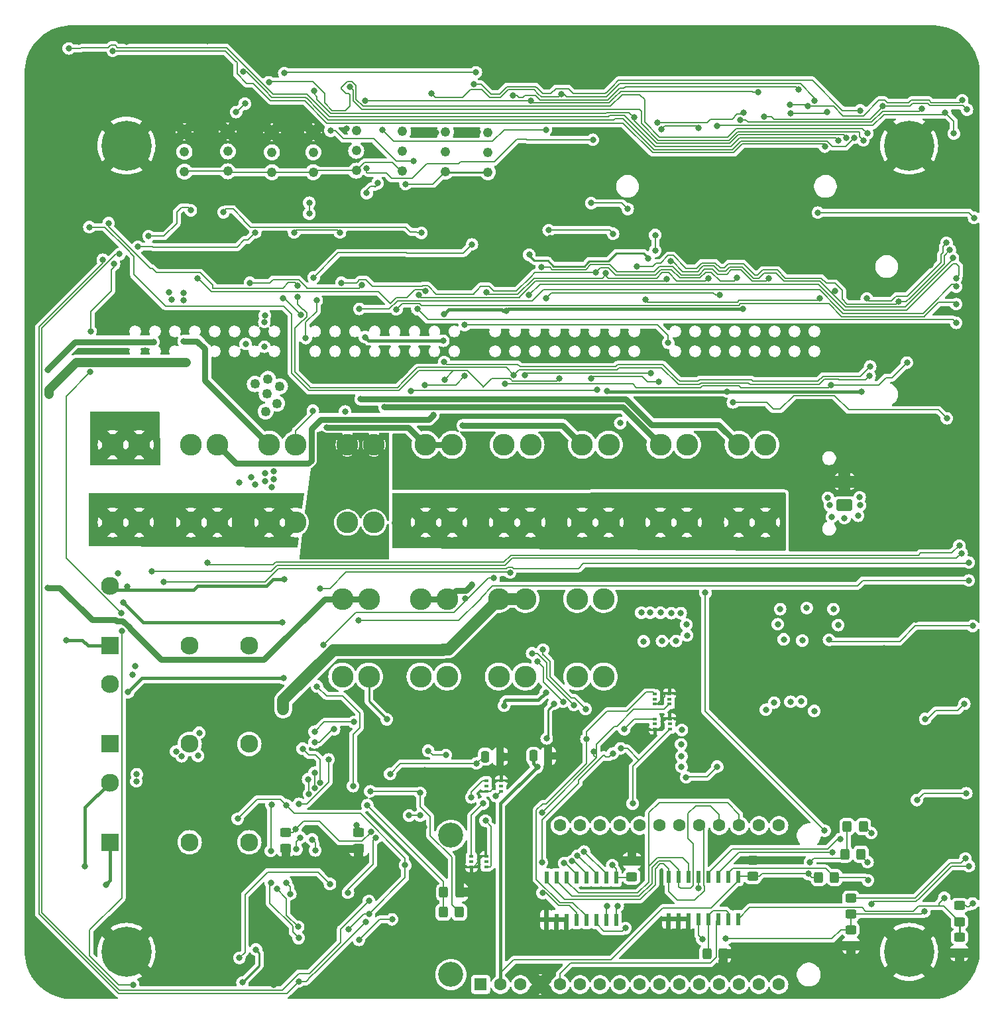
<source format=gbl>
%TF.GenerationSoftware,KiCad,Pcbnew,8.0.4*%
%TF.CreationDate,2024-10-16T17:02:47+10:30*%
%TF.ProjectId,power_and_monotoring,706f7765-725f-4616-9e64-5f6d6f6e6f74,rev?*%
%TF.SameCoordinates,Original*%
%TF.FileFunction,Copper,L4,Bot*%
%TF.FilePolarity,Positive*%
%FSLAX46Y46*%
G04 Gerber Fmt 4.6, Leading zero omitted, Abs format (unit mm)*
G04 Created by KiCad (PCBNEW 8.0.4) date 2024-10-16 17:02:47*
%MOMM*%
%LPD*%
G01*
G04 APERTURE LIST*
G04 Aperture macros list*
%AMRoundRect*
0 Rectangle with rounded corners*
0 $1 Rounding radius*
0 $2 $3 $4 $5 $6 $7 $8 $9 X,Y pos of 4 corners*
0 Add a 4 corners polygon primitive as box body*
4,1,4,$2,$3,$4,$5,$6,$7,$8,$9,$2,$3,0*
0 Add four circle primitives for the rounded corners*
1,1,$1+$1,$2,$3*
1,1,$1+$1,$4,$5*
1,1,$1+$1,$6,$7*
1,1,$1+$1,$8,$9*
0 Add four rect primitives between the rounded corners*
20,1,$1+$1,$2,$3,$4,$5,0*
20,1,$1+$1,$4,$5,$6,$7,0*
20,1,$1+$1,$6,$7,$8,$9,0*
20,1,$1+$1,$8,$9,$2,$3,0*%
G04 Aperture macros list end*
%TA.AperFunction,ComponentPad*%
%ADD10C,2.780000*%
%TD*%
%TA.AperFunction,ComponentPad*%
%ADD11RoundRect,0.250001X0.759999X-0.499999X0.759999X0.499999X-0.759999X0.499999X-0.759999X-0.499999X0*%
%TD*%
%TA.AperFunction,ComponentPad*%
%ADD12O,2.020000X1.500000*%
%TD*%
%TA.AperFunction,ComponentPad*%
%ADD13C,1.240000*%
%TD*%
%TA.AperFunction,WasherPad*%
%ADD14C,3.200000*%
%TD*%
%TA.AperFunction,ComponentPad*%
%ADD15R,1.600000X1.600000*%
%TD*%
%TA.AperFunction,ComponentPad*%
%ADD16C,1.600000*%
%TD*%
%TA.AperFunction,ComponentPad*%
%ADD17C,0.800000*%
%TD*%
%TA.AperFunction,ComponentPad*%
%ADD18C,6.400000*%
%TD*%
%TA.AperFunction,ComponentPad*%
%ADD19R,2.300000X2.300000*%
%TD*%
%TA.AperFunction,ComponentPad*%
%ADD20C,2.300000*%
%TD*%
%TA.AperFunction,SMDPad,CuDef*%
%ADD21RoundRect,0.250000X-0.450000X0.325000X-0.450000X-0.325000X0.450000X-0.325000X0.450000X0.325000X0*%
%TD*%
%TA.AperFunction,SMDPad,CuDef*%
%ADD22RoundRect,0.249550X-0.450450X0.325450X-0.450450X-0.325450X0.450450X-0.325450X0.450450X0.325450X0*%
%TD*%
%TA.AperFunction,SMDPad,CuDef*%
%ADD23R,0.600000X1.550000*%
%TD*%
%TA.AperFunction,SMDPad,CuDef*%
%ADD24R,0.600000X0.420000*%
%TD*%
%TA.AperFunction,SMDPad,CuDef*%
%ADD25RoundRect,0.250000X-0.325000X-0.450000X0.325000X-0.450000X0.325000X0.450000X-0.325000X0.450000X0*%
%TD*%
%TA.AperFunction,SMDPad,CuDef*%
%ADD26RoundRect,0.249550X0.450450X-0.325450X0.450450X0.325450X-0.450450X0.325450X-0.450450X-0.325450X0*%
%TD*%
%TA.AperFunction,SMDPad,CuDef*%
%ADD27RoundRect,0.250000X0.450000X-0.325000X0.450000X0.325000X-0.450000X0.325000X-0.450000X-0.325000X0*%
%TD*%
%TA.AperFunction,SMDPad,CuDef*%
%ADD28RoundRect,0.250000X-0.250000X-0.475000X0.250000X-0.475000X0.250000X0.475000X-0.250000X0.475000X0*%
%TD*%
%TA.AperFunction,SMDPad,CuDef*%
%ADD29RoundRect,0.250000X0.325000X0.450000X-0.325000X0.450000X-0.325000X-0.450000X0.325000X-0.450000X0*%
%TD*%
%TA.AperFunction,ViaPad*%
%ADD30C,0.800000*%
%TD*%
%TA.AperFunction,ViaPad*%
%ADD31C,1.250000*%
%TD*%
%TA.AperFunction,Conductor*%
%ADD32C,0.200000*%
%TD*%
%TA.AperFunction,Conductor*%
%ADD33C,0.800000*%
%TD*%
%TA.AperFunction,Conductor*%
%ADD34C,0.400000*%
%TD*%
%TA.AperFunction,Conductor*%
%ADD35C,0.250000*%
%TD*%
%TA.AperFunction,Conductor*%
%ADD36C,1.200000*%
%TD*%
%TA.AperFunction,Conductor*%
%ADD37C,1.500000*%
%TD*%
G04 APERTURE END LIST*
D10*
%TO.P,F13,1*%
%TO.N,+24V*%
X102530800Y-193291200D03*
X105930800Y-193291200D03*
%TO.P,F13,2*%
%TO.N,/fuses/PUMP_FUSE_RELAY*%
X102530800Y-183371200D03*
X105930800Y-183371200D03*
%TD*%
D11*
%TO.P,J1,1,Pin_1*%
%TO.N,+12V*%
X146041400Y-191085600D03*
D12*
%TO.P,J1,2,Pin_2*%
%TO.N,GND*%
X146041400Y-188085600D03*
%TD*%
D10*
%TO.P,F16,1*%
%TO.N,+24V*%
X52530800Y-193291200D03*
X55930800Y-193291200D03*
%TO.P,F16,2*%
%TO.N,/Connectors/GLV_MASTER_SWITCH_OUT*%
X52530800Y-183371200D03*
X55930800Y-183371200D03*
%TD*%
%TO.P,F15,1*%
%TO.N,+12V*%
X101887600Y-212986000D03*
X105287600Y-212986000D03*
%TO.P,F15,2*%
%TO.N,Net-(F15-Pad2)*%
X101887600Y-203066000D03*
X105287600Y-203066000D03*
%TD*%
D13*
%TO.P,RL5,1,1*%
%TO.N,+3V3*%
X83667600Y-148357690D03*
%TO.P,RL5,2,2*%
%TO.N,Net-(U3B--)*%
X83667600Y-145817690D03*
%TO.P,RL5,3,3*%
%TO.N,GND*%
X83667600Y-143277690D03*
%TD*%
D10*
%TO.P,F10,1*%
%TO.N,+12V*%
X81887600Y-212986000D03*
X85287600Y-212986000D03*
%TO.P,F10,2*%
%TO.N,/Connectors/BRAKE_LIGHT_12V*%
X81887600Y-203066000D03*
X85287600Y-203066000D03*
%TD*%
D14*
%TO.P,A1,*%
%TO.N,*%
X95758000Y-251053600D03*
X95758000Y-233273600D03*
D15*
%TO.P,A1,1,~{RESET}*%
%TO.N,unconnected-(A1-~{RESET}-Pad1)*%
X99568000Y-252323600D03*
D16*
%TO.P,A1,2,3V3*%
%TO.N,+3V3*%
X102108000Y-252323600D03*
%TO.P,A1,3,AREF*%
%TO.N,unconnected-(A1-AREF-Pad3)*%
X104648000Y-252323600D03*
%TO.P,A1,4,GND*%
%TO.N,GND*%
X107188000Y-252323600D03*
%TO.P,A1,5,A0*%
%TO.N,/feather/MUX_PRES_TEMP*%
X109728000Y-252323600D03*
%TO.P,A1,6,A1*%
%TO.N,unconnected-(A1-A1-Pad6)*%
X112268000Y-252323600D03*
%TO.P,A1,7,A2*%
%TO.N,unconnected-(A1-A2-Pad7)*%
X114808000Y-252323600D03*
%TO.P,A1,8,A3*%
%TO.N,unconnected-(A1-A3-Pad8)*%
X117348000Y-252323600D03*
%TO.P,A1,9,A4*%
%TO.N,unconnected-(A1-A4-Pad9)*%
X119888000Y-252323600D03*
%TO.P,A1,10,A5*%
%TO.N,unconnected-(A1-A5-Pad10)*%
X122428000Y-252323600D03*
%TO.P,A1,11,SCK*%
%TO.N,unconnected-(A1-SCK-Pad11)*%
X124968000Y-252323600D03*
%TO.P,A1,12,MOSI*%
%TO.N,unconnected-(A1-MOSI-Pad12)*%
X127508000Y-252323600D03*
%TO.P,A1,13,MISO*%
%TO.N,unconnected-(A1-MISO-Pad13)*%
X130048000Y-252323600D03*
%TO.P,A1,14,RX*%
%TO.N,unconnected-(A1-RX-Pad14)*%
X132588000Y-252323600D03*
%TO.P,A1,15,TX*%
%TO.N,unconnected-(A1-TX-Pad15)*%
X135128000Y-252323600D03*
%TO.P,A1,16,SPARE*%
%TO.N,unconnected-(A1-SPARE-Pad16)*%
X137668000Y-252323600D03*
%TO.P,A1,17,SDA*%
%TO.N,unconnected-(A1-SDA-Pad17)*%
X137668000Y-232003600D03*
%TO.P,A1,18,SCL*%
%TO.N,unconnected-(A1-SCL-Pad18)*%
X135128000Y-232003600D03*
%TO.P,A1,19,D0*%
%TO.N,/feather/MUX_A*%
X132588000Y-232003600D03*
%TO.P,A1,20,D1*%
%TO.N,/feather/MUX_B*%
X130048000Y-232003600D03*
%TO.P,A1,21,D2*%
%TO.N,/feather/MUX_C*%
X127508000Y-232003600D03*
%TO.P,A1,22,D3*%
%TO.N,/feather/MUX_BSPD*%
X124968000Y-232003600D03*
%TO.P,A1,23,D4*%
%TO.N,unconnected-(A1-D4-Pad23)*%
X122428000Y-232003600D03*
%TO.P,A1,24,D5*%
%TO.N,unconnected-(A1-D5-Pad24)*%
X119888000Y-232003600D03*
%TO.P,A1,25,D6*%
%TO.N,unconnected-(A1-D6-Pad25)*%
X117348000Y-232003600D03*
%TO.P,A1,26,USB*%
%TO.N,unconnected-(A1-USB-Pad26)*%
X114808000Y-232003600D03*
%TO.P,A1,27,EN*%
%TO.N,unconnected-(A1-EN-Pad27)*%
X112268000Y-232003600D03*
%TO.P,A1,28,VBAT*%
%TO.N,unconnected-(A1-VBAT-Pad28)*%
X109728000Y-232003600D03*
%TD*%
D17*
%TO.P,H4,1,1*%
%TO.N,GND*%
X51905208Y-248157981D03*
X52608152Y-246460925D03*
X52608152Y-249855037D03*
X54305208Y-245757981D03*
D18*
X54305208Y-248157981D03*
D17*
X54305208Y-250557981D03*
X56002264Y-246460925D03*
X56002264Y-249855037D03*
X56705208Y-248157981D03*
%TD*%
D10*
%TO.P,F11,1*%
%TO.N,+12V*%
X91887600Y-212986000D03*
X95287600Y-212986000D03*
%TO.P,F11,2*%
%TO.N,/Connectors/BSPD_TEST_12V*%
X91887600Y-203066000D03*
X95287600Y-203066000D03*
%TD*%
D19*
%TO.P,K2,1*%
%TO.N,/Connectors/RADIATOR_FAN_ON_SIGNAL*%
X52222400Y-221592000D03*
D20*
%TO.P,K2,2*%
%TO.N,/Connectors/RADIATOR_FAN_24V*%
X62382400Y-221592000D03*
%TO.P,K2,3*%
%TO.N,Net-(F14-Pad2)*%
X70002400Y-221592000D03*
%TO.P,K2,5*%
%TO.N,+24V*%
X52222400Y-213972000D03*
%TD*%
D13*
%TO.P,RL4,1,1*%
%TO.N,+3V3*%
X78181200Y-148539200D03*
%TO.P,RL4,2,2*%
%TO.N,Net-(U3A-+)*%
X78181200Y-145999200D03*
%TO.P,RL4,3,3*%
%TO.N,GND*%
X78181200Y-143459200D03*
%TD*%
D17*
%TO.P,H3,1,1*%
%TO.N,GND*%
X51905208Y-145157981D03*
X52608152Y-143460925D03*
X52608152Y-146855037D03*
X54305208Y-142757981D03*
D18*
X54305208Y-145157981D03*
D17*
X54305208Y-147557981D03*
X56002264Y-143460925D03*
X56002264Y-146855037D03*
X56705208Y-145157981D03*
%TD*%
D10*
%TO.P,F3,1*%
%TO.N,+24V*%
X92530800Y-193291200D03*
X95930800Y-193291200D03*
%TO.P,F3,2*%
%TO.N,/Connectors/MASTER_ACC_24V*%
X92530800Y-183371200D03*
X95930800Y-183371200D03*
%TD*%
%TO.P,F4,1*%
%TO.N,+24V*%
X112530800Y-193291200D03*
X115930800Y-193291200D03*
%TO.P,F4,2*%
%TO.N,/Connectors/SLAVE_ACC_24V*%
X112530800Y-183371200D03*
X115930800Y-183371200D03*
%TD*%
D13*
%TO.P,RL8,1,1*%
%TO.N,+3V3*%
X95046800Y-148488400D03*
%TO.P,RL8,2,2*%
%TO.N,Net-(U2A--)*%
X95046800Y-145948400D03*
%TO.P,RL8,3,3*%
%TO.N,GND*%
X95046800Y-143408400D03*
%TD*%
D17*
%TO.P,H1,1,1*%
%TO.N,GND*%
X151905208Y-145157981D03*
X152608152Y-143460925D03*
X152608152Y-146855037D03*
X154305208Y-142757981D03*
D18*
X154305208Y-145157981D03*
D17*
X154305208Y-147557981D03*
X156002264Y-143460925D03*
X156002264Y-146855037D03*
X156705208Y-145157981D03*
%TD*%
D10*
%TO.P,F1,1*%
%TO.N,+24V*%
X72530800Y-193291200D03*
X75930800Y-193291200D03*
%TO.P,F1,2*%
%TO.N,/Connectors/AIR_24V*%
X72530800Y-183371200D03*
X75930800Y-183371200D03*
%TD*%
D13*
%TO.P,RL6,1,1*%
%TO.N,+3V3*%
X89560400Y-148437600D03*
%TO.P,RL6,2,2*%
%TO.N,Net-(U3C-+)*%
X89560400Y-145897600D03*
%TO.P,RL6,3,3*%
%TO.N,GND*%
X89560400Y-143357600D03*
%TD*%
%TO.P,RL2,1,1*%
%TO.N,+3V3*%
X67259200Y-148437600D03*
%TO.P,RL2,2,2*%
%TO.N,Net-(U2C--)*%
X67259200Y-145897600D03*
%TO.P,RL2,3,3*%
%TO.N,GND*%
X67259200Y-143357600D03*
%TD*%
D17*
%TO.P,H2,1,1*%
%TO.N,GND*%
X151905208Y-248157981D03*
X152608152Y-246460925D03*
X152608152Y-249855037D03*
X154305208Y-245757981D03*
D18*
X154305208Y-248157981D03*
D17*
X154305208Y-250557981D03*
X156002264Y-246460925D03*
X156002264Y-249855037D03*
X156705208Y-248157981D03*
%TD*%
D13*
%TO.P,RL3,1,1*%
%TO.N,+3V3*%
X72898000Y-148539200D03*
%TO.P,RL3,2,2*%
%TO.N,Net-(U2D--)*%
X72898000Y-145999200D03*
%TO.P,RL3,3,3*%
%TO.N,GND*%
X72898000Y-143459200D03*
%TD*%
D10*
%TO.P,F9,1*%
%TO.N,+24V*%
X132530800Y-193291200D03*
X135930800Y-193291200D03*
%TO.P,F9,2*%
%TO.N,/Connectors/HV_BOX_24V*%
X132530800Y-183371200D03*
X135930800Y-183371200D03*
%TD*%
D13*
%TO.P,RL7,1,1*%
%TO.N,+3V3*%
X100482400Y-148539200D03*
%TO.P,RL7,2,2*%
%TO.N,Net-(U3D-+)*%
X100482400Y-145999200D03*
%TO.P,RL7,3,3*%
%TO.N,GND*%
X100482400Y-143459200D03*
%TD*%
D10*
%TO.P,F2,1*%
%TO.N,+12V*%
X111887600Y-212986000D03*
X115287600Y-212986000D03*
%TO.P,F2,2*%
%TO.N,/Connectors/SAFETY_24V*%
X111887600Y-203066000D03*
X115287600Y-203066000D03*
%TD*%
D19*
%TO.P,K3,1*%
%TO.N,/Connectors/MOTOR_CONTROLLER_ON_SIGNAL*%
X52222400Y-234142000D03*
D20*
%TO.P,K3,2*%
%TO.N,/Connectors/MC_12V*%
X62382400Y-234142000D03*
%TO.P,K3,3*%
%TO.N,Net-(F15-Pad2)*%
X70002400Y-234142000D03*
%TO.P,K3,5*%
%TO.N,+24V*%
X52222400Y-226522000D03*
%TD*%
D10*
%TO.P,F8,1*%
%TO.N,+24V*%
X122530800Y-193291200D03*
X125930800Y-193291200D03*
%TO.P,F8,2*%
%TO.N,/Connectors/ECU_24V*%
X122530800Y-183371200D03*
X125930800Y-183371200D03*
%TD*%
%TO.P,F14,1*%
%TO.N,+24V*%
X82530800Y-193291200D03*
X85930800Y-193291200D03*
%TO.P,F14,2*%
%TO.N,Net-(F14-Pad2)*%
X82530800Y-183371200D03*
X85930800Y-183371200D03*
%TD*%
D19*
%TO.P,K1,1*%
%TO.N,/Connectors/PUMP_ON_SIGNAL*%
X52222400Y-209042000D03*
D20*
%TO.P,K1,2*%
%TO.N,/Connectors/RADIATOR_WATER_PUMP_24V*%
X62382400Y-209042000D03*
%TO.P,K1,3*%
%TO.N,/fuses/PUMP_FUSE_RELAY*%
X70002400Y-209042000D03*
%TO.P,K1,5*%
%TO.N,+24V*%
X52222400Y-201422000D03*
%TD*%
D10*
%TO.P,F5,1*%
%TO.N,+24V*%
X62530800Y-193291200D03*
X65930800Y-193291200D03*
%TO.P,F5,2*%
%TO.N,/Connectors/DASH_24V*%
X62530800Y-183371200D03*
X65930800Y-183371200D03*
%TD*%
D13*
%TO.P,RL1,1,1*%
%TO.N,+3V3*%
X61722000Y-148488400D03*
%TO.P,RL1,2,2*%
%TO.N,Net-(U2B--)*%
X61722000Y-145948400D03*
%TO.P,RL1,3,3*%
%TO.N,GND*%
X61722000Y-143408400D03*
%TD*%
D21*
%TO.P,R48,1*%
%TO.N,/Connectors/PRESSURE{slash}TEMP_SENSOR_3_PRESSURE*%
X146862800Y-241304200D03*
%TO.P,R48,2*%
%TO.N,Net-(U12-X5)*%
X146862800Y-243354200D03*
%TD*%
D22*
%TO.P,C4,1*%
%TO.N,+5V*%
X74676000Y-232858200D03*
D21*
%TO.P,C4,2*%
%TO.N,GND*%
X74676000Y-234908200D03*
%TD*%
D23*
%TO.P,U11,1,X4*%
%TO.N,Net-(U11-X4)*%
X116865400Y-244050800D03*
%TO.P,U11,2,X6*%
%TO.N,Net-(U11-X6)*%
X115595400Y-244050800D03*
%TO.P,U11,3,X*%
%TO.N,/feather/MUX_BSPD*%
X114325400Y-244050800D03*
%TO.P,U11,4,X7*%
%TO.N,Net-(U11-X7)*%
X113055400Y-244050800D03*
%TO.P,U11,5,X5*%
%TO.N,Net-(U11-X5)*%
X111785400Y-244050800D03*
%TO.P,U11,6,Inh*%
%TO.N,GND*%
X110515400Y-244050800D03*
%TO.P,U11,7,VEE*%
X109245400Y-244050800D03*
%TO.P,U11,8,VSS*%
X107975400Y-244050800D03*
%TO.P,U11,9,C*%
%TO.N,/feather/MUX_C*%
X107975400Y-238650800D03*
%TO.P,U11,10,B*%
%TO.N,/feather/MUX_B*%
X109245400Y-238650800D03*
%TO.P,U11,11,A*%
%TO.N,/feather/MUX_A*%
X110515400Y-238650800D03*
%TO.P,U11,12,X3*%
%TO.N,Net-(U11-X3)*%
X111785400Y-238650800D03*
%TO.P,U11,13,X0*%
%TO.N,Net-(U11-X0)*%
X113055400Y-238650800D03*
%TO.P,U11,14,X1*%
%TO.N,Net-(U11-X1)*%
X114325400Y-238650800D03*
%TO.P,U11,15,X2*%
%TO.N,Net-(U11-X2)*%
X115595400Y-238650800D03*
%TO.P,U11,16,VDD*%
%TO.N,+3V3*%
X116865400Y-238650800D03*
%TD*%
D24*
%TO.P,D30,1,A*%
%TO.N,GND*%
X123733600Y-218399600D03*
%TO.P,D30,2*%
%TO.N,N/C*%
X123733600Y-219049600D03*
%TO.P,D30,3,K*%
%TO.N,Net-(U11-X4)*%
X123733600Y-219699600D03*
%TO.P,D30,4,A*%
%TO.N,GND*%
X121833600Y-219699600D03*
%TO.P,D30,5*%
%TO.N,N/C*%
X121833600Y-219049600D03*
%TO.P,D30,6,K*%
%TO.N,Net-(U11-X5)*%
X121833600Y-218399600D03*
%TD*%
D25*
%TO.P,R8,1*%
%TO.N,+3V3*%
X146091800Y-235661200D03*
%TO.P,R8,2*%
%TO.N,/Connectors/PRESSURE{slash}TEMP_SENSOR_2_TEMP*%
X148141800Y-235661200D03*
%TD*%
D21*
%TO.P,R47,1*%
%TO.N,Net-(U12-X4)*%
X160731200Y-246247200D03*
%TO.P,R47,2*%
%TO.N,GND*%
X160731200Y-248297200D03*
%TD*%
D24*
%TO.P,D28,1,A*%
%TO.N,GND*%
X100279200Y-235966000D03*
%TO.P,D28,2*%
%TO.N,N/C*%
X100279200Y-236616000D03*
%TO.P,D28,3,K*%
%TO.N,Net-(U11-X0)*%
X100279200Y-237266000D03*
%TO.P,D28,4,A*%
%TO.N,GND*%
X98379200Y-237266000D03*
%TO.P,D28,5*%
%TO.N,N/C*%
X98379200Y-236616000D03*
%TO.P,D28,6,K*%
%TO.N,Net-(U11-X1)*%
X98379200Y-235966000D03*
%TD*%
%TO.P,D31,1,A*%
%TO.N,GND*%
X123682800Y-215199200D03*
%TO.P,D31,2*%
%TO.N,N/C*%
X123682800Y-215849200D03*
%TO.P,D31,3,K*%
%TO.N,Net-(U11-X6)*%
X123682800Y-216499200D03*
%TO.P,D31,4,A*%
%TO.N,GND*%
X121782800Y-216499200D03*
%TO.P,D31,5*%
%TO.N,N/C*%
X121782800Y-215849200D03*
%TO.P,D31,6,K*%
%TO.N,Net-(U11-X7)*%
X121782800Y-215199200D03*
%TD*%
D23*
%TO.P,U12,1,X4*%
%TO.N,Net-(U12-X4)*%
X132461000Y-243949200D03*
%TO.P,U12,2,X6*%
%TO.N,Net-(U12-X6)*%
X131191000Y-243949200D03*
%TO.P,U12,3,X*%
%TO.N,/feather/MUX_PRES_TEMP*%
X129921000Y-243949200D03*
%TO.P,U12,4,X7*%
%TO.N,Net-(U12-X6)*%
X128651000Y-243949200D03*
%TO.P,U12,5,X5*%
%TO.N,Net-(U12-X5)*%
X127381000Y-243949200D03*
%TO.P,U12,6,Inh*%
%TO.N,GND*%
X126111000Y-243949200D03*
%TO.P,U12,7,VEE*%
X124841000Y-243949200D03*
%TO.P,U12,8,VSS*%
X123571000Y-243949200D03*
%TO.P,U12,9,C*%
%TO.N,/feather/MUX_C*%
X123571000Y-238549200D03*
%TO.P,U12,10,B*%
%TO.N,/feather/MUX_B*%
X124841000Y-238549200D03*
%TO.P,U12,11,A*%
%TO.N,/feather/MUX_A*%
X126111000Y-238549200D03*
%TO.P,U12,12,X3*%
%TO.N,Net-(U12-X3)*%
X127381000Y-238549200D03*
%TO.P,U12,13,X0*%
%TO.N,/Connectors/PRESSURE{slash}TEMP_SENSOR_1_TEMP*%
X128651000Y-238549200D03*
%TO.P,U12,14,X1*%
%TO.N,/Connectors/PRESSURE{slash}TEMP_SENSOR_2_TEMP*%
X129921000Y-238549200D03*
%TO.P,U12,15,X2*%
%TO.N,/Connectors/PRESSURE{slash}TEMP_SENSOR_3_TEMP*%
X131191000Y-238549200D03*
%TO.P,U12,16,VDD*%
%TO.N,+3V3*%
X132461000Y-238549200D03*
%TD*%
D26*
%TO.P,C19,1*%
%TO.N,+3V3*%
X134315200Y-238515000D03*
D27*
%TO.P,C19,2*%
%TO.N,GND*%
X134315200Y-236465000D03*
%TD*%
D21*
%TO.P,R49,1*%
%TO.N,Net-(U12-X5)*%
X146862800Y-245304200D03*
%TO.P,R49,2*%
%TO.N,GND*%
X146862800Y-247354200D03*
%TD*%
D28*
%TO.P,C14,1*%
%TO.N,+5V*%
X100142000Y-223215200D03*
%TO.P,C14,2*%
%TO.N,GND*%
X102042000Y-223215200D03*
%TD*%
%TO.P,C15,1*%
%TO.N,+3V3*%
X106304000Y-223113600D03*
%TO.P,C15,2*%
%TO.N,GND*%
X108204000Y-223113600D03*
%TD*%
D25*
%TO.P,R1,1*%
%TO.N,+3V3*%
X146387600Y-232156000D03*
%TO.P,R1,2*%
%TO.N,/Connectors/PRESSURE{slash}TEMP_SENSOR_1_TEMP*%
X148437600Y-232156000D03*
%TD*%
D22*
%TO.P,C5,1*%
%TO.N,+12V*%
X83972400Y-232909000D03*
D21*
%TO.P,C5,2*%
%TO.N,GND*%
X83972400Y-234959000D03*
%TD*%
D25*
%TO.P,R40,1*%
%TO.N,Net-(U12-X6)*%
X128464200Y-248412000D03*
%TO.P,R40,2*%
%TO.N,GND*%
X130514200Y-248412000D03*
%TD*%
%TO.P,R4,1*%
%TO.N,Net-(U4A--)*%
X94834600Y-240538000D03*
%TO.P,R4,2*%
%TO.N,GND*%
X96884600Y-240538000D03*
%TD*%
%TO.P,R2,1*%
%TO.N,+3V3*%
X142739000Y-238658400D03*
%TO.P,R2,2*%
%TO.N,/Connectors/PRESSURE{slash}TEMP_SENSOR_3_TEMP*%
X144789000Y-238658400D03*
%TD*%
D24*
%TO.P,D29,1,A*%
%TO.N,GND*%
X102179200Y-226314000D03*
%TO.P,D29,2*%
%TO.N,N/C*%
X102179200Y-226964000D03*
%TO.P,D29,3,K*%
%TO.N,Net-(U11-X2)*%
X102179200Y-227614000D03*
%TO.P,D29,4,A*%
%TO.N,GND*%
X100279200Y-227614000D03*
%TO.P,D29,5*%
%TO.N,N/C*%
X100279200Y-226964000D03*
%TO.P,D29,6,K*%
%TO.N,Net-(U11-X3)*%
X100279200Y-226314000D03*
%TD*%
D21*
%TO.P,R46,1*%
%TO.N,/Connectors/PRESSURE{slash}TEMP_SENSOR_2_PRESSURE*%
X160731200Y-242247200D03*
%TO.P,R46,2*%
%TO.N,Net-(U12-X4)*%
X160731200Y-244297200D03*
%TD*%
D29*
%TO.P,R6,1*%
%TO.N,Net-(R50-Pad1)*%
X96833800Y-243078000D03*
%TO.P,R6,2*%
%TO.N,Net-(U4A--)*%
X94783800Y-243078000D03*
%TD*%
D26*
%TO.P,C18,1*%
%TO.N,+3V3*%
X118872000Y-238574800D03*
D27*
%TO.P,C18,2*%
%TO.N,GND*%
X118872000Y-236524800D03*
%TD*%
D30*
%TO.N,+24V*%
X55575200Y-226364800D03*
X55626000Y-225450400D03*
X55067200Y-212750400D03*
X55422800Y-211683600D03*
%TO.N,GND*%
X146507200Y-186334400D03*
X145542000Y-186385200D03*
X144221200Y-188061600D03*
%TO.N,+24V*%
X116230400Y-195732400D03*
X114452400Y-195783200D03*
X112166400Y-195935600D03*
X115976400Y-190601600D03*
X113893600Y-190398400D03*
X112115600Y-190754000D03*
X104394000Y-195681600D03*
X102463600Y-195884800D03*
X106527600Y-190449200D03*
X104444800Y-190550800D03*
X102057200Y-190550800D03*
X96316800Y-190449200D03*
X95300800Y-190449200D03*
X91694000Y-195732400D03*
X93014800Y-190550800D03*
X91643200Y-190500000D03*
X53238400Y-199796400D03*
X52781200Y-195732400D03*
X51612800Y-195732400D03*
X54406800Y-201523600D03*
%TO.N,/Connectors/RADIATOR_FAN_24V*%
X63601600Y-220167200D03*
X63449200Y-223113600D03*
X61366400Y-223164400D03*
X60655200Y-222554800D03*
%TO.N,/Connectors/GLV_MASTER_SWITCH_OUT*%
X53746400Y-181457600D03*
X57048400Y-181406800D03*
X57607200Y-182067200D03*
X57658000Y-184658000D03*
X57048400Y-185267600D03*
X54711600Y-185216800D03*
X53644800Y-185318400D03*
X51308000Y-185216800D03*
X50698400Y-184607200D03*
X50698400Y-182016400D03*
X51358800Y-181457600D03*
X54711600Y-181559200D03*
X86399100Y-149961600D03*
X70086357Y-162668000D03*
D31*
X70713600Y-175615600D03*
D30*
X69545200Y-170484800D03*
X107899200Y-143137100D03*
D31*
X73914000Y-175920400D03*
X72390000Y-174955200D03*
X73558400Y-178104800D03*
X72237600Y-176885600D03*
D30*
X86969600Y-143137100D03*
D31*
X72085200Y-179120800D03*
D30*
X71932800Y-167690800D03*
X71932800Y-170840400D03*
X84408174Y-162995772D03*
X85000100Y-151231600D03*
X71983600Y-166878000D03*
%TO.N,/feather/MUX_BSPD*%
X118059200Y-245110000D03*
%TO.N,/Connectors/AIR_24V*%
X78622700Y-164947600D03*
X98958400Y-135788400D03*
X74472800Y-135890000D03*
X103682800Y-138713800D03*
X140208000Y-138005000D03*
X77224166Y-169740854D03*
X61620400Y-170129200D03*
X78130400Y-179019200D03*
%TO.N,+24V*%
X141224000Y-204216000D03*
X142646400Y-153720800D03*
X93268800Y-138480800D03*
X140512800Y-216154000D03*
X144068800Y-208280000D03*
X162407600Y-206502000D03*
X162610800Y-154381200D03*
X140665200Y-208381600D03*
X144627600Y-204368400D03*
X137820400Y-204368400D03*
X74472800Y-200558400D03*
X142240000Y-139406900D03*
X49022000Y-237185200D03*
X109829600Y-138613300D03*
X142189200Y-217373200D03*
X139141200Y-216204800D03*
X138277600Y-208229200D03*
X137515600Y-206298800D03*
X145237200Y-206400400D03*
X135991600Y-217220800D03*
X137058400Y-216306400D03*
%TO.N,GND*%
X151079200Y-204012800D03*
X90373200Y-241350800D03*
X153568400Y-162966400D03*
X54305200Y-131876800D03*
X108458000Y-156972000D03*
X65532000Y-245516400D03*
X53238400Y-168960800D03*
X153924000Y-155194000D03*
X138938000Y-226009200D03*
X122428000Y-245719600D03*
X56692800Y-168808400D03*
X126695200Y-132588000D03*
X51054000Y-171450000D03*
X77165200Y-142544800D03*
X115824000Y-247142000D03*
X82956400Y-236829600D03*
X73355200Y-157734000D03*
X66294000Y-144424400D03*
X99212400Y-143408400D03*
X118262400Y-221234000D03*
X92405200Y-224942400D03*
X52933600Y-167233600D03*
X80568800Y-158038800D03*
X81483200Y-220929200D03*
X132181600Y-208534000D03*
X69697600Y-131927600D03*
X135585200Y-206654400D03*
X51917600Y-167233600D03*
X111150400Y-132638800D03*
X95148400Y-132435600D03*
X74930000Y-132080000D03*
X148996400Y-247751600D03*
X155143200Y-205689200D03*
X59436000Y-131673600D03*
X48209200Y-131876800D03*
X92456000Y-241858800D03*
X66294000Y-142138400D03*
X77673200Y-238963200D03*
X56540400Y-167386000D03*
X147523200Y-214223600D03*
X137109200Y-236474000D03*
X64465200Y-251866400D03*
X73914000Y-144526000D03*
X117348000Y-235204000D03*
X148234400Y-227279200D03*
X131876800Y-132638800D03*
X112826800Y-146050000D03*
X52984400Y-171450000D03*
X151130000Y-209397600D03*
X93827600Y-143459200D03*
X105918000Y-132537200D03*
X120091200Y-235000800D03*
X103276400Y-156311600D03*
X62636400Y-142189200D03*
X142290800Y-223316800D03*
X148488400Y-214274400D03*
X64668400Y-131775200D03*
X126441200Y-147675600D03*
X72034400Y-142443200D03*
X52171600Y-168960800D03*
X133756400Y-240588800D03*
X85191600Y-132130800D03*
X152654000Y-132638800D03*
X52679600Y-168198800D03*
X77216000Y-144373600D03*
X142290800Y-132588000D03*
X82397600Y-143002000D03*
X88556158Y-245890140D03*
X120548400Y-147421600D03*
X137109200Y-132588000D03*
X52070000Y-171450000D03*
X53695600Y-168198800D03*
X86817200Y-234492800D03*
X100736400Y-132689600D03*
X89814400Y-132384800D03*
X53898800Y-171450000D03*
X96316800Y-219710000D03*
X109880400Y-223113600D03*
X155194000Y-161137600D03*
X79806800Y-244348000D03*
X56692800Y-171348400D03*
X91033600Y-143357600D03*
X51054000Y-168910000D03*
X142189200Y-221742000D03*
X53949600Y-167233600D03*
X116332000Y-132638800D03*
X51663600Y-168198800D03*
X78808070Y-232593376D03*
X92354400Y-247142000D03*
X123494800Y-147574000D03*
X157022800Y-160426400D03*
X156159200Y-160020000D03*
X92303600Y-232257600D03*
X118059200Y-234543600D03*
X154279600Y-162052000D03*
X57505600Y-159715200D03*
X157886400Y-132588000D03*
X131978400Y-204825600D03*
X73761600Y-236778800D03*
X107188000Y-250291600D03*
X90435200Y-232003600D03*
X73101200Y-252335300D03*
X80010000Y-132080000D03*
X148945600Y-203962000D03*
X62738000Y-144526000D03*
X43281600Y-132689600D03*
X121412000Y-132588000D03*
X147066000Y-206095600D03*
X147472400Y-132588000D03*
X50901600Y-167233600D03*
X101955600Y-225094800D03*
X154025600Y-221081600D03*
%TO.N,+5V*%
X94894400Y-166674800D03*
X107899200Y-215036400D03*
X94792800Y-170078400D03*
X133045200Y-166053500D03*
X99060000Y-224078800D03*
X148247200Y-176568000D03*
X75910953Y-232491849D03*
X84785200Y-169621200D03*
X102870000Y-166268400D03*
X85547200Y-232816400D03*
X102565200Y-216712800D03*
X84024078Y-246633122D03*
X115722400Y-176546000D03*
X87998750Y-225412750D03*
X88239600Y-243992400D03*
X131064000Y-176568000D03*
%TO.N,+12V*%
X122732800Y-208432400D03*
X125222000Y-223164400D03*
X144170400Y-191109600D03*
X87579200Y-218440000D03*
X144424400Y-192582800D03*
X148031200Y-191109600D03*
X125272800Y-219811600D03*
X143916400Y-190144400D03*
X124510800Y-208432400D03*
X125933200Y-207721200D03*
X125831600Y-206349600D03*
X120091200Y-204825600D03*
X122529600Y-204825600D03*
X125120400Y-204876400D03*
X121208800Y-204825600D03*
X146050000Y-192735200D03*
X98653600Y-137314300D03*
X120396000Y-208483200D03*
X147777200Y-192430400D03*
X125171200Y-221640400D03*
X123901200Y-204876400D03*
X125222000Y-224485200D03*
X83719200Y-231952800D03*
X147980400Y-190093600D03*
X148082000Y-140671100D03*
%TO.N,+3V3*%
X108915200Y-216458800D03*
X141427200Y-238190000D03*
X141630400Y-236677200D03*
X108000800Y-220878400D03*
X105765600Y-159105600D03*
X106781600Y-224536000D03*
X89966800Y-150057600D03*
X120994400Y-159562800D03*
X116382800Y-237083600D03*
%TO.N,/Connectors/SAFETY_24V*%
X84836000Y-139413300D03*
X134975600Y-138328400D03*
X105968800Y-139413300D03*
X82245200Y-179120800D03*
X117398800Y-180594000D03*
%TO.N,/Connectors/MASTER_ACC_24V*%
X79928800Y-181136800D03*
X114249200Y-161377000D03*
X81788000Y-162668000D03*
X132283200Y-162052000D03*
%TO.N,/Connectors/SLAVE_ACC_24V*%
X97282000Y-180898800D03*
X115519200Y-161442400D03*
X100330000Y-163854500D03*
X128625600Y-162102800D03*
%TO.N,/Connectors/DASH_24V*%
X123369843Y-162177000D03*
X93522800Y-179578000D03*
X91643200Y-164254500D03*
%TO.N,/Connectors/ECU_24V*%
X87274400Y-178562000D03*
X127406400Y-142939500D03*
X122652935Y-143087576D03*
%TO.N,/Connectors/HV_BOX_24V*%
X84226400Y-177546000D03*
X120197707Y-179623893D03*
X121855822Y-156578978D03*
X133146800Y-140970000D03*
X122123200Y-142240000D03*
X121882578Y-158584222D03*
%TO.N,/Connectors/BRAKE_LIGHT_12V*%
X139039600Y-139903200D03*
X161089077Y-139356100D03*
X161911300Y-200710800D03*
X44218400Y-173786800D03*
X141325600Y-140106400D03*
X57759600Y-170230800D03*
X83972400Y-205790800D03*
X44234900Y-201647624D03*
%TO.N,/Connectors/RADIATOR_FAN_ON_SIGNAL*%
X54508400Y-214985600D03*
X74422000Y-213207600D03*
%TO.N,/Connectors/MC_12V*%
X160711300Y-196249026D03*
X61930208Y-172872400D03*
X158902400Y-140919200D03*
X160020000Y-143611600D03*
X44418400Y-176936400D03*
X129794000Y-142646400D03*
X64668400Y-198475600D03*
%TO.N,/Connectors/RADIATOR_WATER_PUMP_24V*%
X59029600Y-200914000D03*
X161911300Y-198424800D03*
X150926800Y-140073700D03*
X135790686Y-141471100D03*
X161696400Y-140563600D03*
%TO.N,/Connectors/MOTOR_CONTROLLER_ON_SIGNAL*%
X51663600Y-239572800D03*
%TO.N,/Connectors/RADIATOR_FAN_24V*%
X59740800Y-163880800D03*
X61569600Y-163982400D03*
X61569600Y-164896800D03*
X155905200Y-140473700D03*
X132689600Y-141871100D03*
X60045600Y-164795200D03*
X57541300Y-199542400D03*
X161014897Y-197215459D03*
%TO.N,/Connectors/PUMP_ON_SIGNAL*%
X74218800Y-206095600D03*
X46634400Y-208330800D03*
X53898800Y-203555600D03*
%TO.N,/Connectors/PRESSURE{slash}TEMP_SENSOR_1_PRESSURE*%
X149453600Y-242011200D03*
X160311300Y-163169600D03*
X84074000Y-166014400D03*
X161950400Y-237185200D03*
%TO.N,/Connectors/PRESSURE{slash}TEMP_SENSOR_1_TEMP*%
X161353998Y-216470500D03*
X156362400Y-218389200D03*
X145542000Y-233730800D03*
X149453600Y-232968800D03*
X88810708Y-166065200D03*
X160311300Y-165404800D03*
%TO.N,/Connectors/PRESSURE{slash}TEMP_SENSOR_2_PRESSURE*%
X160311300Y-167792400D03*
X162407600Y-241960400D03*
X91490800Y-166053500D03*
%TO.N,/Connectors/PRESSURE{slash}TEMP_SENSOR_2_TEMP*%
X123527500Y-170332400D03*
X128270000Y-202285600D03*
X144475200Y-235407200D03*
X143510000Y-232664000D03*
X97536000Y-168085500D03*
X148996400Y-236677200D03*
%TO.N,/Connectors/PRESSURE{slash}TEMP_SENSOR_3_PRESSURE*%
X160311300Y-162102800D03*
X161501027Y-236230835D03*
X105756778Y-164254500D03*
%TO.N,/Connectors/BSPD_TEST_12V*%
X143839200Y-140868400D03*
X107340400Y-160677500D03*
X98399600Y-201269600D03*
X136347200Y-162153600D03*
X139192000Y-141071100D03*
%TO.N,/Connectors/PRESSURE{slash}TEMP_SENSOR_3_TEMP*%
X131790422Y-177967622D03*
X149047200Y-239014000D03*
X159111300Y-179984400D03*
X107899200Y-164654500D03*
X155295600Y-228752400D03*
X161606500Y-227888800D03*
X130098800Y-164275500D03*
%TO.N,/Connectors/BSPD_TRIGGER*%
X79436759Y-208976759D03*
X109575600Y-174914713D03*
X49567422Y-155562978D03*
X101212508Y-200417700D03*
X97620800Y-202996800D03*
X46939200Y-132740400D03*
X145237200Y-144470100D03*
X94940300Y-175029400D03*
%TO.N,/Connectors/POWER_SIGNAL*%
X83261200Y-226974400D03*
X79044800Y-201726800D03*
X108254800Y-155956000D03*
X103327200Y-199694800D03*
X78663800Y-214249000D03*
X116484400Y-156413200D03*
%TO.N,/Connectors/ECU_BRAKE_INPUT*%
X114401600Y-176377600D03*
X113690400Y-152501600D03*
X118342813Y-153258711D03*
X90609708Y-176546500D03*
%TO.N,/fuses/PUMP_FUSE_RELAY*%
X73152000Y-186791600D03*
X73152000Y-187807600D03*
X70256400Y-187502800D03*
X72034400Y-188061600D03*
X72898000Y-188772800D03*
X70764400Y-188468000D03*
X68681600Y-188163200D03*
X71983600Y-186994800D03*
%TO.N,Net-(F14-Pad2)*%
X78892400Y-197205600D03*
X81584800Y-197205600D03*
X82956400Y-197256400D03*
X84226400Y-197358000D03*
X85242400Y-197358000D03*
X79959200Y-197205600D03*
X86512400Y-197307200D03*
%TO.N,Net-(F15-Pad2)*%
X74320400Y-217170000D03*
%TO.N,Net-(U2B--)*%
X62534800Y-153416000D03*
X53429900Y-159004000D03*
X85293200Y-241655600D03*
X57137978Y-156705978D03*
%TO.N,/logic/POW_SIG_AMP*%
X74719200Y-229412800D03*
X85293200Y-243302073D03*
X82664500Y-245274250D03*
X68529200Y-231140000D03*
X89916000Y-237083600D03*
%TO.N,Net-(R50-Pad1)*%
X91835200Y-227838000D03*
X85445600Y-227634800D03*
%TO.N,Net-(R19-Pad1)*%
X76521922Y-233561278D03*
X80137840Y-223570800D03*
X76037208Y-235046857D03*
X76344122Y-229252122D03*
%TO.N,Net-(U4D-+)*%
X90435200Y-230733600D03*
X91846400Y-230733600D03*
%TO.N,Net-(U3B--)*%
X81584800Y-156260300D03*
X75731100Y-156260300D03*
%TO.N,Net-(U1-Pad4)*%
X69138800Y-252066400D03*
X70863398Y-247853200D03*
%TO.N,Net-(U7-Pad3)*%
X76250800Y-244957600D03*
X73507600Y-240080800D03*
%TO.N,/voltage_reg/Reg_out*%
X125826114Y-225862286D03*
X129794000Y-224485200D03*
%TO.N,/feather/BRAKE_LIGHT_SIG*%
X113893600Y-144412700D03*
X97536000Y-174599600D03*
X85000100Y-148031200D03*
X152958800Y-165086500D03*
X106832400Y-211023200D03*
X92456000Y-175728900D03*
X110083600Y-216204800D03*
X119532400Y-160576500D03*
X148466632Y-144488866D03*
X159511300Y-158481328D03*
X82854800Y-137668000D03*
%TO.N,/feather/POWER_SIG_HIGH*%
X76301600Y-251917200D03*
X84881938Y-244302063D03*
X102632484Y-175614213D03*
X144322800Y-175717200D03*
X143526478Y-145271522D03*
X51283603Y-159741603D03*
X52578000Y-133045200D03*
X154025600Y-172872400D03*
%TO.N,/feather/BRAKE_SIG_AMP_HIGH*%
X55168800Y-252335300D03*
X49733200Y-168859200D03*
X149250400Y-174548800D03*
X80314800Y-239471200D03*
X52730400Y-160274000D03*
X76131100Y-164490400D03*
X52030900Y-155060256D03*
X103803970Y-174442726D03*
X76131100Y-163068000D03*
X53714177Y-207172084D03*
X49665900Y-174071900D03*
X68732400Y-248920000D03*
X53631178Y-204892900D03*
%TO.N,/feather/POWER_SIG_SHORT_HIGH*%
X149321597Y-173360003D03*
X63347600Y-162091600D03*
X94889710Y-172800100D03*
X92516030Y-163767500D03*
%TO.N,/feather/POWER_SIG_SHORT_GND*%
X142900400Y-164654000D03*
X72835754Y-229356111D03*
X69190603Y-135736597D03*
X148894800Y-164686500D03*
X72745600Y-235254800D03*
X76615056Y-166778987D03*
X120605600Y-164853500D03*
X76301600Y-246380000D03*
X74332100Y-164642800D03*
X72745600Y-239333698D03*
X159085275Y-157577166D03*
X147298594Y-144158973D03*
%TO.N,/feather/BRAKE_SIG_AMP_SHORT_HIGH*%
X122275600Y-175310800D03*
X75246822Y-240753222D03*
X144830800Y-163728400D03*
X123801762Y-159892100D03*
X159902994Y-159523869D03*
X72491600Y-137058400D03*
X107532400Y-209550000D03*
X113660216Y-174914713D03*
X69443600Y-139801600D03*
X68326000Y-140868400D03*
X148945600Y-143611600D03*
X74714778Y-239306778D03*
X112978550Y-217119850D03*
%TO.N,/feather/BRAKE_SIG_AMP_SHORT_GND*%
X105206800Y-174514713D03*
X111492975Y-216624225D03*
X78028800Y-233793300D03*
X119163422Y-141542178D03*
X121339234Y-174241923D03*
X77513878Y-226103878D03*
X90982800Y-147167600D03*
X80365600Y-143256000D03*
X78282800Y-138176000D03*
X106132400Y-210007200D03*
X77637946Y-227958298D03*
X83349506Y-218782308D03*
X146299183Y-144172533D03*
X78338840Y-220014800D03*
X78435200Y-235192300D03*
%TO.N,/logic/BRAKE_SIG_AMP*%
X82610234Y-240589693D03*
X86196400Y-233578400D03*
%TO.N,Net-(U12-X3)*%
X127406400Y-240030000D03*
%TO.N,Net-(U12-X4)*%
X158800800Y-241249200D03*
%TO.N,Net-(U12-X5)*%
X156260800Y-242976400D03*
X127863600Y-246532400D03*
X130860800Y-246481600D03*
%TO.N,Net-(U4A--)*%
X85090000Y-229412800D03*
%TO.N,Net-(U2C--)*%
X91987100Y-156311600D03*
X66700400Y-153670000D03*
%TO.N,Net-(U2D--)*%
X70752700Y-156260800D03*
X55766378Y-158077578D03*
%TO.N,Net-(U3A-+)*%
X77673200Y-153861500D03*
X77673200Y-152450800D03*
%TO.N,Net-(U3C-+)*%
X78338840Y-225265678D03*
X78344700Y-227251543D03*
X78338840Y-221386400D03*
X80837340Y-219710000D03*
%TO.N,Net-(U3D-+)*%
X78222700Y-162001200D03*
X79061922Y-226534322D03*
X98450400Y-157784800D03*
X76809600Y-222199200D03*
%TO.N,Net-(U11-X0)*%
X111201754Y-236572066D03*
X100177600Y-231394000D03*
%TO.N,Net-(U11-X1)*%
X99872800Y-229209600D03*
X111910588Y-235867395D03*
%TO.N,Net-(U11-X3)*%
X110236000Y-236829600D03*
X98380339Y-228416061D03*
%TO.N,Net-(U11-X2)*%
X92862400Y-222453200D03*
X101498400Y-228244400D03*
X95097600Y-223012000D03*
X112766709Y-235351584D03*
%TO.N,Net-(U11-X4)*%
X117082300Y-242265200D03*
X118973600Y-229209600D03*
X117449600Y-222148400D03*
%TO.N,Net-(U11-X5)*%
X107391200Y-236728000D03*
X107455025Y-240626575D03*
X117906800Y-219710000D03*
X116433600Y-222808800D03*
%TO.N,Net-(U11-X7)*%
X113080800Y-220929200D03*
%TO.N,Net-(U11-X6)*%
X114046000Y-222554800D03*
X107391200Y-230327200D03*
X115683300Y-242265200D03*
%TO.N,GND*%
X147980400Y-187604400D03*
X147980400Y-188518800D03*
X144272000Y-187147200D03*
%TD*%
D32*
%TO.N,/Connectors/MC_12V*%
X159754726Y-197205600D02*
X160711300Y-196249026D01*
X155752800Y-197205600D02*
X159754726Y-197205600D01*
X155492400Y-197466000D02*
X155752800Y-197205600D01*
X103434679Y-197466000D02*
X155492400Y-197466000D01*
X102513879Y-198386800D02*
X103434679Y-197466000D01*
X73367150Y-198386800D02*
X102513879Y-198386800D01*
X73075150Y-198678800D02*
X73367150Y-198386800D01*
X64871600Y-198678800D02*
X73075150Y-198678800D01*
X64668400Y-198475600D02*
X64871600Y-198678800D01*
%TO.N,/Connectors/GLV_MASTER_SWITCH_OUT*%
X72610292Y-162668000D02*
X70086357Y-162668000D01*
X77368400Y-163315350D02*
X76314650Y-162261600D01*
X86399100Y-150074900D02*
X86399100Y-149961600D01*
X101092000Y-144627600D02*
X88460100Y-144627600D01*
X86004400Y-150368000D02*
X86055200Y-150418800D01*
X86055200Y-150418800D02*
X86399100Y-150074900D01*
X85090000Y-150774400D02*
X85496400Y-150368000D01*
X85000100Y-150915100D02*
X85090000Y-150825200D01*
X107899200Y-143137100D02*
X102582500Y-143137100D01*
X77368400Y-163367500D02*
X77368400Y-163315350D01*
X88460100Y-144627600D02*
X86969600Y-143137100D01*
X73016692Y-162261600D02*
X72610292Y-162668000D01*
X85000100Y-151231600D02*
X85000100Y-150915100D01*
X85090000Y-150825200D02*
X85090000Y-150774400D01*
X76314650Y-162261600D02*
X73016692Y-162261600D01*
X102582500Y-143137100D02*
X101092000Y-144627600D01*
X85496400Y-150368000D02*
X86004400Y-150368000D01*
X84408174Y-162995772D02*
X84036446Y-163367500D01*
X84036446Y-163367500D02*
X77368400Y-163367500D01*
%TO.N,/feather/MUX_PRES_TEMP*%
X111042900Y-249580400D02*
X109728000Y-250895300D01*
X109728000Y-250895300D02*
X109728000Y-252323600D01*
X129639200Y-248820800D02*
X128879600Y-249580400D01*
X129639200Y-244231000D02*
X129639200Y-248820800D01*
X129921000Y-243949200D02*
X129639200Y-244231000D01*
X128879600Y-249580400D02*
X111042900Y-249580400D01*
%TO.N,/feather/MUX_A*%
X121056400Y-230391265D02*
X121056400Y-237286800D01*
X110515400Y-239125800D02*
X112029200Y-240639600D01*
X122123200Y-236118400D02*
X125374400Y-236118400D01*
X121056400Y-237286800D02*
X121056400Y-237185200D01*
X132588000Y-230575300D02*
X131088000Y-229075300D01*
X122372365Y-229075300D02*
X121056400Y-230391265D01*
X125374400Y-236118400D02*
X126111000Y-236855000D01*
X112029200Y-240639600D02*
X119634000Y-240639600D01*
X121056400Y-237185200D02*
X122123200Y-236118400D01*
X126111000Y-236855000D02*
X126111000Y-238549200D01*
X132588000Y-232003600D02*
X132588000Y-230575300D01*
X110515400Y-238650800D02*
X110515400Y-239125800D01*
X119634000Y-240639600D02*
X121056400Y-239217200D01*
X131088000Y-229075300D02*
X122372365Y-229075300D01*
X121056400Y-239217200D02*
X121056400Y-237286800D01*
%TO.N,/feather/MUX_B*%
X125069600Y-240030000D02*
X124841000Y-239801400D01*
X127052365Y-229475300D02*
X126068000Y-230459665D01*
X124841000Y-237610600D02*
X123748800Y-236518400D01*
X126068000Y-233646800D02*
X126034800Y-233680000D01*
X130048000Y-232003600D02*
X130048000Y-230575300D01*
X126711000Y-239658600D02*
X126339600Y-240030000D01*
X119799685Y-241039600D02*
X111229200Y-241039600D01*
X126339600Y-240030000D02*
X125069600Y-240030000D01*
X124841000Y-238549200D02*
X124841000Y-237610600D01*
X128948000Y-229475300D02*
X127052365Y-229475300D01*
X123748800Y-236518400D02*
X122288886Y-236518400D01*
X111229200Y-241039600D02*
X109245400Y-239055800D01*
X122288886Y-236518400D02*
X121456400Y-237350886D01*
X126711000Y-234356200D02*
X126711000Y-239658600D01*
X126034800Y-233680000D02*
X126711000Y-234356200D01*
X126068000Y-230459665D02*
X126068000Y-233646800D01*
X130048000Y-230575300D02*
X128948000Y-229475300D01*
X109245400Y-239055800D02*
X109245400Y-238650800D01*
X121456400Y-239382886D02*
X119799685Y-241039600D01*
X121456400Y-237350886D02*
X121456400Y-239382886D01*
X124841000Y-239801400D02*
X124841000Y-238549200D01*
%TO.N,/feather/MUX_C*%
X128051000Y-239684650D02*
X128117600Y-239751250D01*
X110289200Y-241439600D02*
X119965371Y-241439600D01*
X122454572Y-236918400D02*
X122936000Y-236918400D01*
X128117600Y-239751250D02*
X128117600Y-240308750D01*
X128117600Y-240308750D02*
X126923150Y-241503200D01*
X107975400Y-239125800D02*
X110289200Y-241439600D01*
X124663200Y-241503200D02*
X123571000Y-240411000D01*
X121856400Y-237516572D02*
X122454572Y-236918400D01*
X128051000Y-239684650D02*
X128051000Y-232546600D01*
X119965371Y-241439600D02*
X121856400Y-239548572D01*
X121856400Y-239548572D02*
X121856400Y-237516572D01*
X126923150Y-241503200D02*
X124663200Y-241503200D01*
X128051000Y-232546600D02*
X127508000Y-232003600D01*
X123571000Y-240411000D02*
X123571000Y-238549200D01*
X122936000Y-236918400D02*
X123571000Y-237553400D01*
X123571000Y-237553400D02*
X123571000Y-238549200D01*
X107975400Y-238650800D02*
X107975400Y-239125800D01*
%TO.N,/feather/MUX_BSPD*%
X115316000Y-245516400D02*
X117449600Y-245516400D01*
X114325400Y-244050800D02*
X114325400Y-244525800D01*
X114325400Y-244525800D02*
X115316000Y-245516400D01*
X117652800Y-245516400D02*
X118059200Y-245110000D01*
X117449600Y-245516400D02*
X117652800Y-245516400D01*
%TO.N,/Connectors/AIR_24V*%
X111322000Y-139312800D02*
X111861600Y-139312800D01*
X75930800Y-181574400D02*
X78130400Y-179374800D01*
X75930800Y-183371200D02*
X75930800Y-181574400D01*
X115802728Y-139312800D02*
X115802728Y-139307987D01*
X106537700Y-138713300D02*
X107137200Y-139312800D01*
X115802728Y-139307987D02*
X117283915Y-137826800D01*
X107137200Y-139312800D02*
X111322000Y-139312800D01*
X104469300Y-139013300D02*
X104597200Y-139013300D01*
X111861600Y-139312800D02*
X115802728Y-139312800D01*
D33*
X63341559Y-170129200D02*
X64340208Y-171127849D01*
D32*
X117283915Y-137826800D02*
X117856000Y-137826800D01*
D33*
X64340208Y-171127849D02*
X64340208Y-175180608D01*
D32*
X117856000Y-137826800D02*
X118054400Y-137628400D01*
X104597200Y-139013300D02*
X104824900Y-139013300D01*
X118054400Y-137628400D02*
X139831400Y-137628400D01*
X78130400Y-179374800D02*
X78130400Y-179019200D01*
X104169800Y-138713800D02*
X104292400Y-138836400D01*
X104824900Y-139013300D02*
X104952800Y-139013300D01*
D33*
X64340208Y-175180608D02*
X72530800Y-183371200D01*
D32*
X77224166Y-169740854D02*
X77224166Y-167725513D01*
X103682800Y-138713800D02*
X104169800Y-138713800D01*
D33*
X61620400Y-170129200D02*
X63341559Y-170129200D01*
D32*
X105252800Y-138713300D02*
X106537700Y-138713300D01*
X104952800Y-139013300D02*
X105252800Y-138713300D01*
X74574400Y-135788400D02*
X74472800Y-135890000D01*
X139831400Y-137628400D02*
X140208000Y-138005000D01*
X78622700Y-166326978D02*
X78622700Y-164947600D01*
X104292400Y-138836400D02*
X104469300Y-139013300D01*
X77224166Y-167725513D02*
X78622700Y-166326978D01*
X98958400Y-135788400D02*
X74574400Y-135788400D01*
%TO.N,+24V*%
X162407600Y-206502000D02*
X155092400Y-206502000D01*
D34*
X52679600Y-201879200D02*
X52222400Y-201422000D01*
D32*
X99736900Y-138013800D02*
X100736400Y-139013300D01*
X110286800Y-138684000D02*
X110515600Y-138912800D01*
D34*
X49022000Y-237185200D02*
X49022000Y-229722400D01*
D32*
X155092400Y-206502000D02*
X153111200Y-208483200D01*
X115632229Y-138912800D02*
X117316629Y-137228400D01*
D34*
X72229229Y-201363200D02*
X63406400Y-201363200D01*
D32*
X96595300Y-139013300D02*
X97282000Y-139013300D01*
X93268800Y-138480800D02*
X93801300Y-139013300D01*
X161950400Y-153720800D02*
X162610800Y-154381200D01*
X103056700Y-138013800D02*
X103936800Y-138013800D01*
X142240000Y-139047050D02*
X142240000Y-139406900D01*
X102057200Y-139013300D02*
X103056700Y-138013800D01*
X109829600Y-138613300D02*
X110216100Y-138613300D01*
X97282000Y-139013300D02*
X98281500Y-138013800D01*
X109530100Y-138912800D02*
X109829600Y-138613300D01*
X153111200Y-208483200D02*
X144272000Y-208483200D01*
D34*
X63406400Y-201363200D02*
X62890400Y-201879200D01*
D32*
X107746800Y-138912800D02*
X109530100Y-138912800D01*
X119380000Y-137228400D02*
X140421350Y-137228400D01*
X110515600Y-138912800D02*
X110896400Y-138912800D01*
X144272000Y-208483200D02*
X144068800Y-208280000D01*
D34*
X49022000Y-229722400D02*
X52222400Y-226522000D01*
X62890400Y-201879200D02*
X52679600Y-201879200D01*
D32*
X106403886Y-138013800D02*
X106937700Y-138547615D01*
X107302885Y-138912800D02*
X107746800Y-138912800D01*
X100736400Y-139013300D02*
X102057200Y-139013300D01*
X98281500Y-138013800D02*
X99736900Y-138013800D01*
D34*
X73034028Y-200558400D02*
X72762814Y-200829614D01*
X72762814Y-200829615D02*
X72229229Y-201363200D01*
D32*
X94437200Y-139013300D02*
X96595300Y-139013300D01*
X140421350Y-137228400D02*
X142240000Y-139047050D01*
X117316629Y-137228400D02*
X119380000Y-137228400D01*
X103936800Y-138013800D02*
X106403886Y-138013800D01*
D34*
X72762814Y-200829614D02*
X72762814Y-200829615D01*
D32*
X110216100Y-138613300D02*
X110286800Y-138684000D01*
D34*
X74472800Y-200558400D02*
X73034028Y-200558400D01*
D32*
X106937700Y-138547615D02*
X107302885Y-138912800D01*
X93801300Y-139013300D02*
X94437200Y-139013300D01*
X142646400Y-153720800D02*
X161950400Y-153720800D01*
X110896400Y-138912800D02*
X115632229Y-138912800D01*
%TO.N,GND*%
X123082800Y-215299200D02*
X123182800Y-215199200D01*
X90373200Y-241350800D02*
X91948000Y-241350800D01*
X121782800Y-216499200D02*
X122133600Y-216499200D01*
X99212400Y-236726400D02*
X99212400Y-236575600D01*
X90435200Y-232003600D02*
X92049600Y-232003600D01*
X122682000Y-219351200D02*
X122682000Y-218948000D01*
X74676000Y-235864400D02*
X74676000Y-234908200D01*
X92049600Y-232003600D02*
X92303600Y-232257600D01*
X122682000Y-218948000D02*
X123230400Y-218399600D01*
X98379200Y-237266000D02*
X98672800Y-237266000D01*
X123182800Y-215199200D02*
X123682800Y-215199200D01*
X122133600Y-216499200D02*
X123082800Y-215550000D01*
X123082800Y-215550000D02*
X123082800Y-215299200D01*
X101142800Y-226822000D02*
X101650800Y-226314000D01*
X100279200Y-227614000D02*
X100779200Y-227614000D01*
X99822000Y-235966000D02*
X100279200Y-235966000D01*
X98672800Y-237266000D02*
X99212400Y-236726400D01*
X91948000Y-241350800D02*
X92456000Y-241858800D01*
X99212400Y-236575600D02*
X99822000Y-235966000D01*
X100779200Y-227614000D02*
X101142800Y-227250400D01*
X123230400Y-218399600D02*
X123733600Y-218399600D01*
X73761600Y-236778800D02*
X74676000Y-235864400D01*
X122333600Y-219699600D02*
X122682000Y-219351200D01*
X121833600Y-219699600D02*
X122333600Y-219699600D01*
X101142800Y-227250400D02*
X101142800Y-226822000D01*
X101650800Y-226314000D02*
X102179200Y-226314000D01*
%TO.N,+5V*%
X75544602Y-232858200D02*
X75910953Y-232491849D01*
D34*
X94792800Y-170078400D02*
X85242400Y-170078400D01*
X106934000Y-216001600D02*
X102717600Y-216001600D01*
X102717600Y-216001600D02*
X102565200Y-216154000D01*
X85242400Y-170078400D02*
X84785200Y-169621200D01*
X115744400Y-176568000D02*
X131064000Y-176568000D01*
D32*
X81534000Y-234035600D02*
X78943200Y-231444800D01*
X86664800Y-243992400D02*
X84024078Y-246633122D01*
D34*
X102209600Y-166065200D02*
X95504000Y-166065200D01*
D32*
X84405796Y-234035600D02*
X81534000Y-234035600D01*
X100142000Y-223215200D02*
X99923600Y-223215200D01*
D34*
X102870000Y-166268400D02*
X102412800Y-166268400D01*
X103084900Y-166053500D02*
X102870000Y-166268400D01*
D32*
X87998750Y-225412750D02*
X89332700Y-224078800D01*
D34*
X131064000Y-176568000D02*
X148247200Y-176568000D01*
D32*
X76958002Y-231444800D02*
X75910953Y-232491849D01*
X89332700Y-224078800D02*
X99060000Y-224078800D01*
D34*
X95504000Y-166065200D02*
X94894400Y-166674800D01*
D32*
X88239600Y-243992400D02*
X86664800Y-243992400D01*
D34*
X102565200Y-216154000D02*
X102565200Y-216712800D01*
X133045200Y-166053500D02*
X103084900Y-166053500D01*
D32*
X85547200Y-232894196D02*
X84405796Y-234035600D01*
X99923600Y-223215200D02*
X99060000Y-224078800D01*
D34*
X115722400Y-176546000D02*
X115744400Y-176568000D01*
D32*
X78943200Y-231444800D02*
X76958002Y-231444800D01*
X74676000Y-232858200D02*
X75544602Y-232858200D01*
D34*
X102412800Y-166268400D02*
X102209600Y-166065200D01*
X107899200Y-215036400D02*
X106934000Y-216001600D01*
D32*
X85547200Y-232816400D02*
X85547200Y-232894196D01*
%TO.N,+12V*%
X106803886Y-137848115D02*
X107468571Y-138512800D01*
X98653600Y-137314300D02*
X99603086Y-137314300D01*
D35*
X83972400Y-232206000D02*
X83719200Y-231952800D01*
D32*
X147523200Y-140665200D02*
X148076100Y-140665200D01*
X115686672Y-138292671D02*
X115854143Y-138125200D01*
X108527600Y-138512800D02*
X109169200Y-137871200D01*
D35*
X87579200Y-218440000D02*
X85287600Y-216148400D01*
D32*
X109169200Y-137871200D02*
X110762800Y-137871200D01*
X99603086Y-137314300D02*
X100136900Y-137848115D01*
X107912485Y-138512800D02*
X108527600Y-138512800D01*
X106569572Y-137613801D02*
X106803886Y-137848115D01*
X111404400Y-138512800D02*
X113792000Y-138512800D01*
X100136900Y-137848115D02*
X100902085Y-138613300D01*
X100902085Y-138613300D02*
X101193600Y-138613300D01*
X148076100Y-140665200D02*
X148082000Y-140671100D01*
X113792000Y-138512800D02*
X115062000Y-138512800D01*
X138531600Y-136828400D02*
X141959200Y-136828400D01*
X141959200Y-136828400D02*
X145796000Y-140665200D01*
X107468571Y-138512800D02*
X107912485Y-138512800D01*
X101891514Y-138613300D02*
X101964407Y-138540407D01*
X116372472Y-137606871D02*
X117150944Y-136828400D01*
X101964407Y-138540407D02*
X102891015Y-137613800D01*
D35*
X83972400Y-232909000D02*
X83972400Y-232206000D01*
D32*
X101193600Y-138613300D02*
X101891514Y-138613300D01*
X115466543Y-138512800D02*
X115686672Y-138292671D01*
X115062000Y-138512800D02*
X115466543Y-138512800D01*
X115854143Y-138125200D02*
X116372472Y-137606871D01*
X145796000Y-140665200D02*
X147523200Y-140665200D01*
X117150944Y-136828400D02*
X138531600Y-136828400D01*
D35*
X85287600Y-216148400D02*
X85287600Y-212986000D01*
D32*
X102891015Y-137613800D02*
X106569572Y-137613801D01*
X110762800Y-137871200D02*
X111404400Y-138512800D01*
D35*
%TO.N,+3V3*%
X113437759Y-159917400D02*
X113188800Y-160166359D01*
D32*
X88301600Y-147331200D02*
X89408000Y-148437600D01*
D35*
X115875646Y-159917400D02*
X113437759Y-159917400D01*
D32*
X89966800Y-150057600D02*
X93477600Y-150057600D01*
X103784400Y-249174000D02*
X102108000Y-250850400D01*
D35*
X110896400Y-160552000D02*
X108879840Y-160552000D01*
X116890646Y-158902400D02*
X115875646Y-159917400D01*
D32*
X116382800Y-237083600D02*
X116865400Y-237566200D01*
X84694090Y-147331200D02*
X88301600Y-147331200D01*
D35*
X105765600Y-159207200D02*
X105765600Y-159105600D01*
D32*
X141630400Y-236677200D02*
X142138400Y-236169200D01*
X122834400Y-242570000D02*
X116230400Y-249174000D01*
X67360800Y-148539200D02*
X67259200Y-148437600D01*
D35*
X112803159Y-160552000D02*
X110896400Y-160552000D01*
D32*
X132495200Y-238515000D02*
X132461000Y-238549200D01*
X141427200Y-238190000D02*
X135494800Y-238190000D01*
D34*
X102108000Y-250850400D02*
X102108000Y-229209600D01*
D35*
X108153200Y-217220800D02*
X108153200Y-220726000D01*
D34*
X102108000Y-229209600D02*
X106781600Y-224536000D01*
D32*
X72898000Y-148539200D02*
X67360800Y-148539200D01*
X83667600Y-148357690D02*
X78362710Y-148357690D01*
D35*
X120396000Y-158902400D02*
X116890646Y-158902400D01*
X120994400Y-159562800D02*
X120994400Y-159500800D01*
D34*
X102108000Y-252323600D02*
X102108000Y-250850400D01*
D35*
X108195440Y-159867600D02*
X106426000Y-159867600D01*
D32*
X78362710Y-148357690D02*
X78181200Y-148539200D01*
X93477600Y-150057600D02*
X95046800Y-148488400D01*
X89408000Y-148437600D02*
X89560400Y-148437600D01*
X135169800Y-238515000D02*
X134315200Y-238515000D01*
X146387600Y-235365400D02*
X146091800Y-235661200D01*
X141895600Y-238658400D02*
X141427200Y-238190000D01*
X116865400Y-238650800D02*
X118796000Y-238650800D01*
X67259200Y-148437600D02*
X61772800Y-148437600D01*
X132461000Y-238549200D02*
X132461000Y-239098514D01*
D35*
X108153200Y-220726000D02*
X108000800Y-220878400D01*
D34*
X106304000Y-224058400D02*
X106781600Y-224536000D01*
D32*
X146387600Y-232156000D02*
X146387600Y-235365400D01*
X83667600Y-148357690D02*
X84694090Y-147331200D01*
X142739000Y-238658400D02*
X141895600Y-238658400D01*
X134315200Y-238515000D02*
X132495200Y-238515000D01*
D35*
X120994400Y-159500800D02*
X120396000Y-158902400D01*
X106426000Y-159867600D02*
X106273600Y-159715200D01*
D32*
X116230400Y-249174000D02*
X103784400Y-249174000D01*
X145583800Y-236169200D02*
X146091800Y-235661200D01*
X142138400Y-236169200D02*
X145583800Y-236169200D01*
D35*
X113188800Y-160166359D02*
X112803159Y-160552000D01*
D32*
X78181200Y-148539200D02*
X72898000Y-148539200D01*
D35*
X108879840Y-160552000D02*
X108195440Y-159867600D01*
D32*
X61772800Y-148437600D02*
X61722000Y-148488400D01*
D35*
X106273600Y-159715200D02*
X105765600Y-159207200D01*
D32*
X128989514Y-242570000D02*
X122834400Y-242570000D01*
D35*
X108915200Y-216458800D02*
X108153200Y-217220800D01*
D34*
X106304000Y-223113600D02*
X106304000Y-224058400D01*
D32*
X118796000Y-238650800D02*
X118872000Y-238574800D01*
X116865400Y-237566200D02*
X116865400Y-238650800D01*
X132461000Y-239098514D02*
X128989514Y-242570000D01*
D35*
X95097600Y-148539200D02*
X95046800Y-148488400D01*
X100482400Y-148539200D02*
X95097600Y-148539200D01*
D32*
X135494800Y-238190000D02*
X135169800Y-238515000D01*
%TO.N,/Connectors/SAFETY_24V*%
X134264400Y-138226800D02*
X117449600Y-138226800D01*
X134975600Y-138328400D02*
X134366000Y-138328400D01*
X105968800Y-139413300D02*
X84836000Y-139413300D01*
X106268300Y-139712800D02*
X105968800Y-139413300D01*
X117449600Y-138226800D02*
X116667914Y-139008486D01*
X116667914Y-139008486D02*
X116667914Y-139013300D01*
X134366000Y-138328400D02*
X134264400Y-138226800D01*
X116667914Y-139013300D02*
X115968414Y-139712800D01*
X115968414Y-139712800D02*
X106268300Y-139712800D01*
%TO.N,/Connectors/MASTER_ACC_24V*%
X130149600Y-162476500D02*
X131927600Y-162476500D01*
X92805980Y-163067500D02*
X92100900Y-163067500D01*
X114883800Y-160742400D02*
X115886000Y-160742400D01*
X106512957Y-161377000D02*
X105979142Y-161910815D01*
X114249200Y-161377000D02*
X114883800Y-160742400D01*
X121906714Y-161676500D02*
X122591615Y-160991600D01*
X85750400Y-163118800D02*
X85648800Y-163017200D01*
X92910640Y-163172160D02*
X92805980Y-163067500D01*
X98653600Y-164154000D02*
X95586400Y-164154000D01*
D33*
X90296400Y-181136800D02*
X92530800Y-183371200D01*
D32*
X129013900Y-161340800D02*
X130149600Y-162476500D01*
X84927372Y-162295772D02*
X84084228Y-162295772D01*
X93892480Y-164154000D02*
X92910640Y-163172160D01*
X103530400Y-163754000D02*
X101219450Y-163754000D01*
X94945200Y-164154000D02*
X93892480Y-164154000D01*
D33*
X92530800Y-183371200D02*
X95930800Y-183371200D01*
D32*
X116820100Y-161676500D02*
X118872000Y-161676500D01*
D33*
X79928800Y-181136800D02*
X90296400Y-181136800D01*
D32*
X128320800Y-161340800D02*
X129013900Y-161340800D01*
X85648800Y-163017200D02*
X84927372Y-162295772D01*
X101219450Y-163754000D02*
X100888925Y-163423475D01*
X131927600Y-162476500D02*
X132283200Y-162120900D01*
X122591615Y-160991600D02*
X123647200Y-160991600D01*
X99161600Y-163525200D02*
X98653600Y-164033200D01*
X115886000Y-160742400D02*
X116820100Y-161676500D01*
X127603200Y-162058400D02*
X128320800Y-161340800D01*
X104135957Y-163754000D02*
X103530400Y-163754000D01*
X99532300Y-163154500D02*
X99161600Y-163525200D01*
X123952000Y-160991600D02*
X125018800Y-162058400D01*
X100888925Y-163423475D02*
X100619950Y-163154500D01*
X132283200Y-162120900D02*
X132283200Y-162052000D01*
X83712000Y-162668000D02*
X81788000Y-162668000D01*
X118872000Y-161676500D02*
X121906714Y-161676500D01*
X123647200Y-160991600D02*
X123952000Y-160991600D01*
X95586400Y-164154000D02*
X94945200Y-164154000D01*
X105979142Y-161910815D02*
X104135957Y-163754000D01*
X83870800Y-162509200D02*
X83712000Y-162668000D01*
X114249200Y-161377000D02*
X106512957Y-161377000D01*
X84084228Y-162295772D02*
X83870800Y-162509200D01*
X92100900Y-163067500D02*
X92049600Y-163118800D01*
X100619950Y-163154500D02*
X99532300Y-163154500D01*
X98653600Y-164033200D02*
X98653600Y-164154000D01*
X125018800Y-162058400D02*
X127603200Y-162058400D01*
X92049600Y-163118800D02*
X85750400Y-163118800D01*
%TO.N,/Connectors/SLAVE_ACC_24V*%
X115088300Y-162076500D02*
X114757200Y-162076500D01*
X123574393Y-161391600D02*
X124612400Y-162429607D01*
X106379142Y-162076500D02*
X104301642Y-164154000D01*
X122072400Y-162076500D02*
X122757300Y-161391600D01*
X122757300Y-161391600D02*
X123545600Y-161391600D01*
D33*
X112530800Y-183371200D02*
X110058400Y-180898800D01*
X110058400Y-180898800D02*
X97282000Y-180898800D01*
D32*
X115519200Y-161747200D02*
X115848500Y-162076500D01*
X128270000Y-162458400D02*
X128625600Y-162102800D01*
X124612400Y-162429607D02*
X124612400Y-162458400D01*
X115519200Y-161442400D02*
X115519200Y-161645600D01*
X115848500Y-162076500D02*
X116535200Y-162076500D01*
X124612400Y-162458400D02*
X128270000Y-162458400D01*
X114757200Y-162076500D02*
X106379142Y-162076500D01*
X115519200Y-161442400D02*
X115519200Y-161747200D01*
X104301642Y-164154000D02*
X100629500Y-164154000D01*
X116535200Y-162076500D02*
X122072400Y-162076500D01*
X115519200Y-161645600D02*
X115088300Y-162076500D01*
X100629500Y-164154000D02*
X100330000Y-163854500D01*
X123545600Y-161391600D02*
X123574393Y-161391600D01*
D33*
%TO.N,/Connectors/DASH_24V*%
X77920800Y-185375600D02*
X77920800Y-181362400D01*
D32*
X123369843Y-162177000D02*
X123070343Y-162476500D01*
X106544828Y-162476500D02*
X104495600Y-164525728D01*
D33*
X92964000Y-180136800D02*
X93522800Y-179578000D01*
D32*
X123070343Y-162476500D02*
X106544828Y-162476500D01*
X104495600Y-164525728D02*
X104495600Y-164554000D01*
X91942700Y-164554000D02*
X91643200Y-164254500D01*
X92049600Y-164554000D02*
X91942700Y-164554000D01*
D33*
X77920800Y-181362400D02*
X79146400Y-180136800D01*
D32*
X104495600Y-164554000D02*
X92049600Y-164554000D01*
D33*
X77520800Y-185775600D02*
X77920800Y-185375600D01*
X68335200Y-185775600D02*
X77520800Y-185775600D01*
X79146400Y-180136800D02*
X92964000Y-180136800D01*
X65930800Y-183371200D02*
X68335200Y-185775600D01*
D32*
%TO.N,/Connectors/ECU_24V*%
X123393200Y-142640000D02*
X125584000Y-142640000D01*
X123100511Y-142640000D02*
X123393200Y-142640000D01*
X125584000Y-142640000D02*
X125679200Y-142640000D01*
D33*
X122530800Y-183371200D02*
X117721600Y-178562000D01*
D32*
X125679200Y-142640000D02*
X127106900Y-142640000D01*
X127106900Y-142640000D02*
X127406400Y-142939500D01*
X122652935Y-143087576D02*
X123100511Y-142640000D01*
D33*
X117721600Y-178562000D02*
X87274400Y-178562000D01*
D32*
%TO.N,/Connectors/HV_BOX_24V*%
X122123200Y-142240000D02*
X128473200Y-142240000D01*
D33*
X120197707Y-179623893D02*
X121366107Y-180792293D01*
X118119814Y-177546000D02*
X120197707Y-179623893D01*
D32*
X128473200Y-142240000D02*
X128778000Y-141935200D01*
X128778000Y-141935200D02*
X128930400Y-141782800D01*
D33*
X129951893Y-180792293D02*
X132530800Y-183371200D01*
D32*
X128930400Y-141782800D02*
X130505200Y-141782800D01*
X131673600Y-141782800D02*
X132334000Y-141122400D01*
X130505200Y-141782800D02*
X131673600Y-141782800D01*
D33*
X121366107Y-180792293D02*
X129951893Y-180792293D01*
X84226400Y-177546000D02*
X118119814Y-177546000D01*
D32*
X132334000Y-141122400D02*
X132994400Y-141122400D01*
X132994400Y-141122400D02*
X133146800Y-140970000D01*
X121855822Y-158557466D02*
X121882578Y-158584222D01*
X121855822Y-156578978D02*
X121855822Y-158557466D01*
D33*
%TO.N,/Connectors/BRAKE_LIGHT_12V*%
X52917600Y-205724000D02*
X49886100Y-205724000D01*
D32*
X147314200Y-141370600D02*
X147675600Y-141370600D01*
D33*
X53848000Y-205892400D02*
X53086000Y-205892400D01*
D32*
X157137686Y-139655600D02*
X160274000Y-139655600D01*
X150434500Y-139373700D02*
X151216750Y-139373700D01*
X145897600Y-141370600D02*
X147314200Y-141370600D01*
D33*
X44218400Y-173713600D02*
X47701200Y-170230800D01*
D32*
X151216750Y-139373700D02*
X151516750Y-139673700D01*
X139039600Y-139903200D02*
X141122400Y-139903200D01*
X161911300Y-200710800D02*
X148386800Y-200710800D01*
X99584848Y-202895200D02*
X99584848Y-202983050D01*
X141325600Y-140106400D02*
X144627600Y-140106400D01*
X160274000Y-139655600D02*
X160789577Y-139655600D01*
X152704800Y-139673700D02*
X154248214Y-139673700D01*
X144627600Y-140106400D02*
X145891800Y-141370600D01*
D33*
X54711600Y-206756000D02*
X53848000Y-205892400D01*
D32*
X154248214Y-139673700D02*
X154548215Y-139373700D01*
X151516750Y-139673700D02*
X152704800Y-139673700D01*
X160789577Y-139655600D02*
X161089077Y-139356100D01*
D33*
X47701200Y-170230800D02*
X57759600Y-170230800D01*
D32*
X154548215Y-139373700D02*
X156855786Y-139373700D01*
D33*
X71847700Y-210837800D02*
X58742600Y-210837800D01*
X54711600Y-206806800D02*
X54711600Y-206756000D01*
X49886100Y-205724000D02*
X45809724Y-201647624D01*
X53086000Y-205892400D02*
X52917600Y-205724000D01*
D32*
X99584848Y-202983050D02*
X96777098Y-205790800D01*
X145891800Y-141370600D02*
X145897600Y-141370600D01*
X141122400Y-139903200D02*
X141325600Y-140106400D01*
D33*
X79619500Y-203066000D02*
X81887600Y-203066000D01*
X71847700Y-210837800D02*
X79619500Y-203066000D01*
D32*
X147721600Y-201376000D02*
X101104048Y-201376000D01*
D33*
X58742600Y-210837800D02*
X54711600Y-206806800D01*
D32*
X101104048Y-201376000D02*
X99584848Y-202895200D01*
X156855786Y-139373700D02*
X157137686Y-139655600D01*
D33*
X44218400Y-173786800D02*
X44218400Y-173713600D01*
X81887600Y-203066000D02*
X85287600Y-203066000D01*
D32*
X148437600Y-141370600D02*
X150434500Y-139373700D01*
D33*
X45809724Y-201647624D02*
X44234900Y-201647624D01*
D32*
X147675600Y-141370600D02*
X148437600Y-141370600D01*
X148386800Y-200710800D02*
X147721600Y-201376000D01*
X96777098Y-205790800D02*
X83972400Y-205790800D01*
D34*
%TO.N,/Connectors/RADIATOR_FAN_ON_SIGNAL*%
X74422000Y-213207600D02*
X56286400Y-213207600D01*
X56286400Y-213207600D02*
X54508400Y-214985600D01*
D33*
X51966000Y-221335600D02*
X52222400Y-221592000D01*
D32*
%TO.N,/Connectors/MC_12V*%
X158546800Y-141173200D02*
X158648400Y-141173200D01*
X160020000Y-142036800D02*
X160020000Y-143611600D01*
D36*
X44418400Y-176936400D02*
X44418400Y-176307600D01*
D32*
X151067485Y-141173200D02*
X158546800Y-141173200D01*
X129794000Y-142646400D02*
X129869800Y-142570600D01*
X129869800Y-142570600D02*
X135585200Y-142570600D01*
X158902400Y-140919200D02*
X160020000Y-142036800D01*
X135585200Y-142570600D02*
X149670085Y-142570600D01*
D36*
X47853600Y-172872400D02*
X61930208Y-172872400D01*
D32*
X158648400Y-141173200D02*
X158902400Y-140919200D01*
D36*
X44418400Y-176307600D02*
X47853600Y-172872400D01*
D32*
X149670085Y-142570600D02*
X151067485Y-141173200D01*
%TO.N,/Connectors/RADIATOR_WATER_PUMP_24V*%
X154413900Y-140073700D02*
X154713900Y-139773700D01*
X73698522Y-199186800D02*
X72022122Y-200863200D01*
X150177457Y-140931857D02*
X150926800Y-140182514D01*
X144869400Y-141770600D02*
X145440400Y-141770600D01*
X156972000Y-140055600D02*
X161188400Y-140055600D01*
X148590000Y-141770600D02*
X149136600Y-141770600D01*
X136746700Y-141471100D02*
X136956800Y-141681200D01*
X135790686Y-141471100D02*
X136746700Y-141471100D01*
X137046200Y-141770600D02*
X137871200Y-141770600D01*
X112674707Y-198553507D02*
X112041414Y-199186800D01*
X102845250Y-199186800D02*
X73698522Y-199186800D01*
X154713900Y-139773700D02*
X156690100Y-139773700D01*
X161188400Y-140055600D02*
X161696400Y-140563600D01*
X156690100Y-139773700D02*
X156972000Y-140055600D01*
X137871200Y-141770600D02*
X144869400Y-141770600D01*
X103617150Y-198994800D02*
X103037250Y-198994800D01*
X103037250Y-198994800D02*
X102845250Y-199186800D01*
X150926800Y-140073700D02*
X154413900Y-140073700D01*
X136956800Y-141681200D02*
X137046200Y-141770600D01*
X59080400Y-200863200D02*
X59029600Y-200914000D01*
X149136600Y-141770600D02*
X149338714Y-141770600D01*
X72022122Y-200863200D02*
X59080400Y-200863200D01*
X112041414Y-199186800D02*
X103809150Y-199186800D01*
X161782593Y-198553507D02*
X112674707Y-198553507D01*
X145440400Y-141770600D02*
X148590000Y-141770600D01*
X149338714Y-141770600D02*
X150177457Y-140931857D01*
X103809150Y-199186800D02*
X103617150Y-198994800D01*
X150926800Y-140182514D02*
X150926800Y-140073700D01*
D34*
%TO.N,/Connectors/MOTOR_CONTROLLER_ON_SIGNAL*%
X52222400Y-239014000D02*
X52222400Y-234142000D01*
X51663600Y-239572800D02*
X52222400Y-239014000D01*
D32*
%TO.N,/Connectors/RADIATOR_FAN_24V*%
X161014897Y-197215459D02*
X160364356Y-197866000D01*
X72777236Y-199542400D02*
X57541300Y-199542400D01*
X133737800Y-142170600D02*
X149504400Y-142170600D01*
X160364356Y-197866000D02*
X103600365Y-197866000D01*
X133438300Y-141871100D02*
X133737800Y-142170600D01*
X103600365Y-197866000D02*
X102679565Y-198786800D01*
X154787600Y-140773200D02*
X155605700Y-140773200D01*
X149504400Y-142170600D02*
X150901800Y-140773200D01*
X132689600Y-141871100D02*
X133438300Y-141871100D01*
X155605700Y-140773200D02*
X155905200Y-140473700D01*
X150901800Y-140773200D02*
X154787600Y-140773200D01*
X102679565Y-198786800D02*
X73532836Y-198786800D01*
X73532836Y-198786800D02*
X72777236Y-199542400D01*
D34*
%TO.N,/Connectors/PUMP_ON_SIGNAL*%
X48666400Y-208330800D02*
X49377600Y-209042000D01*
X46634400Y-208330800D02*
X48666400Y-208330800D01*
X56438800Y-206095600D02*
X53898800Y-203555600D01*
X74218800Y-206095600D02*
X56438800Y-206095600D01*
X49377600Y-209042000D02*
X52222400Y-209042000D01*
D32*
%TO.N,/Connectors/PRESSURE{slash}TEMP_SENSOR_1_PRESSURE*%
X106172000Y-164954000D02*
X88931958Y-164954000D01*
X141833600Y-163576000D02*
X142856486Y-163576000D01*
X150520400Y-241704200D02*
X149760600Y-241704200D01*
X156917757Y-165756957D02*
X159759114Y-162915600D01*
X155905200Y-166586000D02*
X156088714Y-166586000D01*
X149760600Y-241704200D02*
X149453600Y-242011200D01*
X159210643Y-237696643D02*
X155654643Y-241252643D01*
X88931958Y-164954000D02*
X87871558Y-166014400D01*
X159759114Y-162915600D02*
X160172400Y-162915600D01*
X145266043Y-165985557D02*
X145866486Y-166586000D01*
X141833600Y-163576000D02*
X107550000Y-163576000D01*
X150114000Y-166586000D02*
X155905200Y-166586000D01*
X142856486Y-163576000D02*
X145266043Y-165985557D01*
X148234400Y-166586000D02*
X150114000Y-166586000D01*
X159722086Y-237185200D02*
X159210643Y-237696643D01*
X155203086Y-241704200D02*
X150520400Y-241704200D01*
X160172400Y-162915600D02*
X160311300Y-163054500D01*
X145866486Y-166586000D02*
X148234400Y-166586000D01*
X155654643Y-241252643D02*
X155203086Y-241704200D01*
X107550000Y-163576000D02*
X106172000Y-164954000D01*
X87871558Y-166014400D02*
X84074000Y-166014400D01*
X160311300Y-163054500D02*
X160311300Y-163169600D01*
X156088714Y-166586000D02*
X156917757Y-165756957D01*
X161950400Y-237185200D02*
X159722086Y-237185200D01*
%TO.N,/Connectors/PRESSURE{slash}TEMP_SENSOR_1_TEMP*%
X91780750Y-165353500D02*
X89522408Y-165353500D01*
X145161650Y-233730800D02*
X145542000Y-233730800D01*
X160502098Y-217322400D02*
X157683200Y-217322400D01*
X156260800Y-166979600D02*
X156260800Y-166986000D01*
X148437600Y-232156000D02*
X148640800Y-232156000D01*
X160108100Y-165201600D02*
X158038800Y-165201600D01*
X160311300Y-165404800D02*
X160108100Y-165201600D01*
X161353998Y-216470500D02*
X160502098Y-217322400D01*
X132755250Y-165353500D02*
X132555250Y-165553500D01*
X156616400Y-218389200D02*
X156362400Y-218389200D01*
X128651000Y-238074200D02*
X131718000Y-235007200D01*
X134112000Y-235007200D02*
X143885250Y-235007200D01*
X89522408Y-165353500D02*
X88810708Y-166065200D01*
X157683200Y-217322400D02*
X156616400Y-218389200D01*
X156260800Y-166986000D02*
X145700800Y-166986000D01*
X148640800Y-232156000D02*
X149453600Y-232968800D01*
X131718000Y-235007200D02*
X134112000Y-235007200D01*
X145700800Y-166986000D02*
X144068300Y-165353500D01*
X158038800Y-165201600D02*
X156260800Y-166979600D01*
X132555250Y-165553500D02*
X91980750Y-165553500D01*
X143885250Y-235007200D02*
X145161650Y-233730800D01*
X128651000Y-238549200D02*
X128651000Y-238074200D01*
X144068300Y-165353500D02*
X132755250Y-165353500D01*
X91980750Y-165553500D02*
X91780750Y-165353500D01*
%TO.N,/Connectors/PRESSURE{slash}TEMP_SENSOR_2_PRESSURE*%
X159904900Y-167386000D02*
X160311300Y-167792400D01*
X143967200Y-167386000D02*
X159904900Y-167386000D01*
X161950400Y-242417600D02*
X161696400Y-242417600D01*
X143967200Y-167386000D02*
X92823300Y-167386000D01*
X161526000Y-242247200D02*
X160731200Y-242247200D01*
X161696400Y-242417600D02*
X161526000Y-242247200D01*
X92823300Y-167386000D02*
X91490800Y-166053500D01*
X162407600Y-241960400D02*
X161950400Y-242417600D01*
X160731200Y-242247200D02*
X160731200Y-241841044D01*
%TO.N,/Connectors/PRESSURE{slash}TEMP_SENSOR_2_TEMP*%
X122180581Y-168052981D02*
X97568519Y-168052981D01*
X128270000Y-217424000D02*
X128270000Y-202285600D01*
X97568519Y-168052981D02*
X97536000Y-168085500D01*
X143510000Y-232664000D02*
X128270000Y-217424000D01*
X132588000Y-235407200D02*
X144475200Y-235407200D01*
X123527500Y-170332400D02*
X123527500Y-169399900D01*
X148141800Y-235822600D02*
X148996400Y-236677200D01*
X122986800Y-168859200D02*
X122180581Y-168052981D01*
X129921000Y-238074200D02*
X132588000Y-235407200D01*
X148141800Y-235661200D02*
X148141800Y-235822600D01*
X129921000Y-238549200D02*
X129921000Y-238074200D01*
X123527500Y-169399900D02*
X122986800Y-168859200D01*
%TO.N,/Connectors/PRESSURE{slash}TEMP_SENSOR_3_PRESSURE*%
X160324800Y-160223200D02*
X160680400Y-160578800D01*
X159918400Y-160223200D02*
X159969200Y-160223200D01*
X160680400Y-160578800D02*
X160680400Y-161733700D01*
X159562800Y-236778800D02*
X160953062Y-236778800D01*
X140919200Y-162876500D02*
X142722672Y-162876500D01*
X146032172Y-166186000D02*
X146608800Y-166186000D01*
X159969200Y-160223200D02*
X160324800Y-160223200D01*
X146608800Y-166186000D02*
X153263600Y-166186000D01*
X140919200Y-162876500D02*
X107134778Y-162876500D01*
X160680400Y-161733700D02*
X160311300Y-162102800D01*
X158851600Y-161290000D02*
X159918400Y-160223200D01*
X146862800Y-241304200D02*
X155037400Y-241304200D01*
X153263600Y-166186000D02*
X153955600Y-166186000D01*
X107134778Y-162876500D02*
X105756778Y-164254500D01*
X145421886Y-165575714D02*
X146032172Y-166186000D01*
X153955600Y-166186000D02*
X158851600Y-161290000D01*
X142722672Y-162876500D02*
X145421886Y-165575714D01*
X155037400Y-241304200D02*
X159562800Y-236778800D01*
X160953062Y-236778800D02*
X161501027Y-236230835D01*
%TO.N,/Connectors/BSPD_TEST_12V*%
X129833586Y-161594800D02*
X130251200Y-161594800D01*
X122425930Y-160591600D02*
X123799600Y-160591600D01*
X139192500Y-141071600D02*
X143636000Y-141071600D01*
D33*
X95287600Y-203066000D02*
X91887600Y-203066000D01*
D32*
X112979200Y-160977000D02*
X113613800Y-160342400D01*
D33*
X96372800Y-201980800D02*
X95287600Y-203066000D01*
D32*
X134416800Y-162476500D02*
X136024300Y-162476500D01*
X139192000Y-141071100D02*
X139192500Y-141071600D01*
X121823764Y-161193764D02*
X122425930Y-160591600D01*
X121741028Y-161276500D02*
X121823764Y-161193764D01*
X129712193Y-161473407D02*
X129833586Y-161594800D01*
X132791200Y-161036000D02*
X134231700Y-162476500D01*
X127437514Y-161658400D02*
X128155115Y-160940800D01*
D33*
X98399600Y-201269600D02*
X97688400Y-201980800D01*
D32*
X116051686Y-160342400D02*
X116985786Y-161276500D01*
X134231700Y-162476500D02*
X134416800Y-162476500D01*
X107340400Y-160677500D02*
X108404300Y-160677500D01*
X136024300Y-162476500D02*
X136347200Y-162153600D01*
X131013200Y-161594800D02*
X131572000Y-161036000D01*
X125146043Y-161620443D02*
X125184000Y-161658400D01*
X108404300Y-160677500D02*
X108703800Y-160977000D01*
X129179586Y-160940800D02*
X129712193Y-161473407D01*
D33*
X97688400Y-201980800D02*
X96372800Y-201980800D01*
D32*
X130251200Y-161594800D02*
X131013200Y-161594800D01*
X143636000Y-141071600D02*
X143839200Y-140868400D01*
X125146043Y-161619957D02*
X125146043Y-161620443D01*
X123799600Y-160591600D02*
X124117686Y-160591600D01*
X124117686Y-160591600D02*
X125146043Y-161619957D01*
X119430800Y-161276500D02*
X121741028Y-161276500D01*
X127101600Y-161658400D02*
X127437514Y-161658400D01*
X113613800Y-160342400D02*
X116051686Y-160342400D01*
X128155115Y-160940800D02*
X129179586Y-160940800D01*
X116985786Y-161276500D02*
X119430800Y-161276500D01*
X131572000Y-161036000D02*
X132791200Y-161036000D01*
X125184000Y-161658400D02*
X127101600Y-161658400D01*
X108703800Y-160977000D02*
X112979200Y-160977000D01*
%TO.N,/Connectors/PRESSURE{slash}TEMP_SENSOR_3_TEMP*%
X143620600Y-237490000D02*
X144789000Y-238658400D01*
X131191000Y-238549200D02*
X131191000Y-238074200D01*
X130098800Y-164275500D02*
X129579100Y-164275500D01*
X137820400Y-178816000D02*
X136956800Y-178816000D01*
X136956800Y-178816000D02*
X136108422Y-177967622D01*
X129279600Y-163976000D02*
X108577700Y-163976000D01*
X146608800Y-178917600D02*
X144759200Y-177068000D01*
X134959800Y-237474200D02*
X134975600Y-237490000D01*
X129579100Y-164275500D02*
X129279600Y-163976000D01*
X108577700Y-163976000D02*
X107899200Y-164654500D01*
X131791000Y-237474200D02*
X134959800Y-237474200D01*
X148691600Y-238658400D02*
X149047200Y-239014000D01*
X134975600Y-237490000D02*
X143620600Y-237490000D01*
X159111300Y-179984400D02*
X158044500Y-178917600D01*
X144759200Y-177068000D02*
X139568400Y-177068000D01*
X156159200Y-227888800D02*
X155295600Y-228752400D01*
X161606500Y-227888800D02*
X156159200Y-227888800D01*
X139568400Y-177068000D02*
X137820400Y-178816000D01*
X136108422Y-177967622D02*
X131790422Y-177967622D01*
X131191000Y-238074200D02*
X131791000Y-237474200D01*
X158044500Y-178917600D02*
X146608800Y-178917600D01*
X144789000Y-238658400D02*
X148691600Y-238658400D01*
%TO.N,/Connectors/BSPD_TRIGGER*%
X55264000Y-159282465D02*
X55264000Y-161632314D01*
X48520400Y-132645200D02*
X51988050Y-132645200D01*
X74384486Y-165665200D02*
X75441443Y-166722158D01*
X75441443Y-174240557D02*
X77646886Y-176446000D01*
X48425200Y-132740400D02*
X48520400Y-132645200D01*
X131580456Y-145268800D02*
X132678658Y-144170600D01*
X51988050Y-132645200D02*
X52288050Y-132345200D01*
X96621600Y-173899600D02*
X97825950Y-173899600D01*
X97155000Y-203784200D02*
X100521500Y-200417700D01*
X109276100Y-175214213D02*
X109575600Y-174914713D01*
X67088450Y-132645200D02*
X73054493Y-138611243D01*
X99872800Y-176028400D02*
X100986987Y-174914213D01*
X108762800Y-175214213D02*
X109276100Y-175214213D01*
X53167950Y-132645200D02*
X67088450Y-132645200D01*
X116027200Y-141312800D02*
X117944800Y-141312800D01*
X79436759Y-208976759D02*
X83657518Y-204756000D01*
X103286213Y-174914213D02*
X103479600Y-175107600D01*
X97155000Y-203784200D02*
X97620800Y-203318400D01*
X103479600Y-175107600D02*
X103586213Y-175214213D01*
X96621600Y-173899600D02*
X96070100Y-173899600D01*
X132678658Y-144170600D02*
X144937700Y-144170600D01*
X115868400Y-141471600D02*
X116027200Y-141312800D01*
X83657518Y-204756000D02*
X96183200Y-204756000D01*
X103586213Y-175214213D02*
X108762800Y-175214213D01*
X51544514Y-155562978D02*
X54213568Y-158232032D01*
X96070100Y-173899600D02*
X94940300Y-175029400D01*
X96183200Y-204756000D02*
X97155000Y-203784200D01*
X89129514Y-176446000D02*
X91675914Y-173899600D01*
X55680243Y-162048557D02*
X59296886Y-165665200D01*
X91675914Y-173899600D02*
X96621600Y-173899600D01*
X52867950Y-132345200D02*
X53167950Y-132645200D01*
X46939200Y-132740400D02*
X48425200Y-132740400D01*
X99872800Y-175946450D02*
X99872800Y-176028400D01*
X100986987Y-174914213D02*
X103286213Y-174914213D01*
X77390357Y-138611243D02*
X80250714Y-141471600D01*
X59296886Y-165665200D02*
X74384486Y-165665200D01*
X77646886Y-176446000D02*
X89129514Y-176446000D01*
X121900800Y-145268800D02*
X131580456Y-145268800D01*
X49567422Y-155562978D02*
X51544514Y-155562978D01*
X80250714Y-141471600D02*
X115868400Y-141471600D01*
X144937700Y-144170600D02*
X145237200Y-144470100D01*
X55264000Y-161632314D02*
X55680243Y-162048557D01*
X52288050Y-132345200D02*
X52867950Y-132345200D01*
X100521500Y-200417700D02*
X101212508Y-200417700D01*
X73054493Y-138611243D02*
X77390357Y-138611243D01*
X54213568Y-158232032D02*
X55264000Y-159282465D01*
X97825950Y-173899600D02*
X99872800Y-175946450D01*
X117944800Y-141312800D02*
X121900800Y-145268800D01*
X75441443Y-166722158D02*
X75441443Y-174240557D01*
X97620800Y-203318400D02*
X97620800Y-202996800D01*
%TO.N,/Connectors/POWER_SIGNAL*%
X81889600Y-215442800D02*
X84122708Y-217675908D01*
X82384222Y-199657378D02*
X103289778Y-199657378D01*
X79857600Y-215442800D02*
X81889600Y-215442800D01*
X103289778Y-199657378D02*
X103327200Y-199694800D01*
X78663800Y-214249000D02*
X79857600Y-215442800D01*
X80314800Y-201726800D02*
X82384222Y-199657378D01*
X116027200Y-155956000D02*
X108254800Y-155956000D01*
X84122708Y-217675908D02*
X84122708Y-218082308D01*
X84124800Y-218084400D02*
X84124800Y-219506800D01*
X79044800Y-201726800D02*
X80314800Y-201726800D01*
X84124800Y-219506800D02*
X83261200Y-220370400D01*
X84122708Y-218082308D02*
X84124800Y-218084400D01*
X116484400Y-156413200D02*
X116027200Y-155956000D01*
X83261200Y-220370400D02*
X83261200Y-226974400D01*
%TO.N,/Connectors/ECU_BRAKE_INPUT*%
X90727808Y-176428400D02*
X100177600Y-176428400D01*
X117585702Y-152501600D02*
X113690400Y-152501600D01*
X100177600Y-176428400D02*
X114350800Y-176428400D01*
X90609708Y-176546500D02*
X90727808Y-176428400D01*
X114350800Y-176428400D02*
X114401600Y-176377600D01*
X118342813Y-153258711D02*
X117585702Y-152501600D01*
D37*
%TO.N,Net-(F15-Pad2)*%
X74320400Y-216001600D02*
X80721200Y-209600800D01*
X101887600Y-203066000D02*
X105287600Y-203066000D01*
X95454400Y-209499200D02*
X101887600Y-203066000D01*
X80721200Y-209600800D02*
X94691200Y-209600800D01*
X94691200Y-209600800D02*
X94792800Y-209499200D01*
X94792800Y-209499200D02*
X95454400Y-209499200D01*
X74320400Y-217170000D02*
X74320400Y-216001600D01*
D32*
%TO.N,Net-(U2B--)*%
X57137978Y-156705978D02*
X59068378Y-156705978D01*
X53010450Y-159004000D02*
X43518400Y-168496050D01*
X76327650Y-250901200D02*
X77717114Y-250901200D01*
X62179200Y-153060400D02*
X62534800Y-153416000D01*
X77717114Y-250901200D02*
X81686400Y-246931914D01*
X60756800Y-153619200D02*
X61315600Y-153060400D01*
X43518400Y-243118485D02*
X53435214Y-253035300D01*
X62128400Y-153060400D02*
X62179200Y-153060400D01*
X53435214Y-253035300D02*
X74193550Y-253035300D01*
X59092422Y-156730022D02*
X60756800Y-155065644D01*
X53429900Y-159004000D02*
X53010450Y-159004000D01*
X60756800Y-155065644D02*
X60756800Y-153619200D01*
X43518400Y-168496050D02*
X43518400Y-243118485D01*
X81686400Y-245262400D02*
X85293200Y-241655600D01*
X74193550Y-253035300D02*
X76327650Y-250901200D01*
X81686400Y-246931914D02*
X81686400Y-245262400D01*
X61315600Y-153060400D02*
X62128400Y-153060400D01*
X59068378Y-156705978D02*
X59092422Y-156730022D01*
%TO.N,/logic/POW_SIG_AMP*%
X71013089Y-228656111D02*
X68529200Y-231140000D01*
X84200350Y-230479600D02*
X75786000Y-230479600D01*
X74719200Y-229412800D02*
X73962511Y-228656111D01*
X85293200Y-243302073D02*
X89916000Y-238679273D01*
X89916000Y-236195250D02*
X84200350Y-230479600D01*
X82664500Y-245274250D02*
X84636677Y-243302073D01*
X89916000Y-238679273D02*
X89916000Y-237083600D01*
X75786000Y-230479600D02*
X74719200Y-229412800D01*
X84636677Y-243302073D02*
X85293200Y-243302073D01*
X73962511Y-228656111D02*
X71013089Y-228656111D01*
X89916000Y-237083600D02*
X89916000Y-236195250D01*
%TO.N,Net-(R50-Pad1)*%
X95859600Y-236062206D02*
X95859600Y-241604800D01*
X95859600Y-242103800D02*
X95859600Y-241604800D01*
X93116400Y-233319006D02*
X95859600Y-236062206D01*
X93116400Y-230886000D02*
X93116400Y-233319006D01*
X91835200Y-229604800D02*
X93116400Y-230886000D01*
X91835200Y-227838000D02*
X91835200Y-229604800D01*
X85445600Y-227634800D02*
X91632000Y-227634800D01*
X91632000Y-227634800D02*
X91835200Y-227838000D01*
X96833800Y-243078000D02*
X95859600Y-242103800D01*
%TO.N,Net-(R19-Pad1)*%
X77334072Y-229252122D02*
X80137840Y-226448354D01*
X80137840Y-226448354D02*
X80137840Y-223570800D01*
X76344122Y-229252122D02*
X77334072Y-229252122D01*
X76037208Y-235046857D02*
X76037208Y-234045992D01*
X76037208Y-234045992D02*
X76521922Y-233561278D01*
%TO.N,Net-(U4D-+)*%
X91846400Y-230733600D02*
X90435200Y-230733600D01*
%TO.N,Net-(U3B--)*%
X80365600Y-155960800D02*
X81285300Y-155960800D01*
X81285300Y-155960800D02*
X81584800Y-156260300D01*
X75731100Y-156260300D02*
X76030600Y-155960800D01*
X76030600Y-155960800D02*
X80365600Y-155960800D01*
D35*
%TO.N,Net-(U1-Pad4)*%
X71286200Y-249919000D02*
X69138800Y-252066400D01*
X71286200Y-248276002D02*
X71286200Y-249919000D01*
X70863398Y-247853200D02*
X71286200Y-248276002D01*
D32*
%TO.N,Net-(U7-Pad3)*%
X74754700Y-243461500D02*
X76250800Y-244957600D01*
X74754700Y-241327900D02*
X74754700Y-243461500D01*
X73507600Y-240080800D02*
X74754700Y-241327900D01*
%TO.N,/voltage_reg/Reg_out*%
X128524000Y-225755200D02*
X129794000Y-224485200D01*
X125826114Y-225862286D02*
X125933200Y-225755200D01*
X125933200Y-225755200D02*
X128524000Y-225755200D01*
%TO.N,/feather/BRAKE_LIGHT_SIG*%
X96824800Y-147421600D02*
X97028800Y-147217600D01*
X145745200Y-163626800D02*
X145745200Y-164767656D01*
X101092000Y-147217600D02*
X101302886Y-147217600D01*
X148466632Y-144488866D02*
X147980400Y-144002634D01*
X154450514Y-164559714D02*
X158006514Y-161003714D01*
X134962314Y-161676500D02*
X135585215Y-161053600D01*
X106832400Y-211023200D02*
X107594400Y-211785200D01*
X123511812Y-159192100D02*
X124140100Y-159192100D01*
X121970800Y-160172400D02*
X122531512Y-160172400D01*
X125806400Y-160858400D02*
X127106144Y-160858400D01*
X132347286Y-143370600D02*
X131249085Y-144468800D01*
X122262314Y-144468800D02*
X120097600Y-142304085D01*
X120097600Y-142304085D02*
X120097600Y-140766800D01*
X85090000Y-148640800D02*
X86106000Y-148640800D01*
X97028800Y-147217600D02*
X101092000Y-147217600D01*
X152659300Y-165386000D02*
X152958800Y-165086500D01*
X104204086Y-144316400D02*
X105410000Y-144316400D01*
X101302886Y-147217600D02*
X102162243Y-146358243D01*
X93167200Y-147472400D02*
X96774000Y-147472400D01*
X105410000Y-144316400D02*
X105506300Y-144412700D01*
X124140100Y-159192100D02*
X125806400Y-160858400D01*
X96406700Y-175728900D02*
X97536000Y-174599600D01*
X129510958Y-160140800D02*
X130164958Y-160794800D01*
X88194400Y-149357600D02*
X90774000Y-149357600D01*
X107594400Y-213715600D02*
X110083600Y-216204800D01*
X127823744Y-160140800D02*
X129510958Y-160140800D01*
X92659200Y-147472400D02*
X93167200Y-147472400D01*
X127106144Y-160858400D02*
X127823744Y-160140800D01*
X87833200Y-148996400D02*
X88194400Y-149357600D01*
X130164958Y-160794800D02*
X130681828Y-160794800D01*
X83261200Y-138074400D02*
X82854800Y-137668000D01*
X90830400Y-149301200D02*
X92659200Y-147472400D01*
X83261200Y-139395200D02*
X83261200Y-138074400D01*
X158006514Y-161003714D02*
X158793914Y-160216314D01*
X130681828Y-160794800D02*
X131240629Y-160236000D01*
X146363544Y-165386000D02*
X152659300Y-165386000D01*
X135585215Y-161053600D02*
X137438486Y-161053600D01*
X143054044Y-162076500D02*
X143726972Y-162749428D01*
X147980400Y-144002634D02*
X147980400Y-143510000D01*
X138461386Y-162076500D02*
X143054044Y-162076500D01*
X121566700Y-160576500D02*
X121970800Y-160172400D01*
X158793914Y-159198714D02*
X159511300Y-158481328D01*
X105506300Y-144412700D02*
X113893600Y-144412700D01*
X84378800Y-140512800D02*
X83261200Y-139395200D01*
X87477600Y-148640800D02*
X87833200Y-148996400D01*
X143726972Y-162749428D02*
X144867828Y-162749428D01*
X90774000Y-149357600D02*
X90830400Y-149301200D01*
X119532400Y-160576500D02*
X121566700Y-160576500D01*
X145745200Y-164767656D02*
X146363544Y-165386000D01*
X134563072Y-161676500D02*
X134962314Y-161676500D01*
X131249085Y-144468800D02*
X122262314Y-144468800D01*
X147980400Y-143510000D02*
X147841000Y-143370600D01*
X92456000Y-175728900D02*
X96406700Y-175728900D01*
X137438486Y-161053600D02*
X138461386Y-162076500D01*
X86106000Y-148640800D02*
X87477600Y-148640800D01*
X96774000Y-147472400D02*
X96824800Y-147421600D01*
X122531512Y-160172400D02*
X123511812Y-159192100D01*
X158793914Y-160216314D02*
X158793914Y-159198714D01*
X133122572Y-160236000D02*
X134563072Y-161676500D01*
X131240629Y-160236000D02*
X133122572Y-160236000D01*
X85000100Y-148550900D02*
X85090000Y-148640800D01*
X107594400Y-211785200D02*
X107594400Y-213715600D01*
X102162243Y-146358243D02*
X104204086Y-144316400D01*
X120091200Y-140766800D02*
X119837200Y-140512800D01*
X85000100Y-148031200D02*
X85000100Y-148550900D01*
X153923728Y-165086500D02*
X154450514Y-164559714D01*
X120097600Y-140766800D02*
X120091200Y-140766800D01*
X119837200Y-140512800D02*
X84378800Y-140512800D01*
X144867828Y-162749428D02*
X145745200Y-163626800D01*
X147841000Y-143370600D02*
X132347286Y-143370600D01*
X152958800Y-165086500D02*
X153923728Y-165086500D01*
%TO.N,/feather/POWER_SIG_HIGH*%
X139750800Y-144970600D02*
X133010028Y-144970600D01*
X79919342Y-142271600D02*
X77058985Y-139411243D01*
X78587600Y-250596399D02*
X84881936Y-244302063D01*
X73761600Y-139411243D02*
X72723121Y-139411243D01*
X121569428Y-146068800D02*
X117950714Y-142450086D01*
X131911826Y-146068800D02*
X128981200Y-146068800D01*
X76301600Y-251917200D02*
X76301600Y-252069600D01*
X101244400Y-142271600D02*
X79919342Y-142271600D01*
X74783500Y-253435300D02*
X74676000Y-253435300D01*
X70516539Y-137204661D02*
X69640661Y-137204661D01*
X68427600Y-135991600D02*
X68427600Y-134550036D01*
X66922764Y-133045200D02*
X66938582Y-133061018D01*
X72723121Y-139411243D02*
X70516539Y-137204661D01*
X77058985Y-139411243D02*
X73761600Y-139411243D01*
X74676000Y-253435300D02*
X59182000Y-253435300D01*
X76301600Y-251917200D02*
X74783500Y-253435300D01*
X77882799Y-251301200D02*
X77882800Y-251301200D01*
X48202314Y-248368085D02*
X43118400Y-243284170D01*
X69640661Y-137204661D02*
X68427600Y-135991600D01*
X144322800Y-175717200D02*
X150430948Y-175717200D01*
X143052800Y-176068000D02*
X143972000Y-176068000D01*
X51283603Y-160165161D02*
X51283603Y-159741603D01*
X127660400Y-176068000D02*
X127860400Y-175868000D01*
X133010028Y-144970600D02*
X131911826Y-146068800D01*
X143972000Y-176068000D02*
X144322800Y-175717200D01*
X117772228Y-142271600D02*
X113588800Y-142271600D01*
X68208582Y-134331018D02*
X66938582Y-133061018D01*
X52578000Y-133045200D02*
X66922764Y-133045200D01*
X118972213Y-175614213D02*
X119426000Y-176068000D01*
X53269528Y-253435300D02*
X48202314Y-248368085D01*
X127860400Y-175868000D02*
X132591200Y-175868000D01*
X152095200Y-174802800D02*
X154025600Y-172872400D01*
X113588800Y-142271600D02*
X101244400Y-142271600D01*
X43118400Y-168330364D02*
X50555582Y-160893182D01*
X76301600Y-251917200D02*
X77266799Y-251917200D01*
X84881936Y-244302063D02*
X84881938Y-244302063D01*
X143526478Y-145271522D02*
X143526478Y-145050478D01*
X128981200Y-146068800D02*
X121569428Y-146068800D01*
X143446600Y-144970600D02*
X139750800Y-144970600D01*
X43118400Y-197459600D02*
X43118400Y-168330364D01*
X132791200Y-176068000D02*
X143052800Y-176068000D01*
X102632484Y-175614213D02*
X118972213Y-175614213D01*
X117950714Y-142450086D02*
X117772228Y-142271600D01*
X120446800Y-176068000D02*
X127660400Y-176068000D01*
X119426000Y-176068000D02*
X120446800Y-176068000D01*
X150430948Y-175717200D02*
X151345348Y-174802800D01*
X43118400Y-239826800D02*
X43118400Y-197459600D01*
X59182000Y-253435300D02*
X53269528Y-253435300D01*
X77882800Y-251301200D02*
X78587600Y-250596399D01*
X143526478Y-145050478D02*
X143446600Y-144970600D01*
X50555582Y-160893182D02*
X51283603Y-160165161D01*
X132591200Y-175868000D02*
X132791200Y-176068000D01*
X77266799Y-251917200D02*
X77882799Y-251301200D01*
X68427600Y-134550036D02*
X68208582Y-134331018D01*
X43118400Y-243284170D02*
X43118400Y-239826800D01*
X151345348Y-174802800D02*
X152095200Y-174802800D01*
%TO.N,/feather/BRAKE_SIG_AMP_HIGH*%
X75841443Y-174074871D02*
X75841443Y-172974000D01*
X57607200Y-160832800D02*
X57380021Y-160832800D01*
X122690023Y-173542423D02*
X124815600Y-175668000D01*
X52360396Y-161050404D02*
X52730400Y-160680400D01*
X143448000Y-175017200D02*
X145299200Y-175017200D01*
X63727950Y-161391600D02*
X58166000Y-161391600D01*
X76809600Y-166065200D02*
X76131100Y-165386700D01*
X76131100Y-162999100D02*
X75793600Y-162661600D01*
X76896393Y-167487600D02*
X77315056Y-167068937D01*
X74980800Y-162661600D02*
X74274900Y-163367500D01*
X76131100Y-165386700D02*
X76131100Y-164490400D01*
X103803970Y-174442726D02*
X102860844Y-173499600D01*
X46583600Y-197833810D02*
X46583600Y-195630800D01*
X91510228Y-173499600D02*
X89756714Y-175253114D01*
X52030900Y-155483679D02*
X52030900Y-155060256D01*
X143205200Y-175260000D02*
X143448000Y-175017200D01*
X65328800Y-163322000D02*
X65328800Y-162992450D01*
X49733200Y-168859200D02*
X49733200Y-166370000D01*
X75793600Y-162661600D02*
X74980800Y-162661600D01*
X74274900Y-163367500D02*
X65374300Y-163367500D01*
X127494714Y-175668000D02*
X127694715Y-175468000D01*
X46583600Y-177154200D02*
X49665900Y-174071900D01*
X117213890Y-173542423D02*
X122690023Y-173542423D01*
X106375200Y-173814713D02*
X116613913Y-173814713D01*
X125323600Y-175668000D02*
X127494714Y-175668000D01*
X69443600Y-248208800D02*
X68732400Y-248920000D01*
X88087200Y-176046000D02*
X77812572Y-176046000D01*
X49733200Y-166370000D02*
X52360396Y-163742804D01*
X53714177Y-207172084D02*
X53714177Y-241251521D01*
X72342918Y-237955182D02*
X69443600Y-240854500D01*
X142797200Y-175668000D02*
X143205200Y-175260000D01*
X145299200Y-175017200D02*
X145338800Y-175056800D01*
X76131100Y-163068000D02*
X76131100Y-162999100D01*
X145338800Y-175056800D02*
X148742400Y-175056800D01*
X116613913Y-173814713D02*
X116941600Y-173814713D01*
X76891219Y-166065200D02*
X76809600Y-166065200D01*
X49580800Y-245384898D02*
X49580800Y-248615200D01*
X69443600Y-240854500D02*
X69443600Y-248208800D01*
X53300900Y-252335300D02*
X55168800Y-252335300D01*
X65328800Y-162992450D02*
X63727950Y-161391600D01*
X53714177Y-241251521D02*
X49580800Y-245384898D01*
X133959600Y-175668000D02*
X141173200Y-175668000D01*
X46583600Y-197833810D02*
X46583600Y-197845322D01*
X102860844Y-173499600D02*
X91510228Y-173499600D01*
X46583600Y-197845322D02*
X53631178Y-204892900D01*
X89756714Y-175253114D02*
X88963828Y-176046000D01*
X65374300Y-163367500D02*
X65328800Y-163322000D01*
X131673600Y-175468000D02*
X133759600Y-175468000D01*
X80314800Y-239471200D02*
X78798782Y-237955182D01*
X76860400Y-167487600D02*
X76896393Y-167487600D01*
X57380021Y-160832800D02*
X52030900Y-155483679D01*
X49580800Y-248615200D02*
X53300900Y-252335300D01*
X78798782Y-237955182D02*
X72342918Y-237955182D01*
X88963828Y-176046000D02*
X88087200Y-176046000D01*
X103803970Y-174442726D02*
X104431983Y-173814713D01*
X141173200Y-175668000D02*
X142797200Y-175668000D01*
X58166000Y-161391600D02*
X57607200Y-160832800D01*
X133759600Y-175468000D02*
X133959600Y-175668000D01*
X77315056Y-167068937D02*
X77315056Y-166489037D01*
X46583600Y-195630800D02*
X46583600Y-177154200D01*
X52360396Y-163742804D02*
X52360396Y-161050404D01*
X77705486Y-175938914D02*
X75841443Y-174074871D01*
X104431983Y-173814713D02*
X106375200Y-173814713D01*
X75841443Y-168506557D02*
X76860400Y-167487600D01*
X77812572Y-176046000D02*
X77705486Y-175938914D01*
X127694715Y-175468000D02*
X131673600Y-175468000D01*
X116941600Y-173814713D02*
X117213890Y-173542423D01*
X52730400Y-160680400D02*
X52730400Y-160274000D01*
X124815600Y-175668000D02*
X125323600Y-175668000D01*
X77315056Y-166489037D02*
X76891219Y-166065200D01*
X75841443Y-172974000D02*
X75841443Y-168506557D01*
X148742400Y-175056800D02*
X149250400Y-174548800D01*
%TO.N,/feather/POWER_SIG_SHORT_HIGH*%
X65136800Y-163790400D02*
X86472800Y-163790400D01*
X63438000Y-162091600D02*
X65136800Y-163790400D01*
X92303030Y-163554500D02*
X92516030Y-163767500D01*
X63347600Y-162091600D02*
X63438000Y-162091600D01*
X95189210Y-173099600D02*
X96621600Y-173099600D01*
X96621600Y-173099600D02*
X104282556Y-173099600D01*
X88766272Y-164554000D02*
X90170000Y-164554000D01*
X124981286Y-175268000D02*
X127329030Y-175268000D01*
X86472800Y-163790400D02*
X88001336Y-165318936D01*
X104282556Y-173099600D02*
X104597669Y-173414713D01*
X148064400Y-174617200D02*
X149321597Y-173360003D01*
X88001336Y-165318936D02*
X88766272Y-164554000D01*
X91169500Y-163554500D02*
X92303030Y-163554500D01*
X104597669Y-173414713D02*
X112420400Y-173414713D01*
X134366000Y-175268000D02*
X139700000Y-175268000D01*
X131470400Y-175068000D02*
X134166000Y-175068000D01*
X94889710Y-172800100D02*
X95189210Y-173099600D01*
X112420400Y-173414713D02*
X116775914Y-173414713D01*
X144881600Y-174617200D02*
X148064400Y-174617200D01*
X127529030Y-175068000D02*
X131470400Y-175068000D01*
X122855709Y-173142423D02*
X124665843Y-174952557D01*
X139700000Y-175268000D02*
X142631514Y-175268000D01*
X90170000Y-164554000D02*
X91169500Y-163554500D01*
X117048205Y-173142423D02*
X122855709Y-173142423D01*
X124665843Y-174952557D02*
X124981286Y-175268000D01*
X142631514Y-175268000D02*
X143282315Y-174617200D01*
X134166000Y-175068000D02*
X134366000Y-175268000D01*
X127329030Y-175268000D02*
X127529030Y-175068000D01*
X116775914Y-173414713D02*
X117048205Y-173142423D01*
X143282315Y-174617200D02*
X144881600Y-174617200D01*
%TO.N,/feather/POWER_SIG_SHORT_GND*%
X77224671Y-139011243D02*
X77012800Y-139011243D01*
X75550800Y-245629200D02*
X75550800Y-244867200D01*
X77012800Y-139011243D02*
X72888807Y-139011243D01*
X72745600Y-235254800D02*
X72745600Y-229446265D01*
X152558675Y-164496675D02*
X152668850Y-164386500D01*
X69614161Y-135736597D02*
X69190603Y-135736597D01*
X74478869Y-164642800D02*
X74332100Y-164642800D01*
X144532200Y-145288000D02*
X143814800Y-144570600D01*
X75550800Y-244867200D02*
X72604400Y-241920800D01*
X142600900Y-164953500D02*
X142900400Y-164654000D01*
X120905600Y-165153500D02*
X132389564Y-165153500D01*
X154058042Y-164386500D02*
X154447071Y-163997471D01*
X152668850Y-164386500D02*
X154058042Y-164386500D01*
X138938000Y-144570600D02*
X132844343Y-144570600D01*
X149194300Y-164986000D02*
X149758400Y-164986000D01*
X97688400Y-141871600D02*
X80085028Y-141871600D01*
X132413932Y-165129132D02*
X132589565Y-164953500D01*
X158628229Y-158798714D02*
X158628229Y-158034212D01*
X147298594Y-144158973D02*
X147298594Y-144163072D01*
X76301600Y-246380000D02*
X75550800Y-245629200D01*
X158384071Y-160060471D02*
X158384071Y-159042871D01*
X151016000Y-164986000D02*
X151485600Y-164986000D01*
X129032000Y-145668800D02*
X121735114Y-145668800D01*
X116579600Y-141871600D02*
X113538000Y-141871600D01*
X146173666Y-145288000D02*
X145694400Y-145288000D01*
X72888807Y-139011243D02*
X72069382Y-138191818D01*
X148894800Y-164686500D02*
X149194300Y-164986000D01*
X152069350Y-164986000D02*
X152558675Y-164496675D01*
X154447071Y-163997471D02*
X158384071Y-160060471D01*
X78707714Y-140494286D02*
X77412314Y-139198886D01*
X72745600Y-229446265D02*
X72835754Y-229356111D01*
X72604400Y-241920800D02*
X72604400Y-239474898D01*
X151485600Y-164986000D02*
X152069350Y-164986000D01*
X147298594Y-144163072D02*
X146173666Y-145288000D01*
X77412314Y-139198886D02*
X77224671Y-139011243D01*
X118182757Y-142116443D02*
X117779114Y-141712800D01*
X132389564Y-165153500D02*
X132413932Y-165129132D01*
X113538000Y-141871600D02*
X105206800Y-141871600D01*
X145694400Y-145288000D02*
X144532200Y-145288000D01*
X120605600Y-164853500D02*
X120905600Y-165153500D01*
X132844343Y-144570600D02*
X131746141Y-145668800D01*
X72069382Y-138191818D02*
X69614161Y-135736597D01*
X143814800Y-144570600D02*
X138938000Y-144570600D01*
X72604400Y-239474898D02*
X72745600Y-239333698D01*
X121735114Y-145668800D02*
X118182757Y-142116443D01*
X76615056Y-166778987D02*
X74478869Y-164642800D01*
X158628229Y-158034212D02*
X159085275Y-157577166D01*
X116738400Y-141712800D02*
X116579600Y-141871600D01*
X158384071Y-159042871D02*
X158628229Y-158798714D01*
X80085028Y-141871600D02*
X78707714Y-140494286D01*
X131746141Y-145668800D02*
X129032000Y-145668800D01*
X105206800Y-141871600D02*
X97688400Y-141871600D01*
X132589565Y-164953500D02*
X142600900Y-164953500D01*
X149758400Y-164986000D02*
X151016000Y-164986000D01*
X117779114Y-141712800D02*
X116738400Y-141712800D01*
%TO.N,/feather/BRAKE_SIG_AMP_SHORT_HIGH*%
X132181600Y-142970600D02*
X131083400Y-144068800D01*
X82861200Y-140100000D02*
X82289600Y-140671600D01*
X68326000Y-140868400D02*
X68376800Y-140868400D01*
X82651600Y-138480800D02*
X82861200Y-138690400D01*
X111565082Y-215706382D02*
X111140818Y-215706382D01*
X75246822Y-239838822D02*
X74714778Y-239306778D01*
X144383929Y-163972071D02*
X142888358Y-162476500D01*
X108400800Y-212127515D02*
X108400800Y-211035964D01*
X113960216Y-174614713D02*
X120192800Y-174614713D01*
X129999272Y-161194800D02*
X129345272Y-160540800D01*
X120497600Y-139242800D02*
X119881600Y-138626800D01*
X146443115Y-165786000D02*
X146197858Y-165786000D01*
X112978550Y-217119850D02*
X111565082Y-215706382D01*
X82346800Y-138480800D02*
X82651600Y-138480800D01*
X82861200Y-138690400D02*
X82861200Y-140100000D01*
X127989429Y-160540800D02*
X127755115Y-160775115D01*
X72593200Y-136956800D02*
X72491600Y-137058400D01*
X79607043Y-138484243D02*
X78079600Y-136956800D01*
X111140818Y-215706382D02*
X108400800Y-212966364D01*
X148304600Y-142970600D02*
X132181600Y-142970600D01*
X153789914Y-165786000D02*
X153097915Y-165786000D01*
X122428000Y-144068800D02*
X120497600Y-142138400D01*
X82538800Y-136968000D02*
X81788000Y-137718800D01*
X138295700Y-162476500D02*
X137617200Y-161798000D01*
X75246822Y-240753222D02*
X75246822Y-239838822D01*
X78079600Y-136956800D02*
X72593200Y-136956800D01*
X124155200Y-160020000D02*
X124027300Y-159892100D01*
X116134100Y-140112800D02*
X84544486Y-140112800D01*
X83661200Y-139229514D02*
X83661200Y-137484450D01*
X135750900Y-161453600D02*
X135128000Y-162076500D01*
X79607043Y-139696557D02*
X79607043Y-138484243D01*
X113660216Y-174914713D02*
X113960216Y-174614713D01*
X129345272Y-160540800D02*
X127989429Y-160540800D01*
X126320400Y-161258400D02*
X125577600Y-161258400D01*
X155749357Y-163826557D02*
X153789914Y-165786000D01*
X80582086Y-140671600D02*
X79607043Y-139696557D01*
X83144750Y-136968000D02*
X82538800Y-136968000D01*
X127271830Y-161258400D02*
X126935915Y-161258400D01*
X159902994Y-159672920D02*
X155749357Y-163826557D01*
X134397386Y-162076500D02*
X134369443Y-162048557D01*
X81788000Y-137922000D02*
X82346800Y-138480800D01*
X83661200Y-137484450D02*
X83144750Y-136968000D01*
X132956886Y-160636000D02*
X131406314Y-160636000D01*
X127755115Y-160775115D02*
X127271830Y-161258400D01*
X130847514Y-161194800D02*
X129999272Y-161194800D01*
X142888358Y-162476500D02*
X141732000Y-162476500D01*
X144627600Y-163728400D02*
X144830800Y-163728400D01*
X135128000Y-162076500D02*
X134397386Y-162076500D01*
X120888887Y-175310800D02*
X122275600Y-175310800D01*
X68376800Y-140868400D02*
X69443600Y-139801600D01*
X137272800Y-161453600D02*
X135750900Y-161453600D01*
X117620100Y-138626800D02*
X116134100Y-140112800D01*
X153097915Y-165786000D02*
X146443115Y-165786000D01*
X134369443Y-162048557D02*
X132956886Y-160636000D01*
X82289600Y-140671600D02*
X80582086Y-140671600D01*
X120497600Y-142138400D02*
X120497600Y-139242800D01*
X120192800Y-174614713D02*
X120888887Y-175310800D01*
X107559418Y-210194582D02*
X107532400Y-210167564D01*
X84544486Y-140112800D02*
X83661200Y-139229514D01*
X131083400Y-144068800D02*
X122428000Y-144068800D01*
X125577600Y-161258400D02*
X125393600Y-161258400D01*
X144383929Y-163972071D02*
X144627600Y-163728400D01*
X146197858Y-165786000D02*
X145425329Y-165013471D01*
X107532400Y-210167564D02*
X107532400Y-209550000D01*
X131406314Y-160636000D02*
X130847514Y-161194800D01*
X108400800Y-211035964D02*
X107559418Y-210194582D01*
X81788000Y-137718800D02*
X81788000Y-137922000D01*
X137617200Y-161798000D02*
X137272800Y-161453600D01*
X148945600Y-143611600D02*
X148304600Y-142970600D01*
X124027300Y-159892100D02*
X123801762Y-159892100D01*
X125393600Y-161258400D02*
X124155200Y-160020000D01*
X145425329Y-165013471D02*
X144383929Y-163972071D01*
X141732000Y-162476500D02*
X138295700Y-162476500D01*
X126935915Y-161258400D02*
X126320400Y-161258400D01*
X119881600Y-138626800D02*
X117620100Y-138626800D01*
X108400800Y-212966364D02*
X108400800Y-212127515D01*
X159902994Y-159523869D02*
X159902994Y-159672920D01*
%TO.N,/feather/BRAKE_SIG_AMP_SHORT_GND*%
X88798400Y-147167600D02*
X88239600Y-146608800D01*
X77637946Y-227958298D02*
X77637946Y-226227946D01*
X80416400Y-141071600D02*
X115570000Y-141071600D01*
X78638400Y-139293600D02*
X80416400Y-141071600D01*
X131414771Y-144868800D02*
X132512972Y-143770600D01*
X127470000Y-144868800D02*
X127812800Y-144868800D01*
X108000800Y-211201650D02*
X106806350Y-210007200D01*
X115728800Y-140912800D02*
X118534044Y-140912800D01*
X118534044Y-140912800D02*
X119163422Y-141542178D01*
X132512972Y-143770600D02*
X145745200Y-143770600D01*
X119697600Y-142469771D02*
X122096629Y-144868800D01*
X81026000Y-143256000D02*
X80365600Y-143256000D01*
X81991200Y-144221200D02*
X81026000Y-143256000D01*
X79571332Y-218782308D02*
X83349506Y-218782308D01*
X119163422Y-141542178D02*
X119163422Y-141935593D01*
X121312024Y-174214713D02*
X105506800Y-174214713D01*
X122096629Y-144868800D02*
X126441200Y-144868800D01*
X126441200Y-144868800D02*
X127470000Y-144868800D01*
X106806350Y-210007200D02*
X106132400Y-210007200D01*
X115570000Y-141071600D02*
X115728800Y-140912800D01*
X111492975Y-216624225D02*
X108000800Y-213132050D01*
X85908400Y-144277600D02*
X82047600Y-144277600D01*
X77637946Y-226227946D02*
X77513878Y-226103878D01*
X78638400Y-138887200D02*
X78638400Y-139293600D01*
X108000800Y-213132050D02*
X108000800Y-212293200D01*
X88239600Y-146608800D02*
X85908400Y-144277600D01*
X145745200Y-143770600D02*
X145897250Y-143770600D01*
X90982800Y-147167600D02*
X88798400Y-147167600D01*
X78282800Y-138531600D02*
X78638400Y-138887200D01*
X78435200Y-234199700D02*
X78028800Y-233793300D01*
X78338840Y-220014800D02*
X79571332Y-218782308D01*
X82047600Y-144277600D02*
X81991200Y-144221200D01*
X121339234Y-174241923D02*
X121312024Y-174214713D01*
X145897250Y-143770600D02*
X146299183Y-144172533D01*
X105506800Y-174214713D02*
X105206800Y-174514713D01*
X78282800Y-138176000D02*
X78282800Y-138531600D01*
X119163422Y-141935593D02*
X119697600Y-142469771D01*
X108000800Y-212293200D02*
X108000800Y-211201650D01*
X78435200Y-235192300D02*
X78435200Y-234199700D01*
X127812800Y-144868800D02*
X131414771Y-144868800D01*
%TO.N,/logic/BRAKE_SIG_AMP*%
X85852000Y-233922800D02*
X86196400Y-233578400D01*
X85852000Y-236931200D02*
X85852000Y-233922800D01*
X82610234Y-240172966D02*
X85852000Y-236931200D01*
X82610234Y-240589693D02*
X82610234Y-240172966D01*
%TO.N,Net-(U12-X6)*%
X128651000Y-243474200D02*
X129251000Y-242874200D01*
X128651000Y-243949200D02*
X128651000Y-243474200D01*
X131191000Y-243154200D02*
X131191000Y-243949200D01*
X128651000Y-248225200D02*
X128651000Y-243949200D01*
X128464200Y-248412000D02*
X128651000Y-248225200D01*
X129251000Y-242874200D02*
X130911000Y-242874200D01*
X130911000Y-242874200D02*
X131191000Y-243154200D01*
%TO.N,Net-(U12-X3)*%
X127406400Y-238574600D02*
X127381000Y-238549200D01*
X127406400Y-240030000D02*
X127406400Y-238574600D01*
%TO.N,Net-(U12-X4)*%
X148742400Y-242954200D02*
X154809800Y-242954200D01*
D35*
X160731200Y-246247200D02*
X160731200Y-244297200D01*
D32*
X133931000Y-242479200D02*
X148267400Y-242479200D01*
X158089600Y-242276400D02*
X158089600Y-241960400D01*
X158089600Y-241960400D02*
X158800800Y-241249200D01*
X132461000Y-243949200D02*
X133931000Y-242479200D01*
X158089600Y-242276400D02*
X158710400Y-242276400D01*
X158710400Y-242276400D02*
X160731200Y-244297200D01*
X148267400Y-242479200D02*
X148742400Y-242954200D01*
X154809800Y-242954200D02*
X155487600Y-242276400D01*
X155487600Y-242276400D02*
X158089600Y-242276400D01*
%TO.N,Net-(U12-X5)*%
X144444000Y-246481600D02*
X145621400Y-245304200D01*
X145621400Y-245304200D02*
X146862800Y-245304200D01*
X130860800Y-246481600D02*
X144444000Y-246481600D01*
X156260800Y-242976400D02*
X155883000Y-243354200D01*
X146862800Y-243354200D02*
X146862800Y-245304200D01*
X127381000Y-243949200D02*
X127381000Y-246049800D01*
X127381000Y-246049800D02*
X127863600Y-246532400D01*
X155883000Y-243354200D02*
X146862800Y-243354200D01*
%TO.N,Net-(U4A--)*%
X85090000Y-229412800D02*
X94834600Y-239157400D01*
X94834600Y-239157400D02*
X94834600Y-240538000D01*
X94783800Y-243078000D02*
X94783800Y-240588800D01*
X94783800Y-240588800D02*
X94834600Y-240538000D01*
%TO.N,Net-(U2C--)*%
X66954400Y-153263600D02*
X66903600Y-153314400D01*
X70177700Y-155560800D02*
X69353700Y-154736800D01*
X91351450Y-156159200D02*
X90588100Y-156159200D01*
X69353700Y-154736800D02*
X69353700Y-154697700D01*
X66903600Y-153314400D02*
X66700400Y-153517600D01*
X69353700Y-154697700D02*
X67919600Y-153263600D01*
X89989700Y-155560800D02*
X70177700Y-155560800D01*
X91503850Y-156311600D02*
X91351450Y-156159200D01*
X66700400Y-153517600D02*
X66700400Y-153670000D01*
X90588100Y-156159200D02*
X89989700Y-155560800D01*
X67919600Y-153263600D02*
X66954400Y-153263600D01*
X91987100Y-156311600D02*
X91503850Y-156311600D01*
%TO.N,Net-(U2D--)*%
X57645978Y-158077578D02*
X57695422Y-158127022D01*
X68452678Y-158127022D02*
X57695422Y-158127022D01*
X69787500Y-157226000D02*
X70752700Y-156260800D01*
X55766378Y-158077578D02*
X57645978Y-158077578D01*
X69353700Y-157226000D02*
X68452678Y-158127022D01*
X69353700Y-157226000D02*
X69787500Y-157226000D01*
%TO.N,Net-(U3A-+)*%
X77673200Y-152450800D02*
X77673200Y-153861500D01*
%TO.N,Net-(U3C-+)*%
X78344700Y-225271538D02*
X78338840Y-225265678D01*
X80621090Y-219710000D02*
X80837340Y-219710000D01*
X78344700Y-227251543D02*
X78344700Y-225271538D01*
X78944690Y-221386400D02*
X80621090Y-219710000D01*
X78338840Y-221386400D02*
X78944690Y-221386400D01*
%TO.N,Net-(U3D-+)*%
X76809600Y-222199200D02*
X77622400Y-223012000D01*
X78452322Y-223012000D02*
X79061922Y-223621600D01*
X77622400Y-223012000D02*
X78452322Y-223012000D01*
X81372300Y-158851600D02*
X90068400Y-158851600D01*
X79061922Y-226534322D02*
X79061922Y-223621600D01*
X97350900Y-158884300D02*
X98450400Y-157784800D01*
X90068400Y-158851600D02*
X90101100Y-158884300D01*
X90101100Y-158884300D02*
X97350900Y-158884300D01*
X78222700Y-162001200D02*
X81372300Y-158851600D01*
%TO.N,Net-(U11-X0)*%
X111451666Y-236572066D02*
X111201754Y-236572066D01*
X113055400Y-238650800D02*
X113055400Y-238175800D01*
X100879200Y-237166000D02*
X100779200Y-237266000D01*
X100177600Y-231394000D02*
X100879200Y-232095600D01*
X100879200Y-232095600D02*
X100879200Y-237166000D01*
X100779200Y-237266000D02*
X100279200Y-237266000D01*
X113055400Y-238175800D02*
X111451666Y-236572066D01*
%TO.N,Net-(U11-X1)*%
X112016995Y-235867395D02*
X111910588Y-235867395D01*
X114325400Y-238175800D02*
X112016995Y-235867395D01*
X114325400Y-238650800D02*
X114325400Y-238175800D01*
X98379200Y-230703200D02*
X98379200Y-235966000D01*
X99872800Y-229209600D02*
X98379200Y-230703200D01*
%TO.N,Net-(U11-X3)*%
X110369200Y-236829600D02*
X110236000Y-236829600D01*
X98380339Y-228416061D02*
X98380339Y-227752861D01*
X111785400Y-238245800D02*
X110369200Y-236829600D01*
X98380339Y-227752861D02*
X99819200Y-226314000D01*
X111785400Y-238650800D02*
X111785400Y-238245800D01*
X99819200Y-226314000D02*
X100279200Y-226314000D01*
%TO.N,Net-(U11-X2)*%
X93421200Y-223012000D02*
X92862400Y-222453200D01*
X115595400Y-238180275D02*
X112766709Y-235351584D01*
X95097600Y-223012000D02*
X93421200Y-223012000D01*
X101498400Y-228244400D02*
X101548800Y-228244400D01*
X101548800Y-228244400D02*
X102179200Y-227614000D01*
X115595400Y-238650800D02*
X115595400Y-238180275D01*
%TO.N,Net-(U11-X4)*%
X117449600Y-222148400D02*
X118313200Y-222148400D01*
X116865400Y-242482100D02*
X117082300Y-242265200D01*
X118973600Y-224637600D02*
X118973600Y-229209600D01*
X116865400Y-244050800D02*
X116865400Y-242482100D01*
X123733600Y-219699600D02*
X119799000Y-223634200D01*
X118313200Y-222148400D02*
X119799000Y-223634200D01*
X119799000Y-223634200D02*
X118973600Y-224459600D01*
X118973600Y-224459600D02*
X118973600Y-224637600D01*
%TO.N,Net-(U11-X5)*%
X112093643Y-226190442D02*
X112093643Y-226614707D01*
X119217200Y-218399600D02*
X121833600Y-218399600D01*
X109492314Y-242239600D02*
X110845600Y-242239600D01*
X115976400Y-223266000D02*
X115570000Y-223266000D01*
X107879289Y-240626575D02*
X109492314Y-242239600D01*
X111785400Y-243179400D02*
X111785400Y-244050800D01*
X115294042Y-222990042D02*
X112093643Y-226190442D01*
X112093643Y-226614707D02*
X108091200Y-230617150D01*
X110845600Y-242239600D02*
X111785400Y-243179400D01*
X116433600Y-222808800D02*
X115976400Y-223266000D01*
X108091200Y-230617150D02*
X107391200Y-231317150D01*
X115570000Y-223266000D02*
X115294042Y-222990042D01*
X107391200Y-231317150D02*
X107391200Y-236728000D01*
X107455025Y-240626575D02*
X107879289Y-240626575D01*
X117906800Y-219710000D02*
X119217200Y-218399600D01*
%TO.N,Net-(U11-X7)*%
X115722400Y-217424000D02*
X113080800Y-220065600D01*
X111319200Y-241839600D02*
X113055400Y-243575800D01*
X121569200Y-214985600D02*
X121782800Y-215199200D01*
X106691200Y-230037250D02*
X106691200Y-238872800D01*
X109658000Y-241839600D02*
X111319200Y-241839600D01*
X113080800Y-220929200D02*
X113080800Y-224071914D01*
X113055400Y-243575800D02*
X113055400Y-244050800D01*
X107892314Y-229260400D02*
X107468050Y-229260400D01*
X120700800Y-214985600D02*
X121569200Y-214985600D01*
X120700800Y-214985600D02*
X118262400Y-217424000D01*
X107468050Y-229260400D02*
X106691200Y-230037250D01*
X113080800Y-224071914D02*
X107892314Y-229260400D01*
X106691200Y-238872800D02*
X109658000Y-241839600D01*
X113080800Y-220065600D02*
X113080800Y-220929200D01*
X118262400Y-217424000D02*
X115722400Y-217424000D01*
%TO.N,Net-(U11-X6)*%
X115595400Y-242353100D02*
X115683300Y-242265200D01*
X116941600Y-219354400D02*
X119126000Y-217170000D01*
X114350800Y-223367600D02*
X114350800Y-221640400D01*
X107391200Y-230327200D02*
X114350800Y-223367600D01*
X114350800Y-221640400D02*
X116636800Y-219354400D01*
X114046000Y-222554800D02*
X114046000Y-223062800D01*
X119126000Y-217170000D02*
X123012000Y-217170000D01*
X116636800Y-219354400D02*
X116941600Y-219354400D01*
X115595400Y-244050800D02*
X115595400Y-242353100D01*
X114046000Y-223062800D02*
X114350800Y-223367600D01*
X123012000Y-217170000D02*
X123682800Y-216499200D01*
%TD*%
%TA.AperFunction,Conductor*%
%TO.N,GND*%
G36*
X100658438Y-228343685D02*
G01*
X100704193Y-228396489D01*
X100712287Y-228420395D01*
X100713029Y-228423645D01*
X100713031Y-228423652D01*
X100713032Y-228423655D01*
X100737850Y-228494582D01*
X100772610Y-228593921D01*
X100868584Y-228746662D01*
X100996138Y-228874216D01*
X101053944Y-228910538D01*
X101140584Y-228964978D01*
X101148878Y-228970189D01*
X101224751Y-228996738D01*
X101319145Y-229029768D01*
X101319150Y-229029769D01*
X101397381Y-229038583D01*
X101461796Y-229065649D01*
X101501351Y-229123243D01*
X101507499Y-229161803D01*
X101507499Y-229298646D01*
X101507500Y-229298659D01*
X101507500Y-231720072D01*
X101487815Y-231787111D01*
X101435011Y-231832866D01*
X101365853Y-231842810D01*
X101302297Y-231813785D01*
X101285822Y-231793837D01*
X101284650Y-231794737D01*
X101279701Y-231788288D01*
X101279700Y-231788286D01*
X101186514Y-231695100D01*
X101186513Y-231695099D01*
X101182183Y-231690769D01*
X101182172Y-231690759D01*
X101015491Y-231524078D01*
X100982006Y-231462755D01*
X100979952Y-231422511D01*
X100983165Y-231393999D01*
X100983165Y-231393997D01*
X100962969Y-231214750D01*
X100962968Y-231214745D01*
X100936814Y-231140002D01*
X100903389Y-231044478D01*
X100901503Y-231041477D01*
X100862937Y-230980099D01*
X100807416Y-230891738D01*
X100679862Y-230764184D01*
X100527123Y-230668211D01*
X100356854Y-230608631D01*
X100356849Y-230608630D01*
X100177604Y-230588435D01*
X100177596Y-230588435D01*
X99998350Y-230608630D01*
X99998345Y-230608631D01*
X99828076Y-230668211D01*
X99675337Y-230764184D01*
X99547784Y-230891737D01*
X99451811Y-231044476D01*
X99392231Y-231214745D01*
X99392230Y-231214750D01*
X99372035Y-231393996D01*
X99372035Y-231394003D01*
X99392230Y-231573249D01*
X99392231Y-231573254D01*
X99451811Y-231743523D01*
X99530235Y-231868333D01*
X99547784Y-231896262D01*
X99675338Y-232023816D01*
X99691839Y-232034184D01*
X99818589Y-232113827D01*
X99828078Y-232119789D01*
X99952240Y-232163235D01*
X99998345Y-232179368D01*
X99998350Y-232179369D01*
X100177597Y-232199565D01*
X100177600Y-232199565D01*
X100206112Y-232196352D01*
X100274933Y-232208405D01*
X100307678Y-232231891D01*
X100342381Y-232266594D01*
X100375866Y-232327917D01*
X100378700Y-232354275D01*
X100378700Y-235881500D01*
X100359015Y-235948539D01*
X100306211Y-235994294D01*
X100254700Y-236005500D01*
X99947682Y-236005500D01*
X99866719Y-236018323D01*
X99853896Y-236020354D01*
X99740858Y-236077950D01*
X99740857Y-236077951D01*
X99740852Y-236077954D01*
X99679126Y-236139681D01*
X99617803Y-236173166D01*
X99591445Y-236176000D01*
X99479200Y-236176000D01*
X99479200Y-236223844D01*
X99485601Y-236283372D01*
X99485602Y-236283376D01*
X99535848Y-236418091D01*
X99553967Y-236442294D01*
X99578384Y-236507758D01*
X99578700Y-236516605D01*
X99578700Y-236857518D01*
X99588850Y-236921603D01*
X99588849Y-236960397D01*
X99578700Y-237024475D01*
X99578700Y-237507517D01*
X99589492Y-237575657D01*
X99593554Y-237601304D01*
X99651150Y-237714342D01*
X99651152Y-237714344D01*
X99651154Y-237714347D01*
X99740852Y-237804045D01*
X99740854Y-237804046D01*
X99740858Y-237804050D01*
X99853894Y-237861645D01*
X99853898Y-237861647D01*
X99947675Y-237876499D01*
X99947681Y-237876500D01*
X100610718Y-237876499D01*
X100704504Y-237861646D01*
X100817542Y-237804050D01*
X100835259Y-237786332D01*
X100890842Y-237754240D01*
X100972386Y-237732392D01*
X101086514Y-237666500D01*
X101279699Y-237473315D01*
X101279701Y-237473311D01*
X101284645Y-237466870D01*
X101287278Y-237468890D01*
X101326629Y-237431335D01*
X101395230Y-237418081D01*
X101460107Y-237444019D01*
X101500661Y-237500915D01*
X101507500Y-237541525D01*
X101507500Y-251214354D01*
X101487815Y-251281393D01*
X101448778Y-251319781D01*
X101381436Y-251361477D01*
X101217020Y-251511361D01*
X101082943Y-251688908D01*
X101082938Y-251688916D01*
X101003499Y-251848451D01*
X100955996Y-251899688D01*
X100888333Y-251917109D01*
X100821993Y-251895183D01*
X100778038Y-251840872D01*
X100768499Y-251793179D01*
X100768499Y-251492082D01*
X100768498Y-251492075D01*
X100753646Y-251398296D01*
X100696050Y-251285258D01*
X100696046Y-251285254D01*
X100696045Y-251285252D01*
X100606347Y-251195554D01*
X100606344Y-251195552D01*
X100606342Y-251195550D01*
X100529517Y-251156405D01*
X100493301Y-251137952D01*
X100399524Y-251123100D01*
X98736482Y-251123100D01*
X98655519Y-251135923D01*
X98642696Y-251137954D01*
X98529658Y-251195550D01*
X98529657Y-251195551D01*
X98529652Y-251195554D01*
X98439954Y-251285252D01*
X98439951Y-251285257D01*
X98382352Y-251398298D01*
X98367500Y-251492075D01*
X98367500Y-253155117D01*
X98378292Y-253223257D01*
X98382354Y-253248904D01*
X98439950Y-253361942D01*
X98439952Y-253361944D01*
X98439954Y-253361947D01*
X98529652Y-253451645D01*
X98529654Y-253451646D01*
X98529658Y-253451650D01*
X98642694Y-253509245D01*
X98642698Y-253509247D01*
X98736475Y-253524099D01*
X98736481Y-253524100D01*
X100399518Y-253524099D01*
X100493304Y-253509246D01*
X100606342Y-253451650D01*
X100696050Y-253361942D01*
X100753646Y-253248904D01*
X100753646Y-253248902D01*
X100753647Y-253248901D01*
X100768499Y-253155124D01*
X100768500Y-253155119D01*
X100768499Y-252854018D01*
X100788183Y-252786982D01*
X100840987Y-252741227D01*
X100910146Y-252731283D01*
X100973701Y-252760308D01*
X101003499Y-252798749D01*
X101082938Y-252958283D01*
X101082943Y-252958291D01*
X101217020Y-253135838D01*
X101381437Y-253285723D01*
X101381439Y-253285725D01*
X101570595Y-253402845D01*
X101570596Y-253402845D01*
X101570599Y-253402847D01*
X101778060Y-253483218D01*
X101996757Y-253524100D01*
X101996759Y-253524100D01*
X102219241Y-253524100D01*
X102219243Y-253524100D01*
X102437940Y-253483218D01*
X102645401Y-253402847D01*
X102834562Y-253285724D01*
X102998981Y-253135836D01*
X103133058Y-252958289D01*
X103232229Y-252759128D01*
X103258734Y-252665971D01*
X103296013Y-252606878D01*
X103359323Y-252577321D01*
X103428562Y-252586683D01*
X103481749Y-252631993D01*
X103497266Y-252665972D01*
X103523769Y-252759123D01*
X103523775Y-252759138D01*
X103622938Y-252958283D01*
X103622943Y-252958291D01*
X103757020Y-253135838D01*
X103921437Y-253285723D01*
X103921439Y-253285725D01*
X104110595Y-253402845D01*
X104110596Y-253402845D01*
X104110599Y-253402847D01*
X104318060Y-253483218D01*
X104536757Y-253524100D01*
X104536759Y-253524100D01*
X104759241Y-253524100D01*
X104759243Y-253524100D01*
X104977940Y-253483218D01*
X105185401Y-253402847D01*
X105374562Y-253285724D01*
X105538981Y-253135836D01*
X105673058Y-252958289D01*
X105772229Y-252759128D01*
X105802377Y-252653167D01*
X105839653Y-252594080D01*
X105871925Y-252579012D01*
X106127339Y-252323599D01*
X106074679Y-252270939D01*
X106788000Y-252270939D01*
X106788000Y-252376261D01*
X106815259Y-252477994D01*
X106867920Y-252569206D01*
X106942394Y-252643680D01*
X107033606Y-252696341D01*
X107135339Y-252723600D01*
X107240661Y-252723600D01*
X107342394Y-252696341D01*
X107433606Y-252643680D01*
X107508080Y-252569206D01*
X107560741Y-252477994D01*
X107588000Y-252376261D01*
X107588000Y-252270939D01*
X107560741Y-252169206D01*
X107508080Y-252077994D01*
X107433606Y-252003520D01*
X107342394Y-251950859D01*
X107240661Y-251923600D01*
X107135339Y-251923600D01*
X107033606Y-251950859D01*
X106942394Y-252003520D01*
X106867920Y-252077994D01*
X106815259Y-252169206D01*
X106788000Y-252270939D01*
X106074679Y-252270939D01*
X105872823Y-252069083D01*
X105833261Y-252047068D01*
X105802375Y-251994025D01*
X105782337Y-251923600D01*
X105772229Y-251888072D01*
X105771770Y-251887150D01*
X105673061Y-251688916D01*
X105673056Y-251688908D01*
X105538979Y-251511361D01*
X105374562Y-251361476D01*
X105374560Y-251361474D01*
X105185404Y-251244354D01*
X105185398Y-251244352D01*
X104977940Y-251163982D01*
X104759243Y-251123100D01*
X104536757Y-251123100D01*
X104318060Y-251163982D01*
X104208505Y-251206424D01*
X104110601Y-251244352D01*
X104110595Y-251244354D01*
X103921439Y-251361474D01*
X103921437Y-251361476D01*
X103757020Y-251511361D01*
X103622943Y-251688908D01*
X103622938Y-251688916D01*
X103523775Y-251888061D01*
X103523769Y-251888076D01*
X103497266Y-251981227D01*
X103459987Y-252040321D01*
X103396677Y-252069878D01*
X103327438Y-252060516D01*
X103274251Y-252015206D01*
X103258734Y-251981227D01*
X103232230Y-251888076D01*
X103232229Y-251888072D01*
X103231770Y-251887150D01*
X103133061Y-251688916D01*
X103133056Y-251688908D01*
X102998979Y-251511361D01*
X102834563Y-251361477D01*
X102834562Y-251361476D01*
X102767221Y-251319780D01*
X102720587Y-251267753D01*
X102708500Y-251214354D01*
X102708500Y-251038288D01*
X106963348Y-251038288D01*
X107187999Y-251262939D01*
X107412650Y-251038288D01*
X107412650Y-251038287D01*
X107188002Y-251018634D01*
X107187998Y-251018634D01*
X106963348Y-251038288D01*
X102708500Y-251038288D01*
X102708500Y-251009076D01*
X102728185Y-250942037D01*
X102744819Y-250921395D01*
X103955395Y-249710819D01*
X104016718Y-249677334D01*
X104043076Y-249674500D01*
X109941624Y-249674500D01*
X110008663Y-249694185D01*
X110054418Y-249746989D01*
X110064362Y-249816147D01*
X110035337Y-249879703D01*
X110029305Y-249886181D01*
X109327502Y-250587983D01*
X109327500Y-250587986D01*
X109261608Y-250702112D01*
X109227500Y-250829408D01*
X109227500Y-251152436D01*
X109207815Y-251219475D01*
X109168778Y-251257863D01*
X109001436Y-251361477D01*
X108837020Y-251511361D01*
X108702943Y-251688908D01*
X108702938Y-251688916D01*
X108603775Y-251888061D01*
X108603770Y-251888074D01*
X108573624Y-251994027D01*
X108536345Y-252053120D01*
X108504072Y-252068186D01*
X108248660Y-252323599D01*
X108248660Y-252323600D01*
X108503175Y-252578116D01*
X108542732Y-252600124D01*
X108573624Y-252653172D01*
X108603770Y-252759125D01*
X108603775Y-252759138D01*
X108702938Y-252958283D01*
X108702943Y-252958291D01*
X108837020Y-253135838D01*
X109001437Y-253285723D01*
X109001439Y-253285725D01*
X109190595Y-253402845D01*
X109190596Y-253402845D01*
X109190599Y-253402847D01*
X109398060Y-253483218D01*
X109616757Y-253524100D01*
X109616759Y-253524100D01*
X109839241Y-253524100D01*
X109839243Y-253524100D01*
X110057940Y-253483218D01*
X110265401Y-253402847D01*
X110454562Y-253285724D01*
X110618981Y-253135836D01*
X110753058Y-252958289D01*
X110852229Y-252759128D01*
X110878734Y-252665971D01*
X110916013Y-252606878D01*
X110979323Y-252577321D01*
X111048562Y-252586683D01*
X111101749Y-252631993D01*
X111117266Y-252665972D01*
X111143769Y-252759123D01*
X111143775Y-252759138D01*
X111242938Y-252958283D01*
X111242943Y-252958291D01*
X111377020Y-253135838D01*
X111541437Y-253285723D01*
X111541439Y-253285725D01*
X111730595Y-253402845D01*
X111730596Y-253402845D01*
X111730599Y-253402847D01*
X111938060Y-253483218D01*
X112156757Y-253524100D01*
X112156759Y-253524100D01*
X112379241Y-253524100D01*
X112379243Y-253524100D01*
X112597940Y-253483218D01*
X112805401Y-253402847D01*
X112994562Y-253285724D01*
X113158981Y-253135836D01*
X113293058Y-252958289D01*
X113392229Y-252759128D01*
X113418734Y-252665971D01*
X113456013Y-252606878D01*
X113519323Y-252577321D01*
X113588562Y-252586683D01*
X113641749Y-252631993D01*
X113657266Y-252665972D01*
X113683769Y-252759123D01*
X113683775Y-252759138D01*
X113782938Y-252958283D01*
X113782943Y-252958291D01*
X113917020Y-253135838D01*
X114081437Y-253285723D01*
X114081439Y-253285725D01*
X114270595Y-253402845D01*
X114270596Y-253402845D01*
X114270599Y-253402847D01*
X114478060Y-253483218D01*
X114696757Y-253524100D01*
X114696759Y-253524100D01*
X114919241Y-253524100D01*
X114919243Y-253524100D01*
X115137940Y-253483218D01*
X115345401Y-253402847D01*
X115534562Y-253285724D01*
X115698981Y-253135836D01*
X115833058Y-252958289D01*
X115932229Y-252759128D01*
X115958734Y-252665971D01*
X115996013Y-252606878D01*
X116059323Y-252577321D01*
X116128562Y-252586683D01*
X116181749Y-252631993D01*
X116197266Y-252665972D01*
X116223769Y-252759123D01*
X116223775Y-252759138D01*
X116322938Y-252958283D01*
X116322943Y-252958291D01*
X116457020Y-253135838D01*
X116621437Y-253285723D01*
X116621439Y-253285725D01*
X116810595Y-253402845D01*
X116810596Y-253402845D01*
X116810599Y-253402847D01*
X117018060Y-253483218D01*
X117236757Y-253524100D01*
X117236759Y-253524100D01*
X117459241Y-253524100D01*
X117459243Y-253524100D01*
X117677940Y-253483218D01*
X117885401Y-253402847D01*
X118074562Y-253285724D01*
X118238981Y-253135836D01*
X118373058Y-252958289D01*
X118472229Y-252759128D01*
X118498734Y-252665971D01*
X118536013Y-252606878D01*
X118599323Y-252577321D01*
X118668562Y-252586683D01*
X118721749Y-252631993D01*
X118737266Y-252665972D01*
X118763769Y-252759123D01*
X118763775Y-252759138D01*
X118862938Y-252958283D01*
X118862943Y-252958291D01*
X118997020Y-253135838D01*
X119161437Y-253285723D01*
X119161439Y-253285725D01*
X119350595Y-253402845D01*
X119350596Y-253402845D01*
X119350599Y-253402847D01*
X119558060Y-253483218D01*
X119776757Y-253524100D01*
X119776759Y-253524100D01*
X119999241Y-253524100D01*
X119999243Y-253524100D01*
X120217940Y-253483218D01*
X120425401Y-253402847D01*
X120614562Y-253285724D01*
X120778981Y-253135836D01*
X120913058Y-252958289D01*
X121012229Y-252759128D01*
X121038734Y-252665971D01*
X121076013Y-252606878D01*
X121139323Y-252577321D01*
X121208562Y-252586683D01*
X121261749Y-252631993D01*
X121277266Y-252665972D01*
X121303769Y-252759123D01*
X121303775Y-252759138D01*
X121402938Y-252958283D01*
X121402943Y-252958291D01*
X121537020Y-253135838D01*
X121701437Y-253285723D01*
X121701439Y-253285725D01*
X121890595Y-253402845D01*
X121890596Y-253402845D01*
X121890599Y-253402847D01*
X122098060Y-253483218D01*
X122316757Y-253524100D01*
X122316759Y-253524100D01*
X122539241Y-253524100D01*
X122539243Y-253524100D01*
X122757940Y-253483218D01*
X122965401Y-253402847D01*
X123154562Y-253285724D01*
X123318981Y-253135836D01*
X123453058Y-252958289D01*
X123552229Y-252759128D01*
X123578734Y-252665971D01*
X123616013Y-252606878D01*
X123679323Y-252577321D01*
X123748562Y-252586683D01*
X123801749Y-252631993D01*
X123817266Y-252665972D01*
X123843769Y-252759123D01*
X123843775Y-252759138D01*
X123942938Y-252958283D01*
X123942943Y-252958291D01*
X124077020Y-253135838D01*
X124241437Y-253285723D01*
X124241439Y-253285725D01*
X124430595Y-253402845D01*
X124430596Y-253402845D01*
X124430599Y-253402847D01*
X124638060Y-253483218D01*
X124856757Y-253524100D01*
X124856759Y-253524100D01*
X125079241Y-253524100D01*
X125079243Y-253524100D01*
X125297940Y-253483218D01*
X125505401Y-253402847D01*
X125694562Y-253285724D01*
X125858981Y-253135836D01*
X125993058Y-252958289D01*
X126092229Y-252759128D01*
X126118734Y-252665971D01*
X126156013Y-252606878D01*
X126219323Y-252577321D01*
X126288562Y-252586683D01*
X126341749Y-252631993D01*
X126357266Y-252665972D01*
X126383769Y-252759123D01*
X126383775Y-252759138D01*
X126482938Y-252958283D01*
X126482943Y-252958291D01*
X126617020Y-253135838D01*
X126781437Y-253285723D01*
X126781439Y-253285725D01*
X126970595Y-253402845D01*
X126970596Y-253402845D01*
X126970599Y-253402847D01*
X127178060Y-253483218D01*
X127396757Y-253524100D01*
X127396759Y-253524100D01*
X127619241Y-253524100D01*
X127619243Y-253524100D01*
X127837940Y-253483218D01*
X128045401Y-253402847D01*
X128234562Y-253285724D01*
X128398981Y-253135836D01*
X128533058Y-252958289D01*
X128632229Y-252759128D01*
X128658734Y-252665971D01*
X128696013Y-252606878D01*
X128759323Y-252577321D01*
X128828562Y-252586683D01*
X128881749Y-252631993D01*
X128897266Y-252665972D01*
X128923769Y-252759123D01*
X128923775Y-252759138D01*
X129022938Y-252958283D01*
X129022943Y-252958291D01*
X129157020Y-253135838D01*
X129321437Y-253285723D01*
X129321439Y-253285725D01*
X129510595Y-253402845D01*
X129510596Y-253402845D01*
X129510599Y-253402847D01*
X129718060Y-253483218D01*
X129936757Y-253524100D01*
X129936759Y-253524100D01*
X130159241Y-253524100D01*
X130159243Y-253524100D01*
X130377940Y-253483218D01*
X130585401Y-253402847D01*
X130774562Y-253285724D01*
X130938981Y-253135836D01*
X131073058Y-252958289D01*
X131172229Y-252759128D01*
X131198734Y-252665971D01*
X131236013Y-252606878D01*
X131299323Y-252577321D01*
X131368562Y-252586683D01*
X131421749Y-252631993D01*
X131437266Y-252665972D01*
X131463769Y-252759123D01*
X131463775Y-252759138D01*
X131562938Y-252958283D01*
X131562943Y-252958291D01*
X131697020Y-253135838D01*
X131861437Y-253285723D01*
X131861439Y-253285725D01*
X132050595Y-253402845D01*
X132050596Y-253402845D01*
X132050599Y-253402847D01*
X132258060Y-253483218D01*
X132476757Y-253524100D01*
X132476759Y-253524100D01*
X132699241Y-253524100D01*
X132699243Y-253524100D01*
X132917940Y-253483218D01*
X133125401Y-253402847D01*
X133314562Y-253285724D01*
X133478981Y-253135836D01*
X133613058Y-252958289D01*
X133712229Y-252759128D01*
X133738734Y-252665971D01*
X133776013Y-252606878D01*
X133839323Y-252577321D01*
X133908562Y-252586683D01*
X133961749Y-252631993D01*
X133977266Y-252665972D01*
X134003769Y-252759123D01*
X134003775Y-252759138D01*
X134102938Y-252958283D01*
X134102943Y-252958291D01*
X134237020Y-253135838D01*
X134401437Y-253285723D01*
X134401439Y-253285725D01*
X134590595Y-253402845D01*
X134590596Y-253402845D01*
X134590599Y-253402847D01*
X134798060Y-253483218D01*
X135016757Y-253524100D01*
X135016759Y-253524100D01*
X135239241Y-253524100D01*
X135239243Y-253524100D01*
X135457940Y-253483218D01*
X135665401Y-253402847D01*
X135854562Y-253285724D01*
X136018981Y-253135836D01*
X136153058Y-252958289D01*
X136252229Y-252759128D01*
X136278734Y-252665971D01*
X136316013Y-252606878D01*
X136379323Y-252577321D01*
X136448562Y-252586683D01*
X136501749Y-252631993D01*
X136517266Y-252665972D01*
X136543769Y-252759123D01*
X136543775Y-252759138D01*
X136642938Y-252958283D01*
X136642943Y-252958291D01*
X136777020Y-253135838D01*
X136941437Y-253285723D01*
X136941439Y-253285725D01*
X137130595Y-253402845D01*
X137130596Y-253402845D01*
X137130599Y-253402847D01*
X137338060Y-253483218D01*
X137556757Y-253524100D01*
X137556759Y-253524100D01*
X137779241Y-253524100D01*
X137779243Y-253524100D01*
X137997940Y-253483218D01*
X138205401Y-253402847D01*
X138394562Y-253285724D01*
X138558981Y-253135836D01*
X138693058Y-252958289D01*
X138792229Y-252759128D01*
X138853115Y-252545136D01*
X138873643Y-252323600D01*
X138866420Y-252245655D01*
X138853115Y-252102064D01*
X138853114Y-252102062D01*
X138843475Y-252068186D01*
X138792229Y-251888072D01*
X138791770Y-251887150D01*
X138693061Y-251688916D01*
X138693056Y-251688908D01*
X138558979Y-251511361D01*
X138394562Y-251361476D01*
X138394560Y-251361474D01*
X138205404Y-251244354D01*
X138205398Y-251244352D01*
X137997940Y-251163982D01*
X137779243Y-251123100D01*
X137556757Y-251123100D01*
X137338060Y-251163982D01*
X137228505Y-251206424D01*
X137130601Y-251244352D01*
X137130595Y-251244354D01*
X136941439Y-251361474D01*
X136941437Y-251361476D01*
X136777020Y-251511361D01*
X136642943Y-251688908D01*
X136642938Y-251688916D01*
X136543775Y-251888061D01*
X136543769Y-251888076D01*
X136517266Y-251981227D01*
X136479987Y-252040321D01*
X136416677Y-252069878D01*
X136347438Y-252060516D01*
X136294251Y-252015206D01*
X136278734Y-251981227D01*
X136252230Y-251888076D01*
X136252229Y-251888072D01*
X136251770Y-251887150D01*
X136153061Y-251688916D01*
X136153056Y-251688908D01*
X136018979Y-251511361D01*
X135854562Y-251361476D01*
X135854560Y-251361474D01*
X135665404Y-251244354D01*
X135665398Y-251244352D01*
X135457940Y-251163982D01*
X135239243Y-251123100D01*
X135016757Y-251123100D01*
X134798060Y-251163982D01*
X134688505Y-251206424D01*
X134590601Y-251244352D01*
X134590595Y-251244354D01*
X134401439Y-251361474D01*
X134401437Y-251361476D01*
X134237020Y-251511361D01*
X134102943Y-251688908D01*
X134102938Y-251688916D01*
X134003775Y-251888061D01*
X134003769Y-251888076D01*
X133977266Y-251981227D01*
X133939987Y-252040321D01*
X133876677Y-252069878D01*
X133807438Y-252060516D01*
X133754251Y-252015206D01*
X133738734Y-251981227D01*
X133712230Y-251888076D01*
X133712229Y-251888072D01*
X133711770Y-251887150D01*
X133613061Y-251688916D01*
X133613056Y-251688908D01*
X133478979Y-251511361D01*
X133314562Y-251361476D01*
X133314560Y-251361474D01*
X133125404Y-251244354D01*
X133125398Y-251244352D01*
X132917940Y-251163982D01*
X132699243Y-251123100D01*
X132476757Y-251123100D01*
X132258060Y-251163982D01*
X132148505Y-251206424D01*
X132050601Y-251244352D01*
X132050595Y-251244354D01*
X131861439Y-251361474D01*
X131861437Y-251361476D01*
X131697020Y-251511361D01*
X131562943Y-251688908D01*
X131562938Y-251688916D01*
X131463775Y-251888061D01*
X131463769Y-251888076D01*
X131437266Y-251981227D01*
X131399987Y-252040321D01*
X131336677Y-252069878D01*
X131267438Y-252060516D01*
X131214251Y-252015206D01*
X131198734Y-251981227D01*
X131172230Y-251888076D01*
X131172229Y-251888072D01*
X131171770Y-251887150D01*
X131073061Y-251688916D01*
X131073056Y-251688908D01*
X130938979Y-251511361D01*
X130774562Y-251361476D01*
X130774560Y-251361474D01*
X130585404Y-251244354D01*
X130585398Y-251244352D01*
X130377940Y-251163982D01*
X130159243Y-251123100D01*
X129936757Y-251123100D01*
X129718060Y-251163982D01*
X129608505Y-251206424D01*
X129510601Y-251244352D01*
X129510595Y-251244354D01*
X129321439Y-251361474D01*
X129321437Y-251361476D01*
X129157020Y-251511361D01*
X129022943Y-251688908D01*
X129022938Y-251688916D01*
X128923775Y-251888061D01*
X128923769Y-251888076D01*
X128897266Y-251981227D01*
X128859987Y-252040321D01*
X128796677Y-252069878D01*
X128727438Y-252060516D01*
X128674251Y-252015206D01*
X128658734Y-251981227D01*
X128632230Y-251888076D01*
X128632229Y-251888072D01*
X128631770Y-251887150D01*
X128533061Y-251688916D01*
X128533056Y-251688908D01*
X128398979Y-251511361D01*
X128234562Y-251361476D01*
X128234560Y-251361474D01*
X128045404Y-251244354D01*
X128045398Y-251244352D01*
X127837940Y-251163982D01*
X127619243Y-251123100D01*
X127396757Y-251123100D01*
X127178060Y-251163982D01*
X127068505Y-251206424D01*
X126970601Y-251244352D01*
X126970595Y-251244354D01*
X126781439Y-251361474D01*
X126781437Y-251361476D01*
X126617020Y-251511361D01*
X126482943Y-251688908D01*
X126482938Y-251688916D01*
X126383775Y-251888061D01*
X126383769Y-251888076D01*
X126357266Y-251981227D01*
X126319987Y-252040321D01*
X126256677Y-252069878D01*
X126187438Y-252060516D01*
X126134251Y-252015206D01*
X126118734Y-251981227D01*
X126092230Y-251888076D01*
X126092229Y-251888072D01*
X126091770Y-251887150D01*
X125993061Y-251688916D01*
X125993056Y-251688908D01*
X125858979Y-251511361D01*
X125694562Y-251361476D01*
X125694560Y-251361474D01*
X125505404Y-251244354D01*
X125505398Y-251244352D01*
X125297940Y-251163982D01*
X125079243Y-251123100D01*
X124856757Y-251123100D01*
X124638060Y-251163982D01*
X124528505Y-251206424D01*
X124430601Y-251244352D01*
X124430595Y-251244354D01*
X124241439Y-251361474D01*
X124241437Y-251361476D01*
X124077020Y-251511361D01*
X123942943Y-251688908D01*
X123942938Y-251688916D01*
X123843775Y-251888061D01*
X123843769Y-251888076D01*
X123817266Y-251981227D01*
X123779987Y-252040321D01*
X123716677Y-252069878D01*
X123647438Y-252060516D01*
X123594251Y-252015206D01*
X123578734Y-251981227D01*
X123552230Y-251888076D01*
X123552229Y-251888072D01*
X123551770Y-251887150D01*
X123453061Y-251688916D01*
X123453056Y-251688908D01*
X123318979Y-251511361D01*
X123154562Y-251361476D01*
X123154560Y-251361474D01*
X122965404Y-251244354D01*
X122965398Y-251244352D01*
X122757940Y-251163982D01*
X122539243Y-251123100D01*
X122316757Y-251123100D01*
X122098060Y-251163982D01*
X121988505Y-251206424D01*
X121890601Y-251244352D01*
X121890595Y-251244354D01*
X121701439Y-251361474D01*
X121701437Y-251361476D01*
X121537020Y-251511361D01*
X121402943Y-251688908D01*
X121402938Y-251688916D01*
X121303775Y-251888061D01*
X121303769Y-251888076D01*
X121277266Y-251981227D01*
X121239987Y-252040321D01*
X121176677Y-252069878D01*
X121107438Y-252060516D01*
X121054251Y-252015206D01*
X121038734Y-251981227D01*
X121012230Y-251888076D01*
X121012229Y-251888072D01*
X121011770Y-251887150D01*
X120913061Y-251688916D01*
X120913056Y-251688908D01*
X120778979Y-251511361D01*
X120614562Y-251361476D01*
X120614560Y-251361474D01*
X120425404Y-251244354D01*
X120425398Y-251244352D01*
X120217940Y-251163982D01*
X119999243Y-251123100D01*
X119776757Y-251123100D01*
X119558060Y-251163982D01*
X119448505Y-251206424D01*
X119350601Y-251244352D01*
X119350595Y-251244354D01*
X119161439Y-251361474D01*
X119161437Y-251361476D01*
X118997020Y-251511361D01*
X118862943Y-251688908D01*
X118862938Y-251688916D01*
X118763775Y-251888061D01*
X118763769Y-251888076D01*
X118737266Y-251981227D01*
X118699987Y-252040321D01*
X118636677Y-252069878D01*
X118567438Y-252060516D01*
X118514251Y-252015206D01*
X118498734Y-251981227D01*
X118472230Y-251888076D01*
X118472229Y-251888072D01*
X118471770Y-251887150D01*
X118373061Y-251688916D01*
X118373056Y-251688908D01*
X118238979Y-251511361D01*
X118074562Y-251361476D01*
X118074560Y-251361474D01*
X117885404Y-251244354D01*
X117885398Y-251244352D01*
X117677940Y-251163982D01*
X117459243Y-251123100D01*
X117236757Y-251123100D01*
X117018060Y-251163982D01*
X116908505Y-251206424D01*
X116810601Y-251244352D01*
X116810595Y-251244354D01*
X116621439Y-251361474D01*
X116621437Y-251361476D01*
X116457020Y-251511361D01*
X116322943Y-251688908D01*
X116322938Y-251688916D01*
X116223775Y-251888061D01*
X116223769Y-251888076D01*
X116197266Y-251981227D01*
X116159987Y-252040321D01*
X116096677Y-252069878D01*
X116027438Y-252060516D01*
X115974251Y-252015206D01*
X115958734Y-251981227D01*
X115932230Y-251888076D01*
X115932229Y-251888072D01*
X115931770Y-251887150D01*
X115833061Y-251688916D01*
X115833056Y-251688908D01*
X115698979Y-251511361D01*
X115534562Y-251361476D01*
X115534560Y-251361474D01*
X115345404Y-251244354D01*
X115345398Y-251244352D01*
X115137940Y-251163982D01*
X114919243Y-251123100D01*
X114696757Y-251123100D01*
X114478060Y-251163982D01*
X114368505Y-251206424D01*
X114270601Y-251244352D01*
X114270595Y-251244354D01*
X114081439Y-251361474D01*
X114081437Y-251361476D01*
X113917020Y-251511361D01*
X113782943Y-251688908D01*
X113782938Y-251688916D01*
X113683775Y-251888061D01*
X113683769Y-251888076D01*
X113657266Y-251981227D01*
X113619987Y-252040321D01*
X113556677Y-252069878D01*
X113487438Y-252060516D01*
X113434251Y-252015206D01*
X113418734Y-251981227D01*
X113392230Y-251888076D01*
X113392229Y-251888072D01*
X113391770Y-251887150D01*
X113293061Y-251688916D01*
X113293056Y-251688908D01*
X113158979Y-251511361D01*
X112994562Y-251361476D01*
X112994560Y-251361474D01*
X112805404Y-251244354D01*
X112805398Y-251244352D01*
X112597940Y-251163982D01*
X112379243Y-251123100D01*
X112156757Y-251123100D01*
X111938060Y-251163982D01*
X111828505Y-251206424D01*
X111730601Y-251244352D01*
X111730595Y-251244354D01*
X111541439Y-251361474D01*
X111541437Y-251361476D01*
X111377020Y-251511361D01*
X111242943Y-251688908D01*
X111242938Y-251688916D01*
X111143775Y-251888061D01*
X111143769Y-251888076D01*
X111117266Y-251981227D01*
X111079987Y-252040321D01*
X111016677Y-252069878D01*
X110947438Y-252060516D01*
X110894251Y-252015206D01*
X110878734Y-251981227D01*
X110852230Y-251888076D01*
X110852229Y-251888072D01*
X110851770Y-251887150D01*
X110753061Y-251688916D01*
X110753056Y-251688908D01*
X110618979Y-251511361D01*
X110454563Y-251361477D01*
X110454562Y-251361476D01*
X110324637Y-251281030D01*
X110288172Y-251258452D01*
X110241537Y-251206424D01*
X110230433Y-251137442D01*
X110258386Y-251073408D01*
X110265758Y-251065355D01*
X110397185Y-250933928D01*
X139957500Y-250933928D01*
X139957500Y-251173271D01*
X139994939Y-251409651D01*
X140068898Y-251637274D01*
X140142689Y-251782094D01*
X140172638Y-251840872D01*
X140177554Y-251850519D01*
X140318221Y-252044132D01*
X140318225Y-252044137D01*
X140487462Y-252213374D01*
X140487467Y-252213378D01*
X140531893Y-252245655D01*
X140681084Y-252354048D01*
X140782939Y-252405946D01*
X140894325Y-252462701D01*
X140894327Y-252462701D01*
X140894330Y-252462703D01*
X141121949Y-252536661D01*
X141243735Y-252555949D01*
X141358329Y-252574100D01*
X141358334Y-252574100D01*
X141597671Y-252574100D01*
X141702135Y-252557553D01*
X141834051Y-252536661D01*
X142061670Y-252462703D01*
X142274916Y-252354048D01*
X142468539Y-252213373D01*
X142637773Y-252044139D01*
X142778448Y-251850516D01*
X142887103Y-251637270D01*
X142961061Y-251409651D01*
X142983630Y-251267153D01*
X142998500Y-251173271D01*
X142998500Y-250933928D01*
X142974585Y-250782938D01*
X142961061Y-250697549D01*
X142887103Y-250469930D01*
X142887101Y-250469927D01*
X142887101Y-250469925D01*
X142825847Y-250349709D01*
X142778448Y-250256684D01*
X142680477Y-250121838D01*
X142637778Y-250063067D01*
X142637774Y-250063062D01*
X142468537Y-249893825D01*
X142468532Y-249893821D01*
X142274919Y-249753154D01*
X142274918Y-249753153D01*
X142274916Y-249753152D01*
X142196944Y-249713423D01*
X142061674Y-249644498D01*
X141834051Y-249570539D01*
X141597671Y-249533100D01*
X141597666Y-249533100D01*
X141358334Y-249533100D01*
X141358329Y-249533100D01*
X141121948Y-249570539D01*
X140894325Y-249644498D01*
X140681080Y-249753154D01*
X140487467Y-249893821D01*
X140487462Y-249893825D01*
X140318225Y-250063062D01*
X140318221Y-250063067D01*
X140177554Y-250256680D01*
X140068898Y-250469925D01*
X139994939Y-250697548D01*
X139957500Y-250933928D01*
X110397185Y-250933928D01*
X111213895Y-250117219D01*
X111275218Y-250083734D01*
X111301576Y-250080900D01*
X128945490Y-250080900D01*
X128945492Y-250080900D01*
X129072786Y-250046792D01*
X129186914Y-249980900D01*
X129646978Y-249520835D01*
X129708297Y-249487353D01*
X129777988Y-249492337D01*
X129799752Y-249502980D01*
X129870081Y-249546359D01*
X129939199Y-249569262D01*
X129939200Y-249569262D01*
X131089200Y-249569262D01*
X131158318Y-249546359D01*
X131307545Y-249454315D01*
X131431515Y-249330345D01*
X131523556Y-249181124D01*
X131523558Y-249181119D01*
X131578706Y-249014693D01*
X131581536Y-248987000D01*
X131089200Y-248987000D01*
X131089200Y-249569262D01*
X129939200Y-249569262D01*
X129939200Y-249279976D01*
X129958885Y-249212937D01*
X129975519Y-249192295D01*
X129986695Y-249181119D01*
X130039700Y-249128114D01*
X130105592Y-249013986D01*
X130139700Y-248886692D01*
X130139700Y-248754907D01*
X130139700Y-247961000D01*
X130149038Y-247929200D01*
X145705537Y-247929200D01*
X145728441Y-247998320D01*
X145820484Y-248147545D01*
X145944454Y-248271515D01*
X146093675Y-248363556D01*
X146093680Y-248363558D01*
X146260101Y-248418705D01*
X146260104Y-248418706D01*
X146287799Y-248421534D01*
X146287800Y-248421534D01*
X147437800Y-248421534D01*
X147465495Y-248418706D01*
X147465498Y-248418705D01*
X147631919Y-248363558D01*
X147631924Y-248363556D01*
X147781145Y-248271515D01*
X147894680Y-248157980D01*
X150600130Y-248157980D01*
X150600130Y-248157981D01*
X150620427Y-248545268D01*
X150681094Y-248928304D01*
X150681095Y-248928311D01*
X150781470Y-249302917D01*
X150920452Y-249664975D01*
X151096515Y-250010519D01*
X151212858Y-250189669D01*
X151597218Y-249805309D01*
X152358152Y-249805309D01*
X152358152Y-249904765D01*
X152396212Y-249996651D01*
X152466538Y-250066977D01*
X152558424Y-250105037D01*
X152657880Y-250105037D01*
X152749766Y-250066977D01*
X152820092Y-249996651D01*
X152858152Y-249904765D01*
X152858152Y-249805309D01*
X152820092Y-249713423D01*
X152749766Y-249643097D01*
X152657880Y-249605037D01*
X152558424Y-249605037D01*
X152466538Y-249643097D01*
X152396212Y-249713423D01*
X152358152Y-249805309D01*
X151597218Y-249805309D01*
X152775326Y-248627201D01*
X152822429Y-248772168D01*
X152936765Y-248996564D01*
X153084796Y-249200311D01*
X153262878Y-249378393D01*
X153466625Y-249526424D01*
X153691021Y-249640760D01*
X153835986Y-249687861D01*
X152273517Y-251250329D01*
X152273518Y-251250330D01*
X152452672Y-251366674D01*
X152452671Y-251366674D01*
X152798213Y-251542736D01*
X153160271Y-251681718D01*
X153534877Y-251782093D01*
X153534884Y-251782094D01*
X153917920Y-251842761D01*
X154305207Y-251863059D01*
X154305209Y-251863059D01*
X154692495Y-251842761D01*
X155075531Y-251782094D01*
X155075538Y-251782093D01*
X155450144Y-251681718D01*
X155812202Y-251542736D01*
X156157743Y-251366674D01*
X156157744Y-251366674D01*
X156336897Y-251250329D01*
X154891877Y-249805309D01*
X155752264Y-249805309D01*
X155752264Y-249904765D01*
X155790324Y-249996651D01*
X155860650Y-250066977D01*
X155952536Y-250105037D01*
X156051992Y-250105037D01*
X156143878Y-250066977D01*
X156214204Y-249996651D01*
X156252264Y-249904765D01*
X156252264Y-249805309D01*
X156214204Y-249713423D01*
X156143878Y-249643097D01*
X156051992Y-249605037D01*
X155952536Y-249605037D01*
X155860650Y-249643097D01*
X155790324Y-249713423D01*
X155752264Y-249805309D01*
X154891877Y-249805309D01*
X154774429Y-249687861D01*
X154919395Y-249640760D01*
X155143791Y-249526424D01*
X155347538Y-249378393D01*
X155525620Y-249200311D01*
X155673651Y-248996564D01*
X155787987Y-248772168D01*
X155835088Y-248627202D01*
X157397556Y-250189670D01*
X157513901Y-250010517D01*
X157513901Y-250010516D01*
X157689963Y-249664975D01*
X157828945Y-249302917D01*
X157929320Y-248928311D01*
X157929321Y-248928304D01*
X157938207Y-248872200D01*
X159573937Y-248872200D01*
X159596841Y-248941320D01*
X159688884Y-249090545D01*
X159812854Y-249214515D01*
X159962075Y-249306556D01*
X159962080Y-249306558D01*
X160128501Y-249361705D01*
X160128504Y-249361706D01*
X160156199Y-249364534D01*
X160156200Y-249364534D01*
X161306200Y-249364534D01*
X161333895Y-249361706D01*
X161333898Y-249361705D01*
X161500319Y-249306558D01*
X161500324Y-249306556D01*
X161649545Y-249214515D01*
X161773515Y-249090545D01*
X161865558Y-248941320D01*
X161888463Y-248872200D01*
X161306200Y-248872200D01*
X161306200Y-249364534D01*
X160156200Y-249364534D01*
X160156200Y-248872200D01*
X159573937Y-248872200D01*
X157938207Y-248872200D01*
X157989988Y-248545268D01*
X158010286Y-248157981D01*
X158010286Y-248157980D01*
X157989988Y-247770693D01*
X157929321Y-247387657D01*
X157929320Y-247387650D01*
X157828945Y-247013044D01*
X157689963Y-246650986D01*
X157513901Y-246305444D01*
X157397557Y-246126291D01*
X157397556Y-246126290D01*
X155835088Y-247688758D01*
X155787987Y-247543794D01*
X155673651Y-247319398D01*
X155525620Y-247115651D01*
X155347538Y-246937569D01*
X155143791Y-246789538D01*
X154919395Y-246675202D01*
X154774429Y-246628100D01*
X154991332Y-246411197D01*
X155752264Y-246411197D01*
X155752264Y-246510653D01*
X155790324Y-246602539D01*
X155860650Y-246672865D01*
X155952536Y-246710925D01*
X156051992Y-246710925D01*
X156143878Y-246672865D01*
X156214204Y-246602539D01*
X156252264Y-246510653D01*
X156252264Y-246411197D01*
X156214204Y-246319311D01*
X156143878Y-246248985D01*
X156051992Y-246210925D01*
X155952536Y-246210925D01*
X155860650Y-246248985D01*
X155790324Y-246319311D01*
X155752264Y-246411197D01*
X154991332Y-246411197D01*
X156336896Y-245065631D01*
X156157746Y-244949288D01*
X155812202Y-244773225D01*
X155450144Y-244634243D01*
X155075538Y-244533868D01*
X155075531Y-244533867D01*
X154692495Y-244473200D01*
X154305209Y-244452903D01*
X154305207Y-244452903D01*
X153917920Y-244473200D01*
X153534884Y-244533867D01*
X153534877Y-244533868D01*
X153160271Y-244634243D01*
X152798213Y-244773225D01*
X152452664Y-244949291D01*
X152273518Y-245065630D01*
X152273518Y-245065631D01*
X153835986Y-246628099D01*
X153691021Y-246675202D01*
X153466625Y-246789538D01*
X153262878Y-246937569D01*
X153084796Y-247115651D01*
X152936765Y-247319398D01*
X152822429Y-247543794D01*
X152775326Y-247688759D01*
X151497764Y-246411197D01*
X152358152Y-246411197D01*
X152358152Y-246510653D01*
X152396212Y-246602539D01*
X152466538Y-246672865D01*
X152558424Y-246710925D01*
X152657880Y-246710925D01*
X152749766Y-246672865D01*
X152820092Y-246602539D01*
X152858152Y-246510653D01*
X152858152Y-246411197D01*
X152820092Y-246319311D01*
X152749766Y-246248985D01*
X152657880Y-246210925D01*
X152558424Y-246210925D01*
X152466538Y-246248985D01*
X152396212Y-246319311D01*
X152358152Y-246411197D01*
X151497764Y-246411197D01*
X151212858Y-246126291D01*
X151212857Y-246126291D01*
X151096518Y-246305437D01*
X150920452Y-246650986D01*
X150781470Y-247013044D01*
X150681095Y-247387650D01*
X150681094Y-247387657D01*
X150620427Y-247770693D01*
X150600130Y-248157980D01*
X147894680Y-248157980D01*
X147905115Y-248147545D01*
X147997158Y-247998320D01*
X148020063Y-247929200D01*
X147437800Y-247929200D01*
X147437800Y-248421534D01*
X146287800Y-248421534D01*
X146287800Y-247929200D01*
X145705537Y-247929200D01*
X130149038Y-247929200D01*
X130159385Y-247893961D01*
X130212189Y-247848206D01*
X130263700Y-247837000D01*
X131581534Y-247837000D01*
X131581534Y-247836999D01*
X131578706Y-247809304D01*
X131578705Y-247809301D01*
X131523558Y-247642880D01*
X131523556Y-247642875D01*
X131431515Y-247493654D01*
X131307544Y-247369683D01*
X131307540Y-247369680D01*
X131297665Y-247363589D01*
X131250940Y-247311641D01*
X131239719Y-247242679D01*
X131267562Y-247178597D01*
X131296787Y-247153058D01*
X131363062Y-247111416D01*
X131456060Y-247018418D01*
X131517384Y-246984934D01*
X131543741Y-246982100D01*
X144509890Y-246982100D01*
X144509892Y-246982100D01*
X144637186Y-246947992D01*
X144751314Y-246882100D01*
X145673031Y-245960381D01*
X145734352Y-245926898D01*
X145804043Y-245931882D01*
X145859977Y-245973753D01*
X145867442Y-245984942D01*
X145894719Y-246031065D01*
X145894721Y-246031067D01*
X145894723Y-246031070D01*
X146010929Y-246147276D01*
X146010932Y-246147278D01*
X146010935Y-246147281D01*
X146039992Y-246164465D01*
X146087675Y-246215532D01*
X146100181Y-246284273D01*
X146073536Y-246348863D01*
X146041970Y-246376735D01*
X145944456Y-246436882D01*
X145820484Y-246560854D01*
X145728441Y-246710079D01*
X145705537Y-246779200D01*
X148020062Y-246779200D01*
X147997158Y-246710079D01*
X147905115Y-246560854D01*
X147781144Y-246436883D01*
X147781140Y-246436880D01*
X147683630Y-246376735D01*
X147636905Y-246324788D01*
X147625684Y-246255825D01*
X147653527Y-246191743D01*
X147685606Y-246164466D01*
X147714665Y-246147281D01*
X147830881Y-246031065D01*
X147914544Y-245889598D01*
X147958060Y-245739816D01*
X147960397Y-245731773D01*
X147960398Y-245731767D01*
X147963300Y-245694894D01*
X147963300Y-244913506D01*
X147960398Y-244876631D01*
X147959530Y-244873644D01*
X147916279Y-244724773D01*
X147914544Y-244718802D01*
X147830881Y-244577335D01*
X147830879Y-244577333D01*
X147830876Y-244577329D01*
X147714670Y-244461123D01*
X147714662Y-244461117D01*
X147672076Y-244435932D01*
X147624393Y-244384863D01*
X147611889Y-244316122D01*
X147638534Y-244251532D01*
X147672076Y-244222468D01*
X147674225Y-244221196D01*
X147714665Y-244197281D01*
X147830881Y-244081065D01*
X147914544Y-243939598D01*
X147914545Y-243939594D01*
X147917643Y-243932436D01*
X147920027Y-243933467D01*
X147950843Y-243885218D01*
X148014316Y-243856013D01*
X148032311Y-243854700D01*
X155948890Y-243854700D01*
X155948892Y-243854700D01*
X156076186Y-243820592D01*
X156126973Y-243791269D01*
X156194870Y-243774796D01*
X156202857Y-243775436D01*
X156260798Y-243781965D01*
X156260800Y-243781965D01*
X156260803Y-243781965D01*
X156440049Y-243761769D01*
X156440052Y-243761768D01*
X156440055Y-243761768D01*
X156610322Y-243702189D01*
X156763062Y-243606216D01*
X156890616Y-243478662D01*
X156986589Y-243325922D01*
X157046168Y-243155655D01*
X157046749Y-243150497D01*
X157066365Y-242976403D01*
X157066365Y-242976396D01*
X157059423Y-242914783D01*
X157071478Y-242845961D01*
X157118827Y-242794582D01*
X157182643Y-242776900D01*
X158023708Y-242776900D01*
X158451724Y-242776900D01*
X158518763Y-242796585D01*
X158539405Y-242813219D01*
X159594381Y-243868195D01*
X159627866Y-243929518D01*
X159630700Y-243955876D01*
X159630700Y-244687901D01*
X159633601Y-244724767D01*
X159633602Y-244724773D01*
X159679454Y-244882593D01*
X159679455Y-244882596D01*
X159763117Y-245024062D01*
X159763123Y-245024070D01*
X159879329Y-245140276D01*
X159879332Y-245140278D01*
X159879335Y-245140281D01*
X159920240Y-245164472D01*
X159921924Y-245165468D01*
X159969607Y-245216538D01*
X159982110Y-245285279D01*
X159955464Y-245349869D01*
X159921924Y-245378932D01*
X159879335Y-245404119D01*
X159879329Y-245404123D01*
X159763123Y-245520329D01*
X159763117Y-245520337D01*
X159679455Y-245661803D01*
X159679454Y-245661806D01*
X159633602Y-245819626D01*
X159633601Y-245819632D01*
X159630700Y-245856498D01*
X159630700Y-246637901D01*
X159633601Y-246674767D01*
X159633602Y-246674773D01*
X159679454Y-246832593D01*
X159679455Y-246832596D01*
X159679456Y-246832598D01*
X159708626Y-246881922D01*
X159763117Y-246974062D01*
X159763123Y-246974070D01*
X159879329Y-247090276D01*
X159879332Y-247090278D01*
X159879335Y-247090281D01*
X159908392Y-247107465D01*
X159956075Y-247158532D01*
X159968581Y-247227273D01*
X159941936Y-247291863D01*
X159910370Y-247319735D01*
X159812856Y-247379882D01*
X159688884Y-247503854D01*
X159596841Y-247653079D01*
X159573937Y-247722200D01*
X161888462Y-247722200D01*
X161865558Y-247653079D01*
X161773515Y-247503854D01*
X161649544Y-247379883D01*
X161649540Y-247379880D01*
X161552030Y-247319735D01*
X161505305Y-247267788D01*
X161494084Y-247198825D01*
X161521927Y-247134743D01*
X161554006Y-247107466D01*
X161583065Y-247090281D01*
X161699281Y-246974065D01*
X161782944Y-246832598D01*
X161828798Y-246674769D01*
X161831700Y-246637894D01*
X161831700Y-245856506D01*
X161828798Y-245819631D01*
X161825334Y-245807709D01*
X161782945Y-245661806D01*
X161782944Y-245661803D01*
X161782944Y-245661802D01*
X161699281Y-245520335D01*
X161699279Y-245520333D01*
X161699276Y-245520329D01*
X161583070Y-245404123D01*
X161583062Y-245404117D01*
X161540476Y-245378932D01*
X161492793Y-245327863D01*
X161480289Y-245259122D01*
X161506934Y-245194532D01*
X161540476Y-245165468D01*
X161542625Y-245164196D01*
X161583065Y-245140281D01*
X161699281Y-245024065D01*
X161782944Y-244882598D01*
X161816705Y-244766391D01*
X161828797Y-244724773D01*
X161828798Y-244724767D01*
X161829267Y-244718806D01*
X161831700Y-244687894D01*
X161831700Y-243906506D01*
X161828798Y-243869631D01*
X161815334Y-243823289D01*
X161782945Y-243711806D01*
X161782944Y-243711803D01*
X161782944Y-243711802D01*
X161699281Y-243570335D01*
X161699279Y-243570333D01*
X161699276Y-243570329D01*
X161583070Y-243454123D01*
X161583059Y-243454114D01*
X161455930Y-243378932D01*
X161408246Y-243327864D01*
X161395742Y-243259122D01*
X161422387Y-243194532D01*
X161455930Y-243165468D01*
X161583059Y-243090285D01*
X161583060Y-243090283D01*
X161583065Y-243090281D01*
X161699281Y-242974065D01*
X161699284Y-242974058D01*
X161704061Y-242967902D01*
X161706343Y-242969672D01*
X161747439Y-242931298D01*
X161803107Y-242918100D01*
X162016290Y-242918100D01*
X162016292Y-242918100D01*
X162143586Y-242883992D01*
X162257714Y-242818100D01*
X162277522Y-242798291D01*
X162338844Y-242764806D01*
X162379086Y-242762752D01*
X162407600Y-242765965D01*
X162407600Y-242765964D01*
X162407601Y-242765965D01*
X162407603Y-242765965D01*
X162586849Y-242745769D01*
X162586852Y-242745768D01*
X162586855Y-242745768D01*
X162757122Y-242686189D01*
X162909862Y-242590216D01*
X163037416Y-242462662D01*
X163071529Y-242408370D01*
X163123863Y-242362079D01*
X163192916Y-242351430D01*
X163256765Y-242379805D01*
X163295137Y-242438195D01*
X163300523Y-242474348D01*
X163300268Y-248152476D01*
X163300262Y-248153662D01*
X163297929Y-248396406D01*
X163297520Y-248405352D01*
X163257780Y-248889814D01*
X163256521Y-248899984D01*
X163177016Y-249378873D01*
X163174921Y-249388905D01*
X163056145Y-249859585D01*
X163053229Y-249869410D01*
X162895987Y-250328682D01*
X162892269Y-250338233D01*
X162697644Y-250782938D01*
X162693151Y-250792149D01*
X162462458Y-251219282D01*
X162457219Y-251228090D01*
X162192053Y-251634696D01*
X162186105Y-251643042D01*
X161888261Y-252026373D01*
X161881644Y-252034199D01*
X161553156Y-252391631D01*
X161545915Y-252398883D01*
X161189054Y-252727949D01*
X161181239Y-252734580D01*
X160798407Y-253033065D01*
X160790072Y-253039027D01*
X160383892Y-253304884D01*
X160375092Y-253310137D01*
X159948365Y-253541533D01*
X159939162Y-253546042D01*
X159494763Y-253741420D01*
X159485218Y-253745153D01*
X159026228Y-253903156D01*
X159016409Y-253906089D01*
X158545926Y-254025654D01*
X158535897Y-254027766D01*
X158057136Y-254108072D01*
X158046967Y-254109348D01*
X157562579Y-254149897D01*
X157553621Y-254150321D01*
X157310984Y-254153033D01*
X157309598Y-254153041D01*
X154310268Y-254153041D01*
X74980513Y-254153040D01*
X74913474Y-254133355D01*
X74867719Y-254080551D01*
X74857775Y-254011393D01*
X74886800Y-253947837D01*
X74945578Y-253910063D01*
X74948380Y-253909276D01*
X74976686Y-253901692D01*
X75090814Y-253835800D01*
X75317703Y-253608911D01*
X106963347Y-253608911D01*
X107187999Y-253628566D01*
X107188001Y-253628566D01*
X107412651Y-253608911D01*
X107188001Y-253384260D01*
X107188000Y-253384260D01*
X106963347Y-253608911D01*
X75317703Y-253608911D01*
X76171523Y-252755089D01*
X76232844Y-252721606D01*
X76273085Y-252719552D01*
X76291314Y-252721606D01*
X76301599Y-252722765D01*
X76301600Y-252722765D01*
X76301603Y-252722765D01*
X76480849Y-252702569D01*
X76480852Y-252702568D01*
X76480855Y-252702568D01*
X76651122Y-252642989D01*
X76803862Y-252547016D01*
X76896860Y-252454018D01*
X76958184Y-252420534D01*
X76984541Y-252417700D01*
X77332689Y-252417700D01*
X77332691Y-252417700D01*
X77459985Y-252383592D01*
X77574113Y-252317700D01*
X78179904Y-251711907D01*
X78179909Y-251711904D01*
X78190112Y-251701700D01*
X78190114Y-251701700D01*
X78283300Y-251608514D01*
X78283300Y-251608513D01*
X78838215Y-251053598D01*
X93752390Y-251053598D01*
X93752390Y-251053601D01*
X93772804Y-251339033D01*
X93833628Y-251618637D01*
X93833630Y-251618643D01*
X93833631Y-251618646D01*
X93924793Y-251863059D01*
X93933635Y-251886766D01*
X94070770Y-252137909D01*
X94070775Y-252137917D01*
X94242254Y-252366987D01*
X94242270Y-252367005D01*
X94444594Y-252569329D01*
X94444612Y-252569345D01*
X94673682Y-252740824D01*
X94673690Y-252740829D01*
X94924833Y-252877964D01*
X94924832Y-252877964D01*
X94924836Y-252877965D01*
X94924839Y-252877967D01*
X95192954Y-252977969D01*
X95192960Y-252977970D01*
X95192962Y-252977971D01*
X95472566Y-253038795D01*
X95472568Y-253038795D01*
X95472572Y-253038796D01*
X95726220Y-253056937D01*
X95757999Y-253059210D01*
X95758000Y-253059210D01*
X95758001Y-253059210D01*
X95786595Y-253057164D01*
X96043428Y-253038796D01*
X96323046Y-252977969D01*
X96591161Y-252877967D01*
X96842315Y-252740826D01*
X97071395Y-252569339D01*
X97273739Y-252366995D01*
X97445226Y-252137915D01*
X97582367Y-251886761D01*
X97682369Y-251618646D01*
X97691842Y-251575099D01*
X97743195Y-251339033D01*
X97743195Y-251339032D01*
X97743196Y-251339028D01*
X97763610Y-251053600D01*
X97743196Y-250768172D01*
X97703998Y-250587983D01*
X97682371Y-250488562D01*
X97682370Y-250488560D01*
X97682369Y-250488554D01*
X97582367Y-250220439D01*
X97565565Y-250189669D01*
X97445229Y-249969290D01*
X97445224Y-249969282D01*
X97273745Y-249740212D01*
X97273729Y-249740194D01*
X97071405Y-249537870D01*
X97071387Y-249537854D01*
X96842317Y-249366375D01*
X96842309Y-249366370D01*
X96591166Y-249229235D01*
X96591167Y-249229235D01*
X96462163Y-249181119D01*
X96323046Y-249129231D01*
X96323043Y-249129230D01*
X96323037Y-249129228D01*
X96043433Y-249068404D01*
X95758001Y-249047990D01*
X95757999Y-249047990D01*
X95472566Y-249068404D01*
X95192962Y-249129228D01*
X94924833Y-249229235D01*
X94673690Y-249366370D01*
X94673682Y-249366375D01*
X94444612Y-249537854D01*
X94444594Y-249537870D01*
X94242270Y-249740194D01*
X94242254Y-249740212D01*
X94070775Y-249969282D01*
X94070770Y-249969290D01*
X93933635Y-250220433D01*
X93833628Y-250488562D01*
X93772804Y-250768166D01*
X93752390Y-251053598D01*
X78838215Y-251053598D01*
X78988100Y-250903713D01*
X83057882Y-246833929D01*
X83119203Y-246800446D01*
X83188895Y-246805430D01*
X83244828Y-246847302D01*
X83262601Y-246880655D01*
X83263164Y-246882262D01*
X83298288Y-246982643D01*
X83365923Y-247090283D01*
X83394262Y-247135384D01*
X83521816Y-247262938D01*
X83599102Y-247311500D01*
X83661868Y-247350939D01*
X83674556Y-247358911D01*
X83805408Y-247404698D01*
X83844823Y-247418490D01*
X83844828Y-247418491D01*
X84024074Y-247438687D01*
X84024078Y-247438687D01*
X84024082Y-247438687D01*
X84203327Y-247418491D01*
X84203330Y-247418490D01*
X84203333Y-247418490D01*
X84373600Y-247358911D01*
X84526340Y-247262938D01*
X84653894Y-247135384D01*
X84749867Y-246982644D01*
X84809446Y-246812377D01*
X84810791Y-246800446D01*
X84829643Y-246633124D01*
X84829643Y-246633121D01*
X84826430Y-246604609D01*
X84838484Y-246535787D01*
X84861966Y-246503046D01*
X86835795Y-244529219D01*
X86897118Y-244495734D01*
X86923476Y-244492900D01*
X87556659Y-244492900D01*
X87623698Y-244512585D01*
X87644340Y-244529218D01*
X87737338Y-244622216D01*
X87890078Y-244718189D01*
X88010933Y-244760478D01*
X88060345Y-244777768D01*
X88060350Y-244777769D01*
X88239596Y-244797965D01*
X88239600Y-244797965D01*
X88239604Y-244797965D01*
X88418849Y-244777769D01*
X88418852Y-244777768D01*
X88418855Y-244777768D01*
X88589122Y-244718189D01*
X88741862Y-244622216D01*
X88869416Y-244494662D01*
X88965389Y-244341922D01*
X89024968Y-244171655D01*
X89024969Y-244171649D01*
X89045165Y-243992403D01*
X89045165Y-243992396D01*
X89024969Y-243813150D01*
X89024968Y-243813145D01*
X89004638Y-243755046D01*
X88965389Y-243642878D01*
X88957653Y-243630567D01*
X88908849Y-243552895D01*
X88869416Y-243490138D01*
X88741862Y-243362584D01*
X88741860Y-243362583D01*
X88589123Y-243266611D01*
X88418854Y-243207031D01*
X88418849Y-243207030D01*
X88239604Y-243186835D01*
X88239596Y-243186835D01*
X88060350Y-243207030D01*
X88060345Y-243207031D01*
X87890076Y-243266611D01*
X87737339Y-243362583D01*
X87644340Y-243455582D01*
X87583016Y-243489066D01*
X87556659Y-243491900D01*
X86598908Y-243491900D01*
X86471612Y-243526008D01*
X86357486Y-243591900D01*
X86357482Y-243591903D01*
X86253076Y-243696308D01*
X86191753Y-243729792D01*
X86122061Y-243724807D01*
X86066128Y-243682936D01*
X86041712Y-243617471D01*
X86048354Y-243567672D01*
X86074869Y-243491900D01*
X86078567Y-243481332D01*
X86078569Y-243481322D01*
X86098765Y-243302075D01*
X86098765Y-243302072D01*
X86095552Y-243273560D01*
X86107606Y-243204738D01*
X86131088Y-243171997D01*
X90316499Y-238986588D01*
X90318925Y-238982387D01*
X90382392Y-238872459D01*
X90390021Y-238843986D01*
X90416500Y-238745166D01*
X90416500Y-238613381D01*
X90416500Y-237766540D01*
X90436185Y-237699501D01*
X90452819Y-237678859D01*
X90494226Y-237637452D01*
X90545816Y-237585862D01*
X90641789Y-237433122D01*
X90701368Y-237262855D01*
X90701815Y-237258889D01*
X90721565Y-237083603D01*
X90721565Y-237083596D01*
X90701369Y-236904350D01*
X90701368Y-236904345D01*
X90684983Y-236857519D01*
X90641789Y-236734078D01*
X90637967Y-236727996D01*
X90601417Y-236669826D01*
X90545816Y-236581338D01*
X90452818Y-236488340D01*
X90419334Y-236427016D01*
X90416500Y-236400659D01*
X90416500Y-236129360D01*
X90416500Y-236129358D01*
X90382392Y-236002064D01*
X90316500Y-235887936D01*
X90223314Y-235794750D01*
X84841246Y-230412682D01*
X84807761Y-230351359D01*
X84812745Y-230281667D01*
X84854617Y-230225734D01*
X84920081Y-230201317D01*
X84942811Y-230201781D01*
X85089998Y-230218365D01*
X85089999Y-230218365D01*
X85089999Y-230218364D01*
X85090000Y-230218365D01*
X85118511Y-230215152D01*
X85187332Y-230227205D01*
X85220077Y-230250691D01*
X94265886Y-239296500D01*
X94299371Y-239357823D01*
X94294387Y-239427515D01*
X94252515Y-239483448D01*
X94241326Y-239490913D01*
X94107738Y-239569916D01*
X94107729Y-239569923D01*
X93991523Y-239686129D01*
X93991517Y-239686137D01*
X93907855Y-239827603D01*
X93907854Y-239827606D01*
X93862002Y-239985426D01*
X93862001Y-239985432D01*
X93859100Y-240022298D01*
X93859100Y-241053701D01*
X93862001Y-241090567D01*
X93862002Y-241090573D01*
X93907854Y-241248393D01*
X93907855Y-241248396D01*
X93907856Y-241248398D01*
X93912583Y-241256391D01*
X93991517Y-241389862D01*
X93991523Y-241389870D01*
X94107729Y-241506076D01*
X94107735Y-241506081D01*
X94222422Y-241573906D01*
X94270104Y-241624973D01*
X94283300Y-241680637D01*
X94283300Y-241908488D01*
X94263615Y-241975527D01*
X94210811Y-242021282D01*
X94204342Y-242023685D01*
X94198403Y-242026255D01*
X94056937Y-242109917D01*
X94056929Y-242109923D01*
X93940723Y-242226129D01*
X93940717Y-242226137D01*
X93857055Y-242367603D01*
X93857054Y-242367606D01*
X93811202Y-242525426D01*
X93811201Y-242525432D01*
X93808300Y-242562298D01*
X93808300Y-243593701D01*
X93811201Y-243630567D01*
X93811202Y-243630573D01*
X93857054Y-243788393D01*
X93857055Y-243788396D01*
X93857056Y-243788398D01*
X93865532Y-243802730D01*
X93940717Y-243929862D01*
X93940723Y-243929870D01*
X94056929Y-244046076D01*
X94056933Y-244046079D01*
X94056935Y-244046081D01*
X94198402Y-244129744D01*
X94240024Y-244141836D01*
X94356226Y-244175597D01*
X94356229Y-244175597D01*
X94356231Y-244175598D01*
X94393106Y-244178500D01*
X94393114Y-244178500D01*
X95174486Y-244178500D01*
X95174494Y-244178500D01*
X95211369Y-244175598D01*
X95211371Y-244175597D01*
X95211373Y-244175597D01*
X95281417Y-244155247D01*
X95369198Y-244129744D01*
X95510665Y-244046081D01*
X95626881Y-243929865D01*
X95627087Y-243929518D01*
X95702068Y-243802730D01*
X95753136Y-243755046D01*
X95821878Y-243742542D01*
X95886468Y-243769187D01*
X95915532Y-243802730D01*
X95990714Y-243929859D01*
X95990723Y-243929870D01*
X96106929Y-244046076D01*
X96106933Y-244046079D01*
X96106935Y-244046081D01*
X96248402Y-244129744D01*
X96290024Y-244141836D01*
X96406226Y-244175597D01*
X96406229Y-244175597D01*
X96406231Y-244175598D01*
X96443106Y-244178500D01*
X96443114Y-244178500D01*
X97224486Y-244178500D01*
X97224494Y-244178500D01*
X97261369Y-244175598D01*
X97261371Y-244175597D01*
X97261373Y-244175597D01*
X97331417Y-244155247D01*
X97419198Y-244129744D01*
X97560665Y-244046081D01*
X97676881Y-243929865D01*
X97760544Y-243788398D01*
X97802822Y-243642878D01*
X97806397Y-243630573D01*
X97806398Y-243630567D01*
X97807429Y-243617471D01*
X97809300Y-243593694D01*
X97809300Y-242562306D01*
X97806398Y-242525431D01*
X97760544Y-242367602D01*
X97676881Y-242226135D01*
X97676879Y-242226133D01*
X97676876Y-242226129D01*
X97560670Y-242109923D01*
X97560662Y-242109917D01*
X97459034Y-242049815D01*
X97419198Y-242026256D01*
X97419197Y-242026255D01*
X97419196Y-242026255D01*
X97419193Y-242026254D01*
X97255285Y-241978634D01*
X97256086Y-241975873D01*
X97204733Y-241949726D01*
X97169493Y-241889394D01*
X97172465Y-241819588D01*
X97212705Y-241762470D01*
X97277247Y-241736194D01*
X97362296Y-241727506D01*
X97528719Y-241672358D01*
X97528724Y-241672356D01*
X97677945Y-241580315D01*
X97801915Y-241456345D01*
X97893956Y-241307124D01*
X97893958Y-241307119D01*
X97949106Y-241140693D01*
X97951936Y-241113000D01*
X96484100Y-241113000D01*
X96417061Y-241093315D01*
X96371306Y-241040511D01*
X96360100Y-240989000D01*
X96360100Y-239963000D01*
X97459600Y-239963000D01*
X97951934Y-239963000D01*
X97951934Y-239962999D01*
X97949106Y-239935304D01*
X97949105Y-239935301D01*
X97893958Y-239768880D01*
X97893956Y-239768875D01*
X97801915Y-239619654D01*
X97677945Y-239495684D01*
X97528720Y-239403641D01*
X97459600Y-239380737D01*
X97459600Y-239963000D01*
X96360100Y-239963000D01*
X96360100Y-237523844D01*
X97579200Y-237523844D01*
X97585601Y-237583372D01*
X97585603Y-237583379D01*
X97635845Y-237718086D01*
X97635849Y-237718093D01*
X97722009Y-237833187D01*
X97722012Y-237833190D01*
X97837106Y-237919350D01*
X97837113Y-237919354D01*
X97971820Y-237969596D01*
X97971827Y-237969598D01*
X98031355Y-237975999D01*
X98031372Y-237976000D01*
X98169200Y-237976000D01*
X98589200Y-237976000D01*
X98727028Y-237976000D01*
X98727044Y-237975999D01*
X98786572Y-237969598D01*
X98786579Y-237969596D01*
X98921286Y-237919354D01*
X98921293Y-237919350D01*
X99036387Y-237833190D01*
X99036390Y-237833187D01*
X99122550Y-237718093D01*
X99122554Y-237718086D01*
X99172796Y-237583379D01*
X99172798Y-237583372D01*
X99179199Y-237523844D01*
X99179200Y-237523827D01*
X99179200Y-237476000D01*
X98589200Y-237476000D01*
X98589200Y-237976000D01*
X98169200Y-237976000D01*
X98169200Y-237476000D01*
X97579200Y-237476000D01*
X97579200Y-237523844D01*
X96360100Y-237523844D01*
X96360100Y-235996316D01*
X96360100Y-235996314D01*
X96325992Y-235869020D01*
X96260100Y-235754892D01*
X96166914Y-235661706D01*
X95974293Y-235469085D01*
X95940808Y-235407762D01*
X95945792Y-235338070D01*
X95987664Y-235282137D01*
X96039319Y-235260748D01*
X96039100Y-235259738D01*
X96323037Y-235197971D01*
X96323037Y-235197970D01*
X96323046Y-235197969D01*
X96591161Y-235097967D01*
X96842315Y-234960826D01*
X97071395Y-234789339D01*
X97273739Y-234586995D01*
X97445226Y-234357915D01*
X97582367Y-234106761D01*
X97638519Y-233956211D01*
X97680389Y-233900279D01*
X97745854Y-233875862D01*
X97814127Y-233890714D01*
X97863532Y-233940119D01*
X97878700Y-233999546D01*
X97878700Y-235338745D01*
X97859015Y-235405784D01*
X97842381Y-235426426D01*
X97751154Y-235517652D01*
X97751151Y-235517657D01*
X97751150Y-235517658D01*
X97738838Y-235541822D01*
X97693552Y-235630698D01*
X97678700Y-235724475D01*
X97678700Y-236207518D01*
X97688850Y-236271603D01*
X97688849Y-236310397D01*
X97678700Y-236374475D01*
X97678700Y-236715394D01*
X97659015Y-236782433D01*
X97653969Y-236789702D01*
X97635846Y-236813912D01*
X97635845Y-236813913D01*
X97585603Y-236948620D01*
X97585601Y-236948627D01*
X97579200Y-237008155D01*
X97579200Y-237056000D01*
X97691445Y-237056000D01*
X97758484Y-237075685D01*
X97779126Y-237092319D01*
X97840852Y-237154045D01*
X97840854Y-237154046D01*
X97840858Y-237154050D01*
X97950862Y-237210100D01*
X97953898Y-237211647D01*
X98047675Y-237226499D01*
X98047681Y-237226500D01*
X98710718Y-237226499D01*
X98804504Y-237211646D01*
X98917542Y-237154050D01*
X98947211Y-237124381D01*
X98979274Y-237092319D01*
X99040597Y-237058834D01*
X99066955Y-237056000D01*
X99179200Y-237056000D01*
X99179200Y-237008172D01*
X99179199Y-237008155D01*
X99172798Y-236948627D01*
X99172797Y-236948623D01*
X99122552Y-236813911D01*
X99104432Y-236789706D01*
X99080015Y-236724242D01*
X99079699Y-236715414D01*
X99079699Y-236374482D01*
X99079242Y-236371598D01*
X99072286Y-236327678D01*
X99069549Y-236310396D01*
X99069549Y-236271603D01*
X99079700Y-236207519D01*
X99079699Y-235724482D01*
X99077113Y-235708155D01*
X99479200Y-235708155D01*
X99479200Y-235756000D01*
X100069200Y-235756000D01*
X100069200Y-235256000D01*
X99931355Y-235256000D01*
X99871827Y-235262401D01*
X99871820Y-235262403D01*
X99737113Y-235312645D01*
X99737106Y-235312649D01*
X99622012Y-235398809D01*
X99622009Y-235398812D01*
X99535849Y-235513906D01*
X99535845Y-235513913D01*
X99485603Y-235648620D01*
X99485601Y-235648627D01*
X99479200Y-235708155D01*
X99077113Y-235708155D01*
X99064846Y-235630696D01*
X99007250Y-235517658D01*
X99007246Y-235517654D01*
X99007245Y-235517652D01*
X98916019Y-235426426D01*
X98882534Y-235365103D01*
X98879700Y-235338745D01*
X98879700Y-230961875D01*
X98899385Y-230894836D01*
X98916015Y-230874198D01*
X99742723Y-230047489D01*
X99804044Y-230014006D01*
X99844285Y-230011952D01*
X99862514Y-230014006D01*
X99872799Y-230015165D01*
X99872800Y-230015165D01*
X99872803Y-230015165D01*
X100052049Y-229994969D01*
X100052052Y-229994968D01*
X100052055Y-229994968D01*
X100222322Y-229935389D01*
X100375062Y-229839416D01*
X100502616Y-229711862D01*
X100598589Y-229559122D01*
X100658168Y-229388855D01*
X100661857Y-229356114D01*
X100678365Y-229209603D01*
X100678365Y-229209596D01*
X100658169Y-229030350D01*
X100658168Y-229030345D01*
X100655417Y-229022484D01*
X100598589Y-228860078D01*
X100598478Y-228859902D01*
X100530932Y-228752403D01*
X100502616Y-228707338D01*
X100375062Y-228579784D01*
X100375056Y-228579779D01*
X100332426Y-228552993D01*
X100286135Y-228500659D01*
X100275487Y-228431605D01*
X100303862Y-228367757D01*
X100362252Y-228329385D01*
X100398398Y-228324000D01*
X100591399Y-228324000D01*
X100658438Y-228343685D01*
G37*
%TD.AperFunction*%
%TA.AperFunction,Conductor*%
G36*
X93979243Y-142791785D02*
G01*
X94024998Y-142844589D01*
X94034942Y-142913747D01*
X94023204Y-142951372D01*
X93997958Y-143002072D01*
X93941153Y-143201723D01*
X93922002Y-143408399D01*
X93922002Y-143408400D01*
X93941153Y-143615076D01*
X93997958Y-143814727D01*
X94064235Y-143947828D01*
X94076496Y-144016613D01*
X94049623Y-144081108D01*
X93992147Y-144120836D01*
X93953235Y-144127100D01*
X90628670Y-144127100D01*
X90561631Y-144107415D01*
X90515876Y-144054611D01*
X90505932Y-143985453D01*
X90517670Y-143947828D01*
X90609241Y-143763927D01*
X90666046Y-143564276D01*
X90685198Y-143357600D01*
X90685198Y-143357599D01*
X90666046Y-143150923D01*
X90609241Y-142951270D01*
X90607172Y-142945929D01*
X90608248Y-142945512D01*
X90597029Y-142882593D01*
X90623898Y-142818097D01*
X90681372Y-142778366D01*
X90720291Y-142772100D01*
X93912204Y-142772100D01*
X93979243Y-142791785D01*
G37*
%TD.AperFunction*%
%TA.AperFunction,Conductor*%
G36*
X99440139Y-142791785D02*
G01*
X99485894Y-142844589D01*
X99495838Y-142913747D01*
X99484100Y-142951372D01*
X99433558Y-143052872D01*
X99376753Y-143252523D01*
X99357602Y-143459199D01*
X99357602Y-143459200D01*
X99376753Y-143665876D01*
X99433558Y-143865527D01*
X99474539Y-143947828D01*
X99486800Y-144016614D01*
X99459927Y-144081109D01*
X99402451Y-144120836D01*
X99363539Y-144127100D01*
X96140365Y-144127100D01*
X96073326Y-144107415D01*
X96027571Y-144054611D01*
X96017627Y-143985453D01*
X96029365Y-143947828D01*
X96095641Y-143814727D01*
X96152446Y-143615076D01*
X96171598Y-143408400D01*
X96171598Y-143408399D01*
X96152446Y-143201723D01*
X96095641Y-143002072D01*
X96070396Y-142951372D01*
X96058135Y-142882586D01*
X96085008Y-142818091D01*
X96142484Y-142778364D01*
X96181396Y-142772100D01*
X99373100Y-142772100D01*
X99440139Y-142791785D01*
G37*
%TD.AperFunction*%
%TA.AperFunction,Conductor*%
G36*
X82549837Y-142791785D02*
G01*
X82595592Y-142844589D01*
X82605536Y-142913747D01*
X82602065Y-142930034D01*
X82561953Y-143071013D01*
X82542802Y-143277689D01*
X82542802Y-143277690D01*
X82561953Y-143484370D01*
X82561954Y-143484373D01*
X82600306Y-143619166D01*
X82599719Y-143689033D01*
X82561452Y-143747492D01*
X82497655Y-143775982D01*
X82481040Y-143777100D01*
X82306276Y-143777100D01*
X82239237Y-143757415D01*
X82218595Y-143740781D01*
X81461595Y-142983781D01*
X81428110Y-142922458D01*
X81433094Y-142852766D01*
X81474966Y-142796833D01*
X81540430Y-142772416D01*
X81549276Y-142772100D01*
X82482798Y-142772100D01*
X82549837Y-142791785D01*
G37*
%TD.AperFunction*%
%TA.AperFunction,Conductor*%
G36*
X157305862Y-129796805D02*
G01*
X157308359Y-129796828D01*
X157548688Y-129799042D01*
X157557654Y-129799451D01*
X158042120Y-129839185D01*
X158052266Y-129840441D01*
X158531192Y-129919947D01*
X158541194Y-129922035D01*
X159011917Y-130040818D01*
X159021698Y-130043721D01*
X159481009Y-130200972D01*
X159490538Y-130204681D01*
X159935305Y-130399331D01*
X159944466Y-130403801D01*
X160371615Y-130634500D01*
X160380424Y-130639739D01*
X160787043Y-130904912D01*
X160795389Y-130910860D01*
X160955238Y-131035061D01*
X161178732Y-131208714D01*
X161186553Y-131215327D01*
X161543985Y-131543815D01*
X161551238Y-131551056D01*
X161880320Y-131907937D01*
X161886947Y-131915748D01*
X162126726Y-132223287D01*
X162185438Y-132298591D01*
X162191398Y-132306924D01*
X162228855Y-132364152D01*
X162457249Y-132713101D01*
X162462503Y-132721901D01*
X162693908Y-133148650D01*
X162698417Y-133157854D01*
X162893788Y-133602254D01*
X162897521Y-133611798D01*
X163055528Y-134070815D01*
X163058460Y-134080635D01*
X163178018Y-134551118D01*
X163180130Y-134561147D01*
X163260430Y-135039915D01*
X163261706Y-135050084D01*
X163302246Y-135534457D01*
X163302671Y-135543450D01*
X163305312Y-135786153D01*
X163305319Y-135787508D01*
X163304516Y-153647328D01*
X163284828Y-153714366D01*
X163232022Y-153760119D01*
X163162863Y-153770059D01*
X163114543Y-153752315D01*
X163113063Y-153751385D01*
X163113062Y-153751384D01*
X163064382Y-153720796D01*
X162960324Y-153655411D01*
X162790054Y-153595831D01*
X162790049Y-153595830D01*
X162610804Y-153575635D01*
X162610796Y-153575635D01*
X162582285Y-153578847D01*
X162513463Y-153566792D01*
X162480722Y-153543308D01*
X162257716Y-153320302D01*
X162257714Y-153320300D01*
X162164080Y-153266240D01*
X162143587Y-153254408D01*
X162054643Y-153230576D01*
X162016292Y-153220300D01*
X162016291Y-153220300D01*
X143329341Y-153220300D01*
X143262302Y-153200615D01*
X143241660Y-153183982D01*
X143225415Y-153167737D01*
X143148662Y-153090984D01*
X143104361Y-153063148D01*
X142995923Y-152995011D01*
X142825654Y-152935431D01*
X142825649Y-152935430D01*
X142646404Y-152915235D01*
X142646396Y-152915235D01*
X142467150Y-152935430D01*
X142467145Y-152935431D01*
X142296876Y-152995011D01*
X142144137Y-153090984D01*
X142016584Y-153218537D01*
X141920611Y-153371276D01*
X141861031Y-153541545D01*
X141861030Y-153541550D01*
X141840835Y-153720796D01*
X141840835Y-153720803D01*
X141861030Y-153900049D01*
X141861031Y-153900054D01*
X141920611Y-154070323D01*
X141984664Y-154172262D01*
X142016584Y-154223062D01*
X142144138Y-154350616D01*
X142296878Y-154446589D01*
X142433631Y-154494441D01*
X142467145Y-154506168D01*
X142467150Y-154506169D01*
X142646396Y-154526365D01*
X142646400Y-154526365D01*
X142646404Y-154526365D01*
X142825649Y-154506169D01*
X142825652Y-154506168D01*
X142825655Y-154506168D01*
X142995922Y-154446589D01*
X143148662Y-154350616D01*
X143241660Y-154257618D01*
X143302984Y-154224134D01*
X143329341Y-154221300D01*
X161684495Y-154221300D01*
X161751534Y-154240985D01*
X161797289Y-154293789D01*
X161807716Y-154359182D01*
X161805235Y-154381204D01*
X161825430Y-154560449D01*
X161825431Y-154560454D01*
X161885011Y-154730723D01*
X161975043Y-154874007D01*
X161980984Y-154883462D01*
X162108538Y-155011016D01*
X162261278Y-155106989D01*
X162385440Y-155150435D01*
X162431545Y-155166568D01*
X162431550Y-155166569D01*
X162610796Y-155186765D01*
X162610800Y-155186765D01*
X162610804Y-155186765D01*
X162790049Y-155166569D01*
X162790052Y-155166568D01*
X162790055Y-155166568D01*
X162960322Y-155106989D01*
X163113062Y-155011016D01*
X163113064Y-155011013D01*
X163114477Y-155010126D01*
X163181714Y-154991125D01*
X163248549Y-155011492D01*
X163293764Y-155064760D01*
X163304450Y-155115125D01*
X163302163Y-205990672D01*
X163282475Y-206057710D01*
X163229669Y-206103463D01*
X163160510Y-206113403D01*
X163096956Y-206084375D01*
X163073170Y-206056639D01*
X163037417Y-205999739D01*
X162909862Y-205872184D01*
X162757123Y-205776211D01*
X162586854Y-205716631D01*
X162586849Y-205716630D01*
X162407604Y-205696435D01*
X162407596Y-205696435D01*
X162228350Y-205716630D01*
X162228345Y-205716631D01*
X162058076Y-205776211D01*
X161905339Y-205872183D01*
X161812340Y-205965182D01*
X161751016Y-205998666D01*
X161724659Y-206001500D01*
X155026508Y-206001500D01*
X154899212Y-206035608D01*
X154785086Y-206101500D01*
X154785083Y-206101502D01*
X152940205Y-207946381D01*
X152878882Y-207979866D01*
X152852524Y-207982700D01*
X144895935Y-207982700D01*
X144828896Y-207963015D01*
X144790941Y-207924672D01*
X144747178Y-207855024D01*
X144698616Y-207777738D01*
X144571062Y-207650184D01*
X144566042Y-207647030D01*
X144418323Y-207554211D01*
X144248054Y-207494631D01*
X144248049Y-207494630D01*
X144068804Y-207474435D01*
X144068796Y-207474435D01*
X143889550Y-207494630D01*
X143889545Y-207494631D01*
X143719276Y-207554211D01*
X143566537Y-207650184D01*
X143438984Y-207777737D01*
X143343011Y-207930476D01*
X143283431Y-208100745D01*
X143283430Y-208100750D01*
X143263235Y-208279996D01*
X143263235Y-208280003D01*
X143283430Y-208459249D01*
X143283431Y-208459254D01*
X143343011Y-208629523D01*
X143406851Y-208731123D01*
X143438984Y-208782262D01*
X143566538Y-208909816D01*
X143647384Y-208960615D01*
X143684123Y-208983700D01*
X143719278Y-209005789D01*
X143864453Y-209056588D01*
X143889545Y-209065368D01*
X143889550Y-209065369D01*
X144068796Y-209085565D01*
X144068800Y-209085565D01*
X144068804Y-209085565D01*
X144248049Y-209065369D01*
X144248052Y-209065368D01*
X144248055Y-209065368D01*
X144418322Y-209005789D01*
X144423228Y-209002705D01*
X144489199Y-208983700D01*
X153177090Y-208983700D01*
X153177092Y-208983700D01*
X153304386Y-208949592D01*
X153418514Y-208883700D01*
X155263395Y-207038819D01*
X155324718Y-207005334D01*
X155351076Y-207002500D01*
X161724659Y-207002500D01*
X161791698Y-207022185D01*
X161812340Y-207038818D01*
X161905338Y-207131816D01*
X161991202Y-207185768D01*
X162043991Y-207218938D01*
X162058078Y-207227789D01*
X162228345Y-207287368D01*
X162228350Y-207287369D01*
X162407596Y-207307565D01*
X162407600Y-207307565D01*
X162407604Y-207307565D01*
X162586849Y-207287369D01*
X162586852Y-207287368D01*
X162586855Y-207287368D01*
X162757122Y-207227789D01*
X162909862Y-207131816D01*
X163037416Y-207004262D01*
X163073123Y-206947433D01*
X163125458Y-206901143D01*
X163194511Y-206890495D01*
X163258360Y-206918870D01*
X163296732Y-206977259D01*
X163302117Y-207013412D01*
X163300569Y-241446536D01*
X163280881Y-241513574D01*
X163228075Y-241559327D01*
X163158916Y-241569267D01*
X163095362Y-241540239D01*
X163071575Y-241512502D01*
X163069590Y-241509343D01*
X163037416Y-241458138D01*
X162909862Y-241330584D01*
X162909860Y-241330583D01*
X162757123Y-241234611D01*
X162586854Y-241175031D01*
X162586849Y-241175030D01*
X162407604Y-241154835D01*
X162407596Y-241154835D01*
X162228350Y-241175030D01*
X162228345Y-241175031D01*
X162058076Y-241234611D01*
X161905339Y-241330583D01*
X161795115Y-241440807D01*
X161733792Y-241474291D01*
X161664100Y-241469307D01*
X161619753Y-241440806D01*
X161583070Y-241404123D01*
X161583062Y-241404117D01*
X161495550Y-241352363D01*
X161441598Y-241320456D01*
X161441597Y-241320455D01*
X161441596Y-241320455D01*
X161441593Y-241320454D01*
X161283773Y-241274602D01*
X161283767Y-241274601D01*
X161246901Y-241271700D01*
X161246894Y-241271700D01*
X160215506Y-241271700D01*
X160215498Y-241271700D01*
X160178632Y-241274601D01*
X160178626Y-241274602D01*
X160020806Y-241320454D01*
X160020803Y-241320455D01*
X159879337Y-241404117D01*
X159879333Y-241404120D01*
X159802610Y-241480843D01*
X159741286Y-241514327D01*
X159671595Y-241509343D01*
X159615661Y-241467471D01*
X159591245Y-241402006D01*
X159591709Y-241379277D01*
X159606365Y-241249202D01*
X159606365Y-241249196D01*
X159586169Y-241069950D01*
X159586168Y-241069945D01*
X159583323Y-241061814D01*
X159526589Y-240899678D01*
X159523778Y-240895205D01*
X159467620Y-240805829D01*
X159430616Y-240746938D01*
X159303062Y-240619384D01*
X159236145Y-240577337D01*
X159150323Y-240523411D01*
X158980054Y-240463831D01*
X158980049Y-240463830D01*
X158800804Y-240443635D01*
X158800796Y-240443635D01*
X158621550Y-240463830D01*
X158621545Y-240463831D01*
X158451276Y-240523411D01*
X158298537Y-240619384D01*
X158170984Y-240746937D01*
X158075011Y-240899676D01*
X158015431Y-241069945D01*
X158015430Y-241069950D01*
X157995235Y-241249196D01*
X157995235Y-241249203D01*
X157998447Y-241277712D01*
X157986392Y-241346534D01*
X157962908Y-241379276D01*
X157782286Y-241559900D01*
X157689102Y-241653083D01*
X157689098Y-241653089D01*
X157653989Y-241713900D01*
X157603422Y-241762116D01*
X157546602Y-241775900D01*
X156138562Y-241775900D01*
X156071523Y-241756215D01*
X156025768Y-241703411D01*
X156015824Y-241634253D01*
X156044849Y-241570697D01*
X156050881Y-241564219D01*
X159893081Y-237722019D01*
X159954404Y-237688534D01*
X159980762Y-237685700D01*
X161267459Y-237685700D01*
X161334498Y-237705385D01*
X161355140Y-237722018D01*
X161448138Y-237815016D01*
X161600878Y-237910989D01*
X161706655Y-237948002D01*
X161771145Y-237970568D01*
X161771150Y-237970569D01*
X161950396Y-237990765D01*
X161950400Y-237990765D01*
X161950404Y-237990765D01*
X162129649Y-237970569D01*
X162129652Y-237970568D01*
X162129655Y-237970568D01*
X162299922Y-237910989D01*
X162452662Y-237815016D01*
X162580216Y-237687462D01*
X162676189Y-237534722D01*
X162735768Y-237364455D01*
X162736614Y-237356945D01*
X162755965Y-237185203D01*
X162755965Y-237185196D01*
X162735769Y-237005950D01*
X162735768Y-237005945D01*
X162716648Y-236951304D01*
X162676189Y-236835678D01*
X162675253Y-236834189D01*
X162636982Y-236773280D01*
X162580216Y-236682938D01*
X162452662Y-236555384D01*
X162348069Y-236489663D01*
X162301780Y-236437332D01*
X162290823Y-236370788D01*
X162292897Y-236352387D01*
X162304806Y-236246686D01*
X162306592Y-236230837D01*
X162306592Y-236230831D01*
X162286396Y-236051585D01*
X162286395Y-236051580D01*
X162276571Y-236023505D01*
X162226816Y-235881313D01*
X162204801Y-235846277D01*
X162167365Y-235786698D01*
X162130843Y-235728573D01*
X162003289Y-235601019D01*
X161920691Y-235549119D01*
X161850550Y-235505046D01*
X161680281Y-235445466D01*
X161680276Y-235445465D01*
X161501031Y-235425270D01*
X161501023Y-235425270D01*
X161321777Y-235445465D01*
X161321772Y-235445466D01*
X161151503Y-235505046D01*
X160998764Y-235601019D01*
X160871211Y-235728572D01*
X160775238Y-235881311D01*
X160715658Y-236051580D01*
X160715657Y-236051585D01*
X160702521Y-236168183D01*
X160675455Y-236232597D01*
X160617860Y-236272152D01*
X160579301Y-236278300D01*
X159496908Y-236278300D01*
X159369612Y-236312408D01*
X159255486Y-236378300D01*
X159255483Y-236378302D01*
X154866405Y-240767381D01*
X154805082Y-240800866D01*
X154778724Y-240803700D01*
X148032311Y-240803700D01*
X147965272Y-240784015D01*
X147919517Y-240731211D01*
X147917115Y-240724744D01*
X147914543Y-240718800D01*
X147846761Y-240604187D01*
X147830881Y-240577335D01*
X147830879Y-240577333D01*
X147830876Y-240577329D01*
X147714670Y-240461123D01*
X147714662Y-240461117D01*
X147573196Y-240377455D01*
X147573193Y-240377454D01*
X147415373Y-240331602D01*
X147415367Y-240331601D01*
X147378501Y-240328700D01*
X147378494Y-240328700D01*
X146347106Y-240328700D01*
X146347098Y-240328700D01*
X146310232Y-240331601D01*
X146310226Y-240331602D01*
X146152406Y-240377454D01*
X146152403Y-240377455D01*
X146010937Y-240461117D01*
X146010929Y-240461123D01*
X145894723Y-240577329D01*
X145894717Y-240577337D01*
X145811055Y-240718803D01*
X145811054Y-240718806D01*
X145765202Y-240876626D01*
X145765201Y-240876632D01*
X145762300Y-240913498D01*
X145762300Y-241694901D01*
X145765201Y-241731767D01*
X145765202Y-241731773D01*
X145790866Y-241820105D01*
X145790667Y-241889974D01*
X145752725Y-241948644D01*
X145689087Y-241977488D01*
X145671790Y-241978700D01*
X133865108Y-241978700D01*
X133737812Y-242012808D01*
X133623686Y-242078700D01*
X133623683Y-242078702D01*
X132954743Y-242747641D01*
X132893420Y-242781126D01*
X132847665Y-242782433D01*
X132792525Y-242773700D01*
X132129482Y-242773700D01*
X132048519Y-242786523D01*
X132035696Y-242788554D01*
X131922658Y-242846150D01*
X131922657Y-242846151D01*
X131922652Y-242846154D01*
X131913681Y-242855126D01*
X131852358Y-242888611D01*
X131782666Y-242883627D01*
X131738319Y-242855126D01*
X131729347Y-242846154D01*
X131729344Y-242846152D01*
X131729342Y-242846150D01*
X131616304Y-242788554D01*
X131616302Y-242788553D01*
X131616301Y-242788553D01*
X131557314Y-242779210D01*
X131494180Y-242749280D01*
X131489032Y-242744418D01*
X131218316Y-242473702D01*
X131218314Y-242473700D01*
X131149578Y-242434015D01*
X131104187Y-242407808D01*
X131040539Y-242390754D01*
X130976892Y-242373700D01*
X130976891Y-242373700D01*
X130192990Y-242373700D01*
X130125951Y-242354015D01*
X130080196Y-242301211D01*
X130070252Y-242232053D01*
X130099277Y-242168497D01*
X130105309Y-242162019D01*
X132506309Y-239761018D01*
X132567632Y-239727533D01*
X132593990Y-239724699D01*
X132792517Y-239724699D01*
X132792518Y-239724699D01*
X132886304Y-239709846D01*
X132999342Y-239652250D01*
X133089050Y-239562542D01*
X133146646Y-239449504D01*
X133146646Y-239449502D01*
X133146647Y-239449501D01*
X133161500Y-239355722D01*
X133161882Y-239350869D01*
X133162944Y-239350952D01*
X133181185Y-239288834D01*
X133233989Y-239243079D01*
X133303147Y-239233135D01*
X133366703Y-239262160D01*
X133373181Y-239268192D01*
X133463157Y-239358168D01*
X133463161Y-239358171D01*
X133463163Y-239358173D01*
X133604532Y-239441778D01*
X133631115Y-239449501D01*
X133762246Y-239487599D01*
X133762249Y-239487599D01*
X133762251Y-239487600D01*
X133799098Y-239490500D01*
X133799104Y-239490500D01*
X134831296Y-239490500D01*
X134831302Y-239490500D01*
X134868149Y-239487600D01*
X134868151Y-239487599D01*
X134868153Y-239487599D01*
X134924587Y-239471203D01*
X135025868Y-239441778D01*
X135167237Y-239358173D01*
X135283373Y-239242037D01*
X135366978Y-239100668D01*
X135395512Y-239002449D01*
X135433117Y-238943566D01*
X135452588Y-238929659D01*
X135477114Y-238915500D01*
X135665795Y-238726819D01*
X135727118Y-238693334D01*
X135753476Y-238690500D01*
X140744259Y-238690500D01*
X140811298Y-238710185D01*
X140831940Y-238726818D01*
X140924938Y-238819816D01*
X141008716Y-238872457D01*
X141077214Y-238915498D01*
X141077678Y-238915789D01*
X141188545Y-238954583D01*
X141247945Y-238975368D01*
X141247950Y-238975369D01*
X141427197Y-238995565D01*
X141427199Y-238995565D01*
X141427199Y-238995564D01*
X141427200Y-238995565D01*
X141455711Y-238992352D01*
X141524532Y-239004405D01*
X141557277Y-239027891D01*
X141588286Y-239058900D01*
X141660632Y-239100669D01*
X141706673Y-239127251D01*
X141754889Y-239177818D01*
X141764158Y-239205023D01*
X141764634Y-239204885D01*
X141812254Y-239368793D01*
X141812255Y-239368796D01*
X141812256Y-239368798D01*
X141846981Y-239427515D01*
X141895917Y-239510262D01*
X141895923Y-239510270D01*
X142012129Y-239626476D01*
X142012133Y-239626479D01*
X142012135Y-239626481D01*
X142153602Y-239710144D01*
X142195224Y-239722236D01*
X142311426Y-239755997D01*
X142311429Y-239755997D01*
X142311431Y-239755998D01*
X142348306Y-239758900D01*
X142348314Y-239758900D01*
X143129686Y-239758900D01*
X143129694Y-239758900D01*
X143166569Y-239755998D01*
X143166571Y-239755997D01*
X143166573Y-239755997D01*
X143222360Y-239739789D01*
X143324398Y-239710144D01*
X143465865Y-239626481D01*
X143582081Y-239510265D01*
X143587219Y-239501578D01*
X143657268Y-239383130D01*
X143708336Y-239335446D01*
X143777078Y-239322942D01*
X143841668Y-239349587D01*
X143870732Y-239383130D01*
X143945914Y-239510259D01*
X143945923Y-239510270D01*
X144062129Y-239626476D01*
X144062133Y-239626479D01*
X144062135Y-239626481D01*
X144203602Y-239710144D01*
X144245224Y-239722236D01*
X144361426Y-239755997D01*
X144361429Y-239755997D01*
X144361431Y-239755998D01*
X144398306Y-239758900D01*
X144398314Y-239758900D01*
X145179686Y-239758900D01*
X145179694Y-239758900D01*
X145216569Y-239755998D01*
X145216571Y-239755997D01*
X145216573Y-239755997D01*
X145272360Y-239739789D01*
X145374398Y-239710144D01*
X145515865Y-239626481D01*
X145632081Y-239510265D01*
X145715744Y-239368798D01*
X145746349Y-239263457D01*
X145750751Y-239248305D01*
X145788357Y-239189419D01*
X145851829Y-239160213D01*
X145869827Y-239158900D01*
X148161828Y-239158900D01*
X148228867Y-239178585D01*
X148274622Y-239231389D01*
X148278867Y-239241940D01*
X148281095Y-239248305D01*
X148321410Y-239363521D01*
X148398530Y-239486256D01*
X148417384Y-239516262D01*
X148544938Y-239643816D01*
X148635280Y-239700582D01*
X148691496Y-239735905D01*
X148697678Y-239739789D01*
X148832019Y-239786797D01*
X148867945Y-239799368D01*
X148867950Y-239799369D01*
X149047196Y-239819565D01*
X149047200Y-239819565D01*
X149047204Y-239819565D01*
X149226449Y-239799369D01*
X149226452Y-239799368D01*
X149226455Y-239799368D01*
X149396722Y-239739789D01*
X149549462Y-239643816D01*
X149677016Y-239516262D01*
X149772989Y-239363522D01*
X149832568Y-239193255D01*
X149832569Y-239193249D01*
X149852765Y-239014003D01*
X149852765Y-239013996D01*
X149832569Y-238834750D01*
X149832568Y-238834745D01*
X149819522Y-238797462D01*
X149772989Y-238664478D01*
X149770878Y-238661119D01*
X149709406Y-238563287D01*
X149677016Y-238511738D01*
X149549462Y-238384184D01*
X149396723Y-238288211D01*
X149226454Y-238228631D01*
X149226449Y-238228630D01*
X149047204Y-238208435D01*
X149047197Y-238208435D01*
X148975659Y-238216495D01*
X148906837Y-238204440D01*
X148899776Y-238200662D01*
X148884788Y-238192009D01*
X148884787Y-238192008D01*
X148884786Y-238192008D01*
X148757492Y-238157900D01*
X148757491Y-238157900D01*
X145869827Y-238157900D01*
X145802788Y-238138215D01*
X145757033Y-238085411D01*
X145750751Y-238068495D01*
X145723878Y-237975999D01*
X145715744Y-237948002D01*
X145632081Y-237806535D01*
X145632079Y-237806533D01*
X145632076Y-237806529D01*
X145515870Y-237690323D01*
X145515862Y-237690317D01*
X145374396Y-237606655D01*
X145374393Y-237606654D01*
X145216573Y-237560802D01*
X145216567Y-237560801D01*
X145179701Y-237557900D01*
X145179694Y-237557900D01*
X144447676Y-237557900D01*
X144380637Y-237538215D01*
X144359995Y-237521581D01*
X143927916Y-237089502D01*
X143927914Y-237089500D01*
X143869890Y-237056000D01*
X143813787Y-237023608D01*
X143747866Y-237005945D01*
X143686492Y-236989500D01*
X143686491Y-236989500D01*
X142539534Y-236989500D01*
X142472495Y-236969815D01*
X142426740Y-236917011D01*
X142416314Y-236851616D01*
X142424404Y-236779816D01*
X142451471Y-236715402D01*
X142509066Y-236675847D01*
X142547624Y-236669700D01*
X145399358Y-236669700D01*
X145462478Y-236686967D01*
X145506402Y-236712944D01*
X145544064Y-236723886D01*
X145664226Y-236758797D01*
X145664229Y-236758797D01*
X145664231Y-236758798D01*
X145701106Y-236761700D01*
X145701114Y-236761700D01*
X146482486Y-236761700D01*
X146482494Y-236761700D01*
X146519369Y-236758798D01*
X146519371Y-236758797D01*
X146519373Y-236758797D01*
X146560991Y-236746705D01*
X146677198Y-236712944D01*
X146818665Y-236629281D01*
X146934881Y-236513065D01*
X146949504Y-236488340D01*
X147010068Y-236385930D01*
X147061136Y-236338246D01*
X147129878Y-236325742D01*
X147194468Y-236352387D01*
X147223532Y-236385930D01*
X147298714Y-236513059D01*
X147298723Y-236513070D01*
X147414929Y-236629276D01*
X147414933Y-236629279D01*
X147414935Y-236629281D01*
X147556402Y-236712944D01*
X147594064Y-236723886D01*
X147714226Y-236758797D01*
X147714229Y-236758797D01*
X147714231Y-236758798D01*
X147751106Y-236761700D01*
X148090518Y-236761700D01*
X148157557Y-236781385D01*
X148203312Y-236834189D01*
X148208635Y-236849915D01*
X148208732Y-236849882D01*
X148270611Y-237026723D01*
X148358454Y-237166523D01*
X148366584Y-237179462D01*
X148494138Y-237307016D01*
X148574986Y-237357816D01*
X148646594Y-237402811D01*
X148646878Y-237402989D01*
X148808137Y-237459416D01*
X148817145Y-237462568D01*
X148817150Y-237462569D01*
X148996396Y-237482765D01*
X148996400Y-237482765D01*
X148996404Y-237482765D01*
X149175649Y-237462569D01*
X149175652Y-237462568D01*
X149175655Y-237462568D01*
X149345922Y-237402989D01*
X149498662Y-237307016D01*
X149626216Y-237179462D01*
X149722189Y-237026722D01*
X149781768Y-236856455D01*
X149782313Y-236851617D01*
X149801965Y-236677203D01*
X149801965Y-236677196D01*
X149781769Y-236497950D01*
X149781768Y-236497945D01*
X149762295Y-236442294D01*
X149722189Y-236327678D01*
X149721975Y-236327338D01*
X149662825Y-236233201D01*
X149626216Y-236174938D01*
X149498662Y-236047384D01*
X149461502Y-236024035D01*
X149345921Y-235951410D01*
X149221003Y-235907700D01*
X149200345Y-235900471D01*
X149143570Y-235859750D01*
X149117822Y-235794798D01*
X149117300Y-235783430D01*
X149117300Y-235145513D01*
X149117299Y-235145498D01*
X149114398Y-235108632D01*
X149114397Y-235108626D01*
X149068545Y-234950806D01*
X149068544Y-234950803D01*
X149068544Y-234950802D01*
X148984881Y-234809335D01*
X148984879Y-234809333D01*
X148984876Y-234809329D01*
X148868670Y-234693123D01*
X148868662Y-234693117D01*
X148754826Y-234625795D01*
X148727198Y-234609456D01*
X148727197Y-234609455D01*
X148727196Y-234609455D01*
X148727193Y-234609454D01*
X148569373Y-234563602D01*
X148569367Y-234563601D01*
X148532501Y-234560700D01*
X148532494Y-234560700D01*
X147751106Y-234560700D01*
X147751098Y-234560700D01*
X147714232Y-234563601D01*
X147714226Y-234563602D01*
X147556406Y-234609454D01*
X147556403Y-234609455D01*
X147414937Y-234693117D01*
X147414929Y-234693123D01*
X147298723Y-234809329D01*
X147298717Y-234809337D01*
X147223532Y-234936470D01*
X147172463Y-234984153D01*
X147103722Y-234996657D01*
X147039132Y-234970012D01*
X147010068Y-234936470D01*
X146958529Y-234849322D01*
X146934881Y-234809335D01*
X146934879Y-234809333D01*
X146934876Y-234809329D01*
X146924419Y-234798872D01*
X146890934Y-234737549D01*
X146888100Y-234711191D01*
X146888100Y-233325510D01*
X146907785Y-233258471D01*
X146960589Y-233212716D01*
X146967050Y-233210317D01*
X146972994Y-233207745D01*
X146972998Y-233207744D01*
X147114465Y-233124081D01*
X147230681Y-233007865D01*
X147232370Y-233005010D01*
X147305868Y-232880730D01*
X147356936Y-232833046D01*
X147425678Y-232820542D01*
X147490268Y-232847187D01*
X147519332Y-232880730D01*
X147594514Y-233007859D01*
X147594523Y-233007870D01*
X147710729Y-233124076D01*
X147710733Y-233124079D01*
X147710735Y-233124081D01*
X147852202Y-233207744D01*
X147866590Y-233211924D01*
X148010026Y-233253597D01*
X148010029Y-233253597D01*
X148010031Y-233253598D01*
X148046906Y-233256500D01*
X148620433Y-233256500D01*
X148687472Y-233276185D01*
X148725427Y-233314528D01*
X148801697Y-233435911D01*
X148823784Y-233471062D01*
X148951338Y-233598616D01*
X149104078Y-233694589D01*
X149123463Y-233701372D01*
X149274345Y-233754168D01*
X149274350Y-233754169D01*
X149453596Y-233774365D01*
X149453600Y-233774365D01*
X149453604Y-233774365D01*
X149632849Y-233754169D01*
X149632852Y-233754168D01*
X149632855Y-233754168D01*
X149803122Y-233694589D01*
X149955862Y-233598616D01*
X150083416Y-233471062D01*
X150179389Y-233318322D01*
X150238968Y-233148055D01*
X150241669Y-233124082D01*
X150259165Y-232968803D01*
X150259165Y-232968796D01*
X150238969Y-232789550D01*
X150238968Y-232789545D01*
X150216743Y-232726031D01*
X150179389Y-232619278D01*
X150176507Y-232614692D01*
X150126144Y-232534539D01*
X150083416Y-232466538D01*
X149955862Y-232338984D01*
X149938249Y-232327917D01*
X149803123Y-232243011D01*
X149632854Y-232183431D01*
X149632850Y-232183430D01*
X149523216Y-232171078D01*
X149458802Y-232144011D01*
X149419247Y-232086417D01*
X149413100Y-232047858D01*
X149413100Y-231640313D01*
X149413099Y-231640298D01*
X149410198Y-231603432D01*
X149410197Y-231603426D01*
X149369327Y-231462755D01*
X149364344Y-231445602D01*
X149280681Y-231304135D01*
X149280679Y-231304133D01*
X149280676Y-231304129D01*
X149164470Y-231187923D01*
X149164462Y-231187917D01*
X149022996Y-231104255D01*
X149022993Y-231104254D01*
X148865173Y-231058402D01*
X148865167Y-231058401D01*
X148828301Y-231055500D01*
X148828294Y-231055500D01*
X148046906Y-231055500D01*
X148046898Y-231055500D01*
X148010032Y-231058401D01*
X148010026Y-231058402D01*
X147852206Y-231104254D01*
X147852203Y-231104255D01*
X147710737Y-231187917D01*
X147710729Y-231187923D01*
X147594523Y-231304129D01*
X147594517Y-231304137D01*
X147519332Y-231431270D01*
X147468263Y-231478953D01*
X147399522Y-231491457D01*
X147334932Y-231464812D01*
X147305868Y-231431270D01*
X147300688Y-231422511D01*
X147230681Y-231304135D01*
X147230679Y-231304133D01*
X147230676Y-231304129D01*
X147114470Y-231187923D01*
X147114462Y-231187917D01*
X146972996Y-231104255D01*
X146972993Y-231104254D01*
X146815173Y-231058402D01*
X146815167Y-231058401D01*
X146778301Y-231055500D01*
X146778294Y-231055500D01*
X145996906Y-231055500D01*
X145996898Y-231055500D01*
X145960032Y-231058401D01*
X145960026Y-231058402D01*
X145802206Y-231104254D01*
X145802203Y-231104255D01*
X145660737Y-231187917D01*
X145660729Y-231187923D01*
X145544523Y-231304129D01*
X145544517Y-231304137D01*
X145460855Y-231445603D01*
X145460854Y-231445606D01*
X145415002Y-231603426D01*
X145415001Y-231603432D01*
X145412100Y-231640298D01*
X145412100Y-232671701D01*
X145415001Y-232708567D01*
X145415002Y-232708573D01*
X145439864Y-232794146D01*
X145439665Y-232864015D01*
X145401723Y-232922685D01*
X145361742Y-232945783D01*
X145192478Y-233005010D01*
X145039737Y-233100984D01*
X144912182Y-233228539D01*
X144912181Y-233228541D01*
X144845373Y-233334864D01*
X144828063Y-233356571D01*
X144761151Y-233423485D01*
X144761150Y-233423484D01*
X144761148Y-233423488D01*
X143714255Y-234470381D01*
X143652932Y-234503866D01*
X143626574Y-234506700D01*
X142694574Y-234506700D01*
X142627535Y-234487015D01*
X142581780Y-234434211D01*
X142571836Y-234365053D01*
X142600861Y-234301497D01*
X142606893Y-234295019D01*
X142614846Y-234287066D01*
X142637773Y-234264139D01*
X142778448Y-234070516D01*
X142887103Y-233857270D01*
X142961061Y-233629651D01*
X142980663Y-233505886D01*
X142984413Y-233482212D01*
X143014342Y-233419077D01*
X143073654Y-233382146D01*
X143143516Y-233383144D01*
X143160031Y-233389632D01*
X143160475Y-233389787D01*
X143160478Y-233389789D01*
X143292287Y-233435911D01*
X143330745Y-233449368D01*
X143330750Y-233449369D01*
X143509996Y-233469565D01*
X143510000Y-233469565D01*
X143510004Y-233469565D01*
X143689249Y-233449369D01*
X143689252Y-233449368D01*
X143689255Y-233449368D01*
X143859522Y-233389789D01*
X144012262Y-233293816D01*
X144139816Y-233166262D01*
X144235789Y-233013522D01*
X144295368Y-232843255D01*
X144296243Y-232835488D01*
X144315565Y-232664003D01*
X144315565Y-232663996D01*
X144295369Y-232484750D01*
X144295368Y-232484745D01*
X144279865Y-232440439D01*
X144235789Y-232314478D01*
X144205701Y-232266594D01*
X144190883Y-232243011D01*
X144139816Y-232161738D01*
X144012262Y-232034184D01*
X143859523Y-231938211D01*
X143689254Y-231878631D01*
X143689249Y-231878630D01*
X143510004Y-231858435D01*
X143509996Y-231858435D01*
X143481485Y-231861647D01*
X143412663Y-231849592D01*
X143379922Y-231826108D01*
X140306210Y-228752396D01*
X154490035Y-228752396D01*
X154490035Y-228752403D01*
X154510230Y-228931649D01*
X154510231Y-228931654D01*
X154569811Y-229101923D01*
X154664188Y-229252122D01*
X154665784Y-229254662D01*
X154793338Y-229382216D01*
X154842011Y-229412799D01*
X154914480Y-229458335D01*
X154946078Y-229478189D01*
X155116345Y-229537768D01*
X155116350Y-229537769D01*
X155295596Y-229557965D01*
X155295600Y-229557965D01*
X155295604Y-229557965D01*
X155474849Y-229537769D01*
X155474852Y-229537768D01*
X155474855Y-229537768D01*
X155645122Y-229478189D01*
X155797862Y-229382216D01*
X155925416Y-229254662D01*
X156021389Y-229101922D01*
X156080968Y-228931655D01*
X156083348Y-228910538D01*
X156101165Y-228752402D01*
X156101165Y-228752399D01*
X156097952Y-228723887D01*
X156110006Y-228655065D01*
X156133485Y-228622327D01*
X156330196Y-228425616D01*
X156391519Y-228392134D01*
X156417876Y-228389300D01*
X160923559Y-228389300D01*
X160990598Y-228408985D01*
X161011240Y-228425618D01*
X161104238Y-228518616D01*
X161193654Y-228574800D01*
X161256581Y-228614340D01*
X161256978Y-228614589D01*
X161328647Y-228639667D01*
X161427245Y-228674168D01*
X161427250Y-228674169D01*
X161606496Y-228694365D01*
X161606500Y-228694365D01*
X161606504Y-228694365D01*
X161785749Y-228674169D01*
X161785752Y-228674168D01*
X161785755Y-228674168D01*
X161956022Y-228614589D01*
X162108762Y-228518616D01*
X162236316Y-228391062D01*
X162332289Y-228238322D01*
X162391868Y-228068055D01*
X162392196Y-228065145D01*
X162412065Y-227888803D01*
X162412065Y-227888796D01*
X162391869Y-227709550D01*
X162391868Y-227709545D01*
X162365715Y-227634803D01*
X162332289Y-227539278D01*
X162236316Y-227386538D01*
X162108762Y-227258984D01*
X162101702Y-227254548D01*
X161956023Y-227163011D01*
X161785754Y-227103431D01*
X161785749Y-227103430D01*
X161606504Y-227083235D01*
X161606496Y-227083235D01*
X161427250Y-227103430D01*
X161427245Y-227103431D01*
X161256976Y-227163011D01*
X161104239Y-227258983D01*
X161011240Y-227351982D01*
X160949916Y-227385466D01*
X160923559Y-227388300D01*
X156093308Y-227388300D01*
X155966012Y-227422408D01*
X155851886Y-227488300D01*
X155851883Y-227488302D01*
X155425676Y-227914508D01*
X155364353Y-227947993D01*
X155324112Y-227950047D01*
X155295603Y-227946835D01*
X155295596Y-227946835D01*
X155116350Y-227967030D01*
X155116345Y-227967031D01*
X154946076Y-228026611D01*
X154793337Y-228122584D01*
X154665784Y-228250137D01*
X154569811Y-228402876D01*
X154510231Y-228573145D01*
X154510230Y-228573150D01*
X154490035Y-228752396D01*
X140306210Y-228752396D01*
X129943010Y-218389196D01*
X155556835Y-218389196D01*
X155556835Y-218389203D01*
X155577030Y-218568449D01*
X155577031Y-218568454D01*
X155636611Y-218738723D01*
X155707594Y-218851691D01*
X155732584Y-218891462D01*
X155860138Y-219019016D01*
X155940984Y-219069815D01*
X155966441Y-219085811D01*
X156012878Y-219114989D01*
X156110059Y-219148994D01*
X156183145Y-219174568D01*
X156183150Y-219174569D01*
X156362396Y-219194765D01*
X156362400Y-219194765D01*
X156362404Y-219194765D01*
X156541649Y-219174569D01*
X156541652Y-219174568D01*
X156541655Y-219174568D01*
X156711922Y-219114989D01*
X156864662Y-219019016D01*
X156992216Y-218891462D01*
X157088189Y-218738722D01*
X157139933Y-218590845D01*
X157169294Y-218544119D01*
X157854195Y-217859219D01*
X157915518Y-217825734D01*
X157941876Y-217822900D01*
X160567988Y-217822900D01*
X160567990Y-217822900D01*
X160695284Y-217788792D01*
X160809412Y-217722900D01*
X161223921Y-217308389D01*
X161285242Y-217274906D01*
X161325483Y-217272852D01*
X161343712Y-217274906D01*
X161353997Y-217276065D01*
X161353998Y-217276065D01*
X161354001Y-217276065D01*
X161533247Y-217255869D01*
X161533250Y-217255868D01*
X161533253Y-217255868D01*
X161703520Y-217196289D01*
X161856260Y-217100316D01*
X161983814Y-216972762D01*
X162079787Y-216820022D01*
X162139366Y-216649755D01*
X162139630Y-216647411D01*
X162159563Y-216470503D01*
X162159563Y-216470496D01*
X162139367Y-216291250D01*
X162139366Y-216291245D01*
X162121909Y-216241355D01*
X162079787Y-216120978D01*
X162072435Y-216109278D01*
X162033373Y-216047111D01*
X161983814Y-215968238D01*
X161856260Y-215840684D01*
X161837640Y-215828984D01*
X161703521Y-215744711D01*
X161533252Y-215685131D01*
X161533247Y-215685130D01*
X161354002Y-215664935D01*
X161353994Y-215664935D01*
X161174748Y-215685130D01*
X161174743Y-215685131D01*
X161004474Y-215744711D01*
X160851735Y-215840684D01*
X160724182Y-215968237D01*
X160628209Y-216120976D01*
X160568629Y-216291245D01*
X160568628Y-216291250D01*
X160548433Y-216470496D01*
X160548433Y-216470503D01*
X160551645Y-216499012D01*
X160539590Y-216567834D01*
X160516106Y-216600576D01*
X160331101Y-216785582D01*
X160269781Y-216819066D01*
X160243422Y-216821900D01*
X157617308Y-216821900D01*
X157490012Y-216856008D01*
X157375886Y-216921900D01*
X157375883Y-216921902D01*
X156709569Y-217588215D01*
X156648246Y-217621700D01*
X156580934Y-217617576D01*
X156541652Y-217603831D01*
X156362404Y-217583635D01*
X156362396Y-217583635D01*
X156183150Y-217603830D01*
X156183145Y-217603831D01*
X156012876Y-217663411D01*
X155860137Y-217759384D01*
X155732584Y-217886937D01*
X155636611Y-218039676D01*
X155577031Y-218209945D01*
X155577030Y-218209950D01*
X155556835Y-218389196D01*
X129943010Y-218389196D01*
X128806819Y-217253005D01*
X128789231Y-217220796D01*
X135186035Y-217220796D01*
X135186035Y-217220803D01*
X135206230Y-217400049D01*
X135206231Y-217400054D01*
X135265811Y-217570323D01*
X135340758Y-217689600D01*
X135361784Y-217723062D01*
X135489338Y-217850616D01*
X135576238Y-217905219D01*
X135627991Y-217937738D01*
X135642078Y-217946589D01*
X135747758Y-217983568D01*
X135812345Y-218006168D01*
X135812350Y-218006169D01*
X135991596Y-218026365D01*
X135991600Y-218026365D01*
X135991604Y-218026365D01*
X136170849Y-218006169D01*
X136170852Y-218006168D01*
X136170855Y-218006168D01*
X136341122Y-217946589D01*
X136493862Y-217850616D01*
X136621416Y-217723062D01*
X136717389Y-217570322D01*
X136776968Y-217400055D01*
X136776969Y-217400049D01*
X136779995Y-217373196D01*
X141383635Y-217373196D01*
X141383635Y-217373203D01*
X141403830Y-217552449D01*
X141403831Y-217552454D01*
X141463411Y-217722723D01*
X141555205Y-217868811D01*
X141559384Y-217875462D01*
X141686938Y-218003016D01*
X141711595Y-218018509D01*
X141826129Y-218090476D01*
X141839678Y-218098989D01*
X141927454Y-218129703D01*
X142009945Y-218158568D01*
X142009950Y-218158569D01*
X142189196Y-218178765D01*
X142189200Y-218178765D01*
X142189204Y-218178765D01*
X142368449Y-218158569D01*
X142368452Y-218158568D01*
X142368455Y-218158568D01*
X142538722Y-218098989D01*
X142691462Y-218003016D01*
X142819016Y-217875462D01*
X142914989Y-217722722D01*
X142974568Y-217552455D01*
X142974569Y-217552449D01*
X142994765Y-217373203D01*
X142994765Y-217373196D01*
X142974569Y-217193950D01*
X142974568Y-217193945D01*
X142928511Y-217062322D01*
X142914989Y-217023678D01*
X142914878Y-217023502D01*
X142867153Y-216947547D01*
X142819016Y-216870938D01*
X142691462Y-216743384D01*
X142651920Y-216718538D01*
X142538723Y-216647411D01*
X142368454Y-216587831D01*
X142368449Y-216587830D01*
X142189204Y-216567635D01*
X142189196Y-216567635D01*
X142009950Y-216587830D01*
X142009945Y-216587831D01*
X141839676Y-216647411D01*
X141686937Y-216743384D01*
X141559384Y-216870937D01*
X141463411Y-217023676D01*
X141403831Y-217193945D01*
X141403830Y-217193950D01*
X141383635Y-217373196D01*
X136779995Y-217373196D01*
X136797945Y-217213881D01*
X136799294Y-217214033D01*
X136816850Y-217154248D01*
X136869654Y-217108493D01*
X136935049Y-217098067D01*
X137058397Y-217111965D01*
X137058400Y-217111965D01*
X137058404Y-217111965D01*
X137237649Y-217091769D01*
X137237652Y-217091768D01*
X137237655Y-217091768D01*
X137407922Y-217032189D01*
X137560662Y-216936216D01*
X137688216Y-216808662D01*
X137784189Y-216655922D01*
X137843768Y-216485655D01*
X137843769Y-216485649D01*
X137863965Y-216306403D01*
X137863965Y-216306396D01*
X137852518Y-216204796D01*
X138335635Y-216204796D01*
X138335635Y-216204803D01*
X138355830Y-216384049D01*
X138355831Y-216384054D01*
X138415411Y-216554323D01*
X138479251Y-216655923D01*
X138511384Y-216707062D01*
X138638938Y-216834616D01*
X138696744Y-216870938D01*
X138791674Y-216930587D01*
X138791678Y-216930589D01*
X138961945Y-216990168D01*
X138961950Y-216990169D01*
X139141196Y-217010365D01*
X139141200Y-217010365D01*
X139141204Y-217010365D01*
X139320449Y-216990169D01*
X139320452Y-216990168D01*
X139320455Y-216990168D01*
X139490722Y-216930589D01*
X139643462Y-216834616D01*
X139764719Y-216713359D01*
X139826042Y-216679874D01*
X139895734Y-216684858D01*
X139940081Y-216713359D01*

... [498211 chars truncated]
</source>
